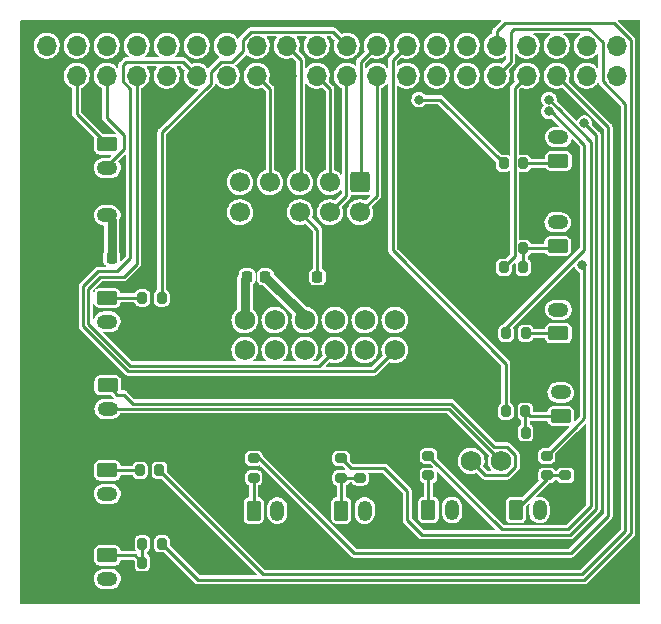
<source format=gbr>
%TF.GenerationSoftware,KiCad,Pcbnew,(5.99.0-12181-g5e8b23af64)*%
%TF.CreationDate,2021-11-12T15:18:20+01:00*%
%TF.ProjectId,phoniebox_shield,70686f6e-6965-4626-9f78-5f736869656c,rev?*%
%TF.SameCoordinates,Original*%
%TF.FileFunction,Copper,L1,Top*%
%TF.FilePolarity,Positive*%
%FSLAX46Y46*%
G04 Gerber Fmt 4.6, Leading zero omitted, Abs format (unit mm)*
G04 Created by KiCad (PCBNEW (5.99.0-12181-g5e8b23af64)) date 2021-11-12 15:18:20*
%MOMM*%
%LPD*%
G01*
G04 APERTURE LIST*
G04 Aperture macros list*
%AMRoundRect*
0 Rectangle with rounded corners*
0 $1 Rounding radius*
0 $2 $3 $4 $5 $6 $7 $8 $9 X,Y pos of 4 corners*
0 Add a 4 corners polygon primitive as box body*
4,1,4,$2,$3,$4,$5,$6,$7,$8,$9,$2,$3,0*
0 Add four circle primitives for the rounded corners*
1,1,$1+$1,$2,$3*
1,1,$1+$1,$4,$5*
1,1,$1+$1,$6,$7*
1,1,$1+$1,$8,$9*
0 Add four rect primitives between the rounded corners*
20,1,$1+$1,$2,$3,$4,$5,0*
20,1,$1+$1,$4,$5,$6,$7,0*
20,1,$1+$1,$6,$7,$8,$9,0*
20,1,$1+$1,$8,$9,$2,$3,0*%
G04 Aperture macros list end*
%TA.AperFunction,ComponentPad*%
%ADD10C,1.750000*%
%TD*%
%TA.AperFunction,ComponentPad*%
%ADD11RoundRect,0.250000X-0.625000X0.350000X-0.625000X-0.350000X0.625000X-0.350000X0.625000X0.350000X0*%
%TD*%
%TA.AperFunction,ComponentPad*%
%ADD12O,1.750000X1.200000*%
%TD*%
%TA.AperFunction,ComponentPad*%
%ADD13RoundRect,0.250000X-0.350000X-0.625000X0.350000X-0.625000X0.350000X0.625000X-0.350000X0.625000X0*%
%TD*%
%TA.AperFunction,ComponentPad*%
%ADD14O,1.200000X1.750000*%
%TD*%
%TA.AperFunction,ComponentPad*%
%ADD15RoundRect,0.250000X0.625000X-0.350000X0.625000X0.350000X-0.625000X0.350000X-0.625000X-0.350000X0*%
%TD*%
%TA.AperFunction,ComponentPad*%
%ADD16RoundRect,0.250000X-0.600000X0.600000X-0.600000X-0.600000X0.600000X-0.600000X0.600000X0.600000X0*%
%TD*%
%TA.AperFunction,ComponentPad*%
%ADD17C,1.700000*%
%TD*%
%TA.AperFunction,ComponentPad*%
%ADD18R,1.700000X1.700000*%
%TD*%
%TA.AperFunction,ComponentPad*%
%ADD19O,1.700000X1.700000*%
%TD*%
%TA.AperFunction,SMDPad,CuDef*%
%ADD20RoundRect,0.200000X-0.275000X0.200000X-0.275000X-0.200000X0.275000X-0.200000X0.275000X0.200000X0*%
%TD*%
%TA.AperFunction,SMDPad,CuDef*%
%ADD21RoundRect,0.200000X0.200000X0.275000X-0.200000X0.275000X-0.200000X-0.275000X0.200000X-0.275000X0*%
%TD*%
%TA.AperFunction,SMDPad,CuDef*%
%ADD22RoundRect,0.200000X-0.200000X-0.275000X0.200000X-0.275000X0.200000X0.275000X-0.200000X0.275000X0*%
%TD*%
%TA.AperFunction,SMDPad,CuDef*%
%ADD23RoundRect,0.225000X-0.225000X-0.250000X0.225000X-0.250000X0.225000X0.250000X-0.225000X0.250000X0*%
%TD*%
%TA.AperFunction,ViaPad*%
%ADD24C,0.800000*%
%TD*%
%TA.AperFunction,Conductor*%
%ADD25C,0.250000*%
%TD*%
%TA.AperFunction,Conductor*%
%ADD26C,0.800000*%
%TD*%
G04 APERTURE END LIST*
D10*
%TO.P,U101,1,+5V*%
%TO.N,+5V*%
X99250000Y-105660000D03*
%TO.P,U101,2,+5V*%
X101790000Y-105660000D03*
%TO.P,U101,3,GND*%
%TO.N,GND*%
X104330000Y-105660000D03*
%TO.P,U101,4,X*%
%TO.N,N/C*%
X106870000Y-105660000D03*
%TO.P,U101,5,X*%
X109410000Y-105660000D03*
%TO.P,U101,6,X*%
X111950000Y-105660000D03*
%TO.P,U101,7,X*%
X99250000Y-108200000D03*
%TO.P,U101,8,X*%
X101790000Y-108200000D03*
%TO.P,U101,9,X*%
X104330000Y-108200000D03*
%TO.P,U101,10,Cut_Power*%
%TO.N,Net-(J101-Pad7)*%
X106870000Y-108200000D03*
%TO.P,U101,11,GND*%
%TO.N,GND*%
X109410000Y-108200000D03*
%TO.P,U101,12,Trigger*%
%TO.N,Net-(J101-Pad11)*%
X111950000Y-108200000D03*
%TO.P,U101,13,BTN*%
%TO.N,Net-(J111-Pad2)*%
X120950000Y-117600000D03*
%TO.P,U101,14,BTN*%
%TO.N,Net-(J111-Pad1)*%
X118410000Y-117600000D03*
%TD*%
D11*
%TO.P,J103,1,Pin_1*%
%TO.N,/SDA*%
X87600000Y-90800000D03*
D12*
%TO.P,J103,2,Pin_2*%
%TO.N,/SCL*%
X87600000Y-92800000D03*
%TO.P,J103,3,Pin_3*%
%TO.N,+3V3*%
X87600000Y-94800000D03*
%TO.P,J103,4,Pin_4*%
%TO.N,GND*%
X87600000Y-96800000D03*
%TD*%
D13*
%TO.P,J115,1,Pin_1*%
%TO.N,Net-(J115-Pad1)*%
X122200000Y-121750000D03*
D14*
%TO.P,J115,2,Pin_2*%
%TO.N,GND*%
X124200000Y-121750000D03*
%TD*%
D13*
%TO.P,J114,1,Pin_1*%
%TO.N,Net-(J114-Pad1)*%
X114800000Y-121750000D03*
D14*
%TO.P,J114,2,Pin_2*%
%TO.N,GND*%
X116800000Y-121750000D03*
%TD*%
D13*
%TO.P,J113,1,Pin_1*%
%TO.N,Net-(J113-Pad1)*%
X107400000Y-121800000D03*
D14*
%TO.P,J113,2,Pin_2*%
%TO.N,GND*%
X109400000Y-121800000D03*
%TD*%
D13*
%TO.P,J112,1,Pin_1*%
%TO.N,Net-(J112-Pad1)*%
X100000000Y-121800000D03*
D14*
%TO.P,J112,2,Pin_2*%
%TO.N,GND*%
X102000000Y-121800000D03*
%TD*%
D11*
%TO.P,J111,1,Pin_1*%
%TO.N,Net-(J111-Pad1)*%
X87650000Y-111200000D03*
D12*
%TO.P,J111,2,Pin_2*%
%TO.N,Net-(J111-Pad2)*%
X87650000Y-113200000D03*
%TD*%
D11*
%TO.P,J110,1,Pin_1*%
%TO.N,Net-(J110-Pad1)*%
X87600000Y-103800000D03*
D12*
%TO.P,J110,2,Pin_2*%
%TO.N,GND*%
X87600000Y-105800000D03*
%TD*%
D15*
%TO.P,J109,1,Pin_1*%
%TO.N,Net-(J109-Pad1)*%
X125750000Y-99400000D03*
D12*
%TO.P,J109,2,Pin_2*%
%TO.N,GND*%
X125750000Y-97400000D03*
%TD*%
D15*
%TO.P,J108,1,Pin_1*%
%TO.N,Net-(J108-Pad1)*%
X125800000Y-92200000D03*
D12*
%TO.P,J108,2,Pin_2*%
%TO.N,GND*%
X125800000Y-90200000D03*
%TD*%
D15*
%TO.P,J107,1,Pin_1*%
%TO.N,Net-(J107-Pad1)*%
X126000000Y-113800000D03*
D12*
%TO.P,J107,2,Pin_2*%
%TO.N,GND*%
X126000000Y-111800000D03*
%TD*%
D15*
%TO.P,J106,1,Pin_1*%
%TO.N,Net-(J106-Pad1)*%
X125800000Y-106800000D03*
D12*
%TO.P,J106,2,Pin_2*%
%TO.N,GND*%
X125800000Y-104800000D03*
%TD*%
D11*
%TO.P,J105,1,Pin_1*%
%TO.N,Net-(J105-Pad1)*%
X87600000Y-125600000D03*
D12*
%TO.P,J105,2,Pin_2*%
%TO.N,GND*%
X87600000Y-127600000D03*
%TD*%
%TO.P,J104,2,Pin_2*%
%TO.N,GND*%
X87600000Y-120400000D03*
D11*
%TO.P,J104,1,Pin_1*%
%TO.N,Net-(J104-Pad1)*%
X87600000Y-118400000D03*
%TD*%
D16*
%TO.P,J102,1,Pin_1*%
%TO.N,/\u005CCE*%
X109000000Y-94000000D03*
D17*
%TO.P,J102,3,Pin_3*%
%TO.N,/MOSI*%
X106460000Y-94000000D03*
%TO.P,J102,5,Pin_5*%
%TO.N,/IRQ*%
X103920000Y-94000000D03*
%TO.P,J102,7,Pin_7*%
%TO.N,/RST*%
X101380000Y-94000000D03*
%TO.P,J102,9*%
%TO.N,N/C*%
X98840000Y-94000000D03*
%TO.P,J102,2,Pin_2*%
%TO.N,/SCLK*%
X109000000Y-96540000D03*
%TO.P,J102,4,Pin_4*%
%TO.N,/MISO*%
X106460000Y-96540000D03*
%TO.P,J102,6,Pin_6*%
%TO.N,GND*%
X103920000Y-96540000D03*
%TO.P,J102,8,Pin_8*%
%TO.N,+3V3*%
X101380000Y-96540000D03*
%TO.P,J102,10*%
%TO.N,N/C*%
X98840000Y-96540000D03*
%TD*%
D18*
%TO.P,J101,1,3V3*%
%TO.N,+3V3*%
X82470000Y-84980000D03*
D19*
%TO.P,J101,2,5V*%
%TO.N,+5V*%
X82470000Y-82440000D03*
%TO.P,J101,3,SDA/GPIO2*%
%TO.N,/SDA*%
X85010000Y-84980000D03*
%TO.P,J101,4,5V*%
%TO.N,+5V*%
X85010000Y-82440000D03*
%TO.P,J101,5,SCL/GPIO3*%
%TO.N,/SCL*%
X87550000Y-84980000D03*
%TO.P,J101,6,GND*%
%TO.N,GND*%
X87550000Y-82440000D03*
%TO.P,J101,7,GCLK0/GPIO4*%
%TO.N,Net-(J101-Pad7)*%
X90090000Y-84980000D03*
%TO.P,J101,8,GPIO14/TXD*%
%TO.N,N/C*%
X90090000Y-82440000D03*
%TO.P,J101,9,GND*%
%TO.N,GND*%
X92630000Y-84980000D03*
%TO.P,J101,10,GPIO15/RXD*%
%TO.N,N/C*%
X92630000Y-82440000D03*
%TO.P,J101,11,GPIO17*%
%TO.N,Net-(J101-Pad11)*%
X95170000Y-84980000D03*
%TO.P,J101,12,GPIO18/PWM0*%
%TO.N,N/C*%
X95170000Y-82440000D03*
%TO.P,J101,13,GPIO27*%
%TO.N,PREV_BTN*%
X97710000Y-84980000D03*
%TO.P,J101,14,GND*%
%TO.N,GND*%
X97710000Y-82440000D03*
%TO.P,J101,15,GPIO22*%
%TO.N,/RST*%
X100250000Y-84980000D03*
%TO.P,J101,16,GPIO23*%
%TO.N,VOL_DWN_LED*%
X100250000Y-82440000D03*
%TO.P,J101,17,3V3*%
%TO.N,+3V3*%
X102790000Y-84980000D03*
%TO.P,J101,18,GPIO24*%
%TO.N,/IRQ*%
X102790000Y-82440000D03*
%TO.P,J101,19,MOSI0/GPIO10*%
%TO.N,/MOSI*%
X105330000Y-84980000D03*
%TO.P,J101,20,GND*%
%TO.N,GND*%
X105330000Y-82440000D03*
%TO.P,J101,21,MISO0/GPIO9*%
%TO.N,/MISO*%
X107870000Y-84980000D03*
%TO.P,J101,22,GPIO25*%
%TO.N,PWR_LED*%
X107870000Y-82440000D03*
%TO.P,J101,23,SCLK0/GPIO11*%
%TO.N,/SCLK*%
X110410000Y-84980000D03*
%TO.P,J101,24,~{CE0}/GPIO8*%
%TO.N,/\u005CCE*%
X110410000Y-82440000D03*
%TO.P,J101,25,GND*%
%TO.N,GND*%
X112950000Y-84980000D03*
%TO.P,J101,26,~{CE1}/GPIO7*%
%TO.N,VOL_UP_BTN*%
X112950000Y-82440000D03*
%TO.P,J101,27,ID_SD/GPIO0*%
%TO.N,N/C*%
X115490000Y-84980000D03*
%TO.P,J101,28,ID_SC/GPIO1*%
X115490000Y-82440000D03*
%TO.P,J101,29,GCLK1/GPIO5*%
%TO.N,PREV_LED*%
X118030000Y-84980000D03*
%TO.P,J101,30,GND*%
%TO.N,GND*%
X118030000Y-82440000D03*
%TO.P,J101,31,GCLK2/GPIO6*%
%TO.N,PLAY_LED*%
X120570000Y-84980000D03*
%TO.P,J101,32,PWM0/GPIO12*%
%TO.N,PLAY_BTN*%
X120570000Y-82440000D03*
%TO.P,J101,33,PWM1/GPIO13*%
%TO.N,VOL_DWN_BTN*%
X123110000Y-84980000D03*
%TO.P,J101,34,GND*%
%TO.N,GND*%
X123110000Y-82440000D03*
%TO.P,J101,35,GPIO19/MISO1*%
%TO.N,NEXT_LED*%
X125650000Y-84980000D03*
%TO.P,J101,36,GPIO16*%
%TO.N,N/C*%
X125650000Y-82440000D03*
%TO.P,J101,37,GPIO26*%
%TO.N,VOL_UP_LED*%
X128190000Y-84980000D03*
%TO.P,J101,38,GPIO20/MOSI1*%
%TO.N,NEXT_BTN*%
X128190000Y-82440000D03*
%TO.P,J101,39,GND*%
%TO.N,GND*%
X130730000Y-84980000D03*
%TO.P,J101,40,GPIO21/SCLK1*%
%TO.N,N/C*%
X130730000Y-82440000D03*
%TD*%
D20*
%TO.P,R116,1*%
%TO.N,PREV_BTN*%
X124800000Y-117175000D03*
%TO.P,R116,2*%
%TO.N,Net-(J115-Pad1)*%
X124800000Y-118825000D03*
%TD*%
%TO.P,R115,1*%
%TO.N,+3V3*%
X126400000Y-117175000D03*
%TO.P,R115,2*%
%TO.N,Net-(J115-Pad1)*%
X126400000Y-118825000D03*
%TD*%
%TO.P,R114,1*%
%TO.N,PREV_LED*%
X114800000Y-117175000D03*
%TO.P,R114,2*%
%TO.N,Net-(J114-Pad1)*%
X114800000Y-118825000D03*
%TD*%
%TO.P,R113,1*%
%TO.N,NEXT_BTN*%
X107400000Y-117375000D03*
%TO.P,R113,2*%
%TO.N,Net-(J113-Pad1)*%
X107400000Y-119025000D03*
%TD*%
%TO.P,R112,1*%
%TO.N,+3V3*%
X109000000Y-117375000D03*
%TO.P,R112,2*%
%TO.N,Net-(J113-Pad1)*%
X109000000Y-119025000D03*
%TD*%
%TO.P,R111,1*%
%TO.N,NEXT_LED*%
X100000000Y-117375000D03*
%TO.P,R111,2*%
%TO.N,Net-(J112-Pad1)*%
X100000000Y-119025000D03*
%TD*%
D21*
%TO.P,R110,1*%
%TO.N,PWR_LED*%
X92225000Y-103800000D03*
%TO.P,R110,2*%
%TO.N,Net-(J110-Pad1)*%
X90575000Y-103800000D03*
%TD*%
D22*
%TO.P,R109,1*%
%TO.N,VOL_DWN_BTN*%
X121175000Y-101200000D03*
%TO.P,R109,2*%
%TO.N,Net-(J109-Pad1)*%
X122825000Y-101200000D03*
%TD*%
%TO.P,R108,1*%
%TO.N,+3V3*%
X121175000Y-99600000D03*
%TO.P,R108,2*%
%TO.N,Net-(J109-Pad1)*%
X122825000Y-99600000D03*
%TD*%
%TO.P,R107,2*%
%TO.N,Net-(J108-Pad1)*%
X122825000Y-92400000D03*
%TO.P,R107,1*%
%TO.N,VOL_DWN_LED*%
X121175000Y-92400000D03*
%TD*%
%TO.P,R106,1*%
%TO.N,VOL_UP_BTN*%
X121350000Y-113400000D03*
%TO.P,R106,2*%
%TO.N,Net-(J107-Pad1)*%
X123000000Y-113400000D03*
%TD*%
%TO.P,R105,1*%
%TO.N,+3V3*%
X121375000Y-115200000D03*
%TO.P,R105,2*%
%TO.N,Net-(J107-Pad1)*%
X123025000Y-115200000D03*
%TD*%
%TO.P,R104,1*%
%TO.N,VOL_UP_LED*%
X121375000Y-106800000D03*
%TO.P,R104,2*%
%TO.N,Net-(J106-Pad1)*%
X123025000Y-106800000D03*
%TD*%
D21*
%TO.P,R103,1*%
%TO.N,PLAY_BTN*%
X92225000Y-124600000D03*
%TO.P,R103,2*%
%TO.N,Net-(J105-Pad1)*%
X90575000Y-124600000D03*
%TD*%
%TO.P,R102,1*%
%TO.N,+3V3*%
X92225000Y-126200000D03*
%TO.P,R102,2*%
%TO.N,Net-(J105-Pad1)*%
X90575000Y-126200000D03*
%TD*%
%TO.P,R101,1*%
%TO.N,PLAY_LED*%
X92025000Y-118400000D03*
%TO.P,R101,2*%
%TO.N,Net-(J104-Pad1)*%
X90375000Y-118400000D03*
%TD*%
D23*
%TO.P,C103,1*%
%TO.N,+3V3*%
X103850000Y-102000000D03*
%TO.P,C103,2*%
%TO.N,GND*%
X105400000Y-102000000D03*
%TD*%
%TO.P,C102,1*%
%TO.N,+3V3*%
X86425000Y-100400000D03*
%TO.P,C102,2*%
%TO.N,GND*%
X87975000Y-100400000D03*
%TD*%
%TO.P,C101,1*%
%TO.N,+5V*%
X99450000Y-102000000D03*
%TO.P,C101,2*%
%TO.N,GND*%
X101000000Y-102000000D03*
%TD*%
D24*
%TO.N,+3V3*%
X104000000Y-100000000D03*
%TO.N,PREV_BTN*%
X127825980Y-101000000D03*
%TO.N,VOL_UP_LED*%
X125000000Y-88000000D03*
%TO.N,NEXT_BTN*%
X128000000Y-89000000D03*
%TO.N,PREV_LED*%
X125000000Y-87000000D03*
%TO.N,VOL_DWN_LED*%
X114000000Y-87000000D03*
%TD*%
D25*
%TO.N,NEXT_BTN*%
X129000000Y-90000000D02*
X128000000Y-89000000D01*
X126786194Y-123849510D02*
X129000000Y-121635704D01*
X113000000Y-120152676D02*
X113000000Y-122600000D01*
X129000000Y-121635704D02*
X129000000Y-90000000D01*
X111047324Y-118200000D02*
X113000000Y-120152676D01*
X108225000Y-118200000D02*
X111047324Y-118200000D01*
X113000000Y-122600000D02*
X114249510Y-123849510D01*
X114249510Y-123849510D02*
X126786194Y-123849510D01*
X107400000Y-117375000D02*
X108225000Y-118200000D01*
%TO.N,PREV_LED*%
X125024600Y-87000000D02*
X125000000Y-87000000D01*
X125724501Y-87699901D02*
X125024600Y-87000000D01*
X125724501Y-87749101D02*
X125724501Y-87699901D01*
X128550480Y-90575080D02*
X125724501Y-87749101D01*
X128550480Y-121449520D02*
X128550480Y-90575080D01*
X126600000Y-123400000D02*
X128550480Y-121449520D01*
X121025000Y-123400000D02*
X126600000Y-123400000D01*
X114800000Y-117175000D02*
X121025000Y-123400000D01*
%TO.N,NEXT_LED*%
X108500000Y-125400000D02*
X126871408Y-125400000D01*
X126871408Y-125400000D02*
X130000000Y-122271408D01*
X100475000Y-117375000D02*
X108500000Y-125400000D01*
X130000000Y-122271408D02*
X130000000Y-89330000D01*
X130000000Y-89330000D02*
X125650000Y-84980000D01*
X100000000Y-117375000D02*
X100475000Y-117375000D01*
%TO.N,PLAY_LED*%
X121744511Y-83805489D02*
X120570000Y-84980000D01*
X121744511Y-81255489D02*
X121744511Y-83805489D01*
X122000000Y-81000000D02*
X121744511Y-81255489D01*
X128411010Y-81000000D02*
X122000000Y-81000000D01*
X129555489Y-82144479D02*
X128411010Y-81000000D01*
X129555489Y-85466499D02*
X129555489Y-82144479D01*
X131454991Y-87366001D02*
X129555489Y-85466499D01*
X131454991Y-123545009D02*
X131454991Y-87366001D01*
X127800000Y-127200000D02*
X131454991Y-123545009D01*
X100825000Y-127200000D02*
X127800000Y-127200000D01*
X92025000Y-118400000D02*
X100825000Y-127200000D01*
%TO.N,PLAY_BTN*%
X121257430Y-80550489D02*
X120570000Y-81237919D01*
X131904511Y-81953501D02*
X130501499Y-80550489D01*
X131904511Y-123731193D02*
X131904511Y-81953501D01*
X127986194Y-127649510D02*
X131904511Y-123731193D01*
X130501499Y-80550489D02*
X121257430Y-80550489D01*
X95274510Y-127649510D02*
X127986194Y-127649510D01*
X120570000Y-81237919D02*
X120570000Y-82440000D01*
X92225000Y-124600000D02*
X95274510Y-127649510D01*
%TO.N,Net-(J111-Pad1)*%
X89000000Y-112000000D02*
X88450000Y-112000000D01*
X89750480Y-112750480D02*
X89000000Y-112000000D01*
X88450000Y-112000000D02*
X87650000Y-111200000D01*
X121446855Y-118799511D02*
X122149511Y-118096855D01*
X122149511Y-118096855D02*
X122149511Y-117103145D01*
X119609511Y-118799511D02*
X121446855Y-118799511D01*
X122149511Y-117103145D02*
X121446855Y-116400489D01*
X116736197Y-112750480D02*
X89750480Y-112750480D01*
X118410000Y-117600000D02*
X119609511Y-118799511D01*
X121446855Y-116400489D02*
X120386206Y-116400489D01*
X120386206Y-116400489D02*
X116736197Y-112750480D01*
D26*
%TO.N,+3V3*%
X104000000Y-101850000D02*
X103850000Y-102000000D01*
X104000000Y-100000000D02*
X104000000Y-101850000D01*
D25*
%TO.N,VOL_UP_BTN*%
X111775489Y-83614511D02*
X112950000Y-82440000D01*
X111775489Y-99775489D02*
X111775489Y-83614511D01*
X121350000Y-109350000D02*
X111775489Y-99775489D01*
X121350000Y-113400000D02*
X121350000Y-109350000D01*
%TO.N,PWR_LED*%
X99763501Y-81265489D02*
X106695489Y-81265489D01*
X97194511Y-83805489D02*
X98194511Y-83805489D01*
X96344511Y-85655489D02*
X96344511Y-84655489D01*
X96344511Y-84655489D02*
X97194511Y-83805489D01*
X99075489Y-81953501D02*
X99763501Y-81265489D01*
X92225000Y-89775000D02*
X96344511Y-85655489D01*
X92225000Y-103800000D02*
X92225000Y-89775000D01*
X106695489Y-81265489D02*
X107870000Y-82440000D01*
X98194511Y-83805489D02*
X99075489Y-82924511D01*
X99075489Y-82924511D02*
X99075489Y-81953501D01*
%TO.N,Net-(J101-Pad11)*%
X93995489Y-83805489D02*
X95170000Y-84980000D01*
X89194511Y-83805489D02*
X93995489Y-83805489D01*
X88915489Y-84084511D02*
X89194511Y-83805489D01*
X88915489Y-85466499D02*
X88915489Y-84084511D01*
X89550489Y-86101499D02*
X88915489Y-85466499D01*
X85550490Y-102813806D02*
X86813806Y-101550490D01*
X85550490Y-106186204D02*
X85550490Y-102813806D01*
X86813806Y-101550490D02*
X88449510Y-101550490D01*
X110150010Y-109999990D02*
X89364276Y-109999990D01*
X89364276Y-109999990D02*
X85550490Y-106186204D01*
X111950000Y-108200000D02*
X110150010Y-109999990D01*
X88449510Y-101550490D02*
X89550489Y-100449511D01*
X89550489Y-100449511D02*
X89550489Y-86101499D01*
%TO.N,Net-(J101-Pad7)*%
X87000000Y-102000000D02*
X89000000Y-102000000D01*
X86000000Y-103000000D02*
X87000000Y-102000000D01*
X105519520Y-109550480D02*
X89550470Y-109550480D01*
X89000000Y-102000000D02*
X90090000Y-100910000D01*
X106870000Y-108200000D02*
X105519520Y-109550480D01*
X86000000Y-106000010D02*
X86000000Y-103000000D01*
X90090000Y-100910000D02*
X90090000Y-84980000D01*
X89550470Y-109550480D02*
X86000000Y-106000010D01*
%TO.N,PREV_BTN*%
X128000000Y-101000000D02*
X127825980Y-101000000D01*
X128000000Y-114000000D02*
X128000000Y-101000000D01*
X127224520Y-114775480D02*
X128000000Y-114000000D01*
X127199520Y-114775480D02*
X127224520Y-114775480D01*
X124800000Y-117175000D02*
X127199520Y-114775480D01*
%TO.N,VOL_UP_LED*%
X125182468Y-88000000D02*
X125000000Y-88000000D01*
X128000000Y-99700000D02*
X128000000Y-90817532D01*
X128000000Y-90817532D02*
X125182468Y-88000000D01*
X121375000Y-106325000D02*
X128000000Y-99700000D01*
X121375000Y-106800000D02*
X121375000Y-106325000D01*
%TO.N,VOL_DWN_LED*%
X114000000Y-87000000D02*
X115775000Y-87000000D01*
X115775000Y-87000000D02*
X121175000Y-92400000D01*
%TO.N,VOL_DWN_BTN*%
X122100480Y-85989520D02*
X123110000Y-84980000D01*
X122100480Y-100274520D02*
X122100480Y-85989520D01*
X121175000Y-101200000D02*
X122100480Y-100274520D01*
%TO.N,Net-(J111-Pad2)*%
X116550000Y-113200000D02*
X120950000Y-117600000D01*
X87650000Y-113200000D02*
X116550000Y-113200000D01*
%TO.N,/SCLK*%
X110410000Y-95130000D02*
X110410000Y-84980000D01*
X109000000Y-96540000D02*
X110410000Y-95130000D01*
%TO.N,/\u005CCE*%
X109044511Y-83805489D02*
X110410000Y-82440000D01*
X109044511Y-93955489D02*
X109044511Y-83805489D01*
X109000000Y-94000000D02*
X109044511Y-93955489D01*
%TO.N,/MISO*%
X107825480Y-95174520D02*
X107825480Y-85024520D01*
X107825480Y-85024520D02*
X107870000Y-84980000D01*
X106460000Y-96540000D02*
X107825480Y-95174520D01*
%TO.N,/MOSI*%
X106460000Y-86110000D02*
X105330000Y-84980000D01*
X106460000Y-94000000D02*
X106460000Y-86110000D01*
%TO.N,/IRQ*%
X103964511Y-83614511D02*
X102790000Y-82440000D01*
X103964511Y-93955489D02*
X103964511Y-83614511D01*
X103920000Y-94000000D02*
X103964511Y-93955489D01*
%TO.N,GND*%
X105400000Y-98020000D02*
X103920000Y-96540000D01*
X105400000Y-102000000D02*
X105400000Y-98020000D01*
%TO.N,/RST*%
X101380000Y-86110000D02*
X101380000Y-94000000D01*
X100250000Y-84980000D02*
X101380000Y-86110000D01*
%TO.N,/SCL*%
X89000000Y-91194420D02*
X87600000Y-92594420D01*
X87550000Y-88550000D02*
X89000000Y-90000000D01*
X89000000Y-90000000D02*
X89000000Y-91194420D01*
X87600000Y-92594420D02*
X87600000Y-92800000D01*
X87550000Y-84980000D02*
X87550000Y-88550000D01*
%TO.N,/SDA*%
X85010000Y-88210000D02*
X87600000Y-90800000D01*
X85010000Y-84980000D02*
X85010000Y-88210000D01*
%TO.N,Net-(J110-Pad1)*%
X87600000Y-103800000D02*
X90575000Y-103800000D01*
%TO.N,Net-(J104-Pad1)*%
X87600000Y-118400000D02*
X90375000Y-118400000D01*
%TO.N,Net-(J105-Pad1)*%
X89975000Y-125600000D02*
X90575000Y-126200000D01*
X87600000Y-125600000D02*
X89975000Y-125600000D01*
X90575000Y-124600000D02*
X90575000Y-126200000D01*
%TO.N,Net-(J112-Pad1)*%
X100000000Y-119025000D02*
X100000000Y-121800000D01*
%TO.N,Net-(J114-Pad1)*%
X114800000Y-118825000D02*
X114800000Y-121750000D01*
%TO.N,Net-(J113-Pad1)*%
X107400000Y-121800000D02*
X107400000Y-119025000D01*
X107400000Y-119025000D02*
X109000000Y-119025000D01*
%TO.N,Net-(J115-Pad1)*%
X124800000Y-119150000D02*
X122200000Y-121750000D01*
X124800000Y-118825000D02*
X124800000Y-119150000D01*
X126400000Y-118825000D02*
X124800000Y-118825000D01*
%TO.N,Net-(J107-Pad1)*%
X123400000Y-113800000D02*
X123000000Y-113400000D01*
X126000000Y-113800000D02*
X123400000Y-113800000D01*
X123000000Y-113400000D02*
X123000000Y-115175000D01*
X123000000Y-115175000D02*
X123025000Y-115200000D01*
%TO.N,Net-(J106-Pad1)*%
X123025000Y-106800000D02*
X125800000Y-106800000D01*
%TO.N,Net-(J109-Pad1)*%
X125550000Y-99600000D02*
X125750000Y-99400000D01*
X122825000Y-99600000D02*
X125550000Y-99600000D01*
X122825000Y-99600000D02*
X122825000Y-101200000D01*
%TO.N,Net-(J108-Pad1)*%
X122825000Y-92400000D02*
X125600000Y-92400000D01*
X125600000Y-92400000D02*
X125800000Y-92200000D01*
D26*
%TO.N,GND*%
X87975000Y-97175000D02*
X87600000Y-96800000D01*
X87975000Y-100400000D02*
X87975000Y-97175000D01*
X104330000Y-105330000D02*
X101000000Y-102000000D01*
X104330000Y-105660000D02*
X104330000Y-105330000D01*
%TO.N,+5V*%
X99250000Y-102200000D02*
X99450000Y-102000000D01*
X99250000Y-105660000D02*
X99250000Y-102200000D01*
%TD*%
%TA.AperFunction,Conductor*%
%TO.N,+3V3*%
G36*
X120909676Y-80272452D02*
G01*
X120928128Y-80317000D01*
X120909676Y-80361548D01*
X120335041Y-80936184D01*
X120324667Y-80944562D01*
X120317806Y-80948992D01*
X120311060Y-80953348D01*
X120307834Y-80957440D01*
X120307833Y-80957441D01*
X120287974Y-80982632D01*
X120283047Y-80988178D01*
X120279362Y-80991863D01*
X120267265Y-81008792D01*
X120265506Y-81011134D01*
X120232844Y-81052566D01*
X120231119Y-81057479D01*
X120229224Y-81060926D01*
X120227515Y-81064415D01*
X120224486Y-81068653D01*
X120222994Y-81073642D01*
X120209366Y-81119210D01*
X120208448Y-81122033D01*
X120190982Y-81171770D01*
X120190500Y-81177335D01*
X120190500Y-81177653D01*
X120190155Y-81181731D01*
X120189779Y-81184707D01*
X120188287Y-81189697D01*
X120189182Y-81212473D01*
X120190451Y-81244776D01*
X120190500Y-81247249D01*
X120190500Y-81358747D01*
X120172048Y-81403295D01*
X120149306Y-81417853D01*
X120101226Y-81435591D01*
X120092463Y-81438824D01*
X120089981Y-81440300D01*
X120089978Y-81440302D01*
X120068287Y-81453207D01*
X119918010Y-81542612D01*
X119765392Y-81676455D01*
X119763604Y-81678723D01*
X119676051Y-81789784D01*
X119639720Y-81835869D01*
X119605201Y-81901479D01*
X119547953Y-82010289D01*
X119545203Y-82015515D01*
X119544347Y-82018273D01*
X119544345Y-82018277D01*
X119536828Y-82042487D01*
X119485007Y-82209378D01*
X119461148Y-82410964D01*
X119474424Y-82613522D01*
X119475133Y-82616315D01*
X119475134Y-82616319D01*
X119496813Y-82701676D01*
X119524392Y-82810269D01*
X119609377Y-82994616D01*
X119726533Y-83160389D01*
X119871938Y-83302035D01*
X119952042Y-83355559D01*
X120015546Y-83397991D01*
X120040720Y-83414812D01*
X120043371Y-83415951D01*
X120223716Y-83493433D01*
X120227228Y-83494942D01*
X120425216Y-83539742D01*
X120428104Y-83539855D01*
X120428108Y-83539856D01*
X120526634Y-83543727D01*
X120628053Y-83547712D01*
X120828945Y-83518584D01*
X120844388Y-83513342D01*
X120985911Y-83465301D01*
X121021165Y-83453334D01*
X121072154Y-83424779D01*
X121195755Y-83355559D01*
X121195756Y-83355558D01*
X121198276Y-83354147D01*
X121213738Y-83341288D01*
X121261726Y-83301376D01*
X121307775Y-83287077D01*
X121350448Y-83309528D01*
X121365011Y-83349813D01*
X121365011Y-83622199D01*
X121346559Y-83666747D01*
X121065798Y-83947508D01*
X121021250Y-83965960D01*
X120997905Y-83961475D01*
X120887721Y-83917516D01*
X120885039Y-83916446D01*
X120882208Y-83915883D01*
X120882205Y-83915882D01*
X120688777Y-83877407D01*
X120688776Y-83877407D01*
X120685946Y-83876844D01*
X120683067Y-83876806D01*
X120683064Y-83876806D01*
X120564647Y-83875256D01*
X120482971Y-83874187D01*
X120361446Y-83895069D01*
X120285755Y-83908075D01*
X120285754Y-83908075D01*
X120282910Y-83908564D01*
X120280205Y-83909562D01*
X120280201Y-83909563D01*
X120251277Y-83920234D01*
X120092463Y-83978824D01*
X119918010Y-84082612D01*
X119765392Y-84216455D01*
X119763604Y-84218723D01*
X119653417Y-84358495D01*
X119639720Y-84375869D01*
X119626799Y-84400428D01*
X119547953Y-84550289D01*
X119545203Y-84555515D01*
X119544347Y-84558273D01*
X119544345Y-84558277D01*
X119537631Y-84579901D01*
X119485007Y-84749378D01*
X119461148Y-84950964D01*
X119474424Y-85153522D01*
X119475133Y-85156315D01*
X119475134Y-85156319D01*
X119496813Y-85241676D01*
X119524392Y-85350269D01*
X119609377Y-85534616D01*
X119726533Y-85700389D01*
X119871938Y-85842035D01*
X119952042Y-85895559D01*
X120012517Y-85935967D01*
X120040720Y-85954812D01*
X120043371Y-85955951D01*
X120145980Y-86000035D01*
X120227228Y-86034942D01*
X120425216Y-86079742D01*
X120428104Y-86079855D01*
X120428108Y-86079856D01*
X120525693Y-86083690D01*
X120628053Y-86087712D01*
X120828945Y-86058584D01*
X121021165Y-85993334D01*
X121118282Y-85938946D01*
X121195755Y-85895559D01*
X121195756Y-85895558D01*
X121198276Y-85894147D01*
X121212586Y-85882246D01*
X121352123Y-85766193D01*
X121354345Y-85764345D01*
X121402996Y-85705849D01*
X121482301Y-85610496D01*
X121482303Y-85610493D01*
X121484147Y-85608276D01*
X121533589Y-85519992D01*
X121581921Y-85433688D01*
X121583334Y-85431165D01*
X121648584Y-85238945D01*
X121677712Y-85038053D01*
X121679232Y-84980000D01*
X121660658Y-84777859D01*
X121651848Y-84746621D01*
X121606341Y-84585265D01*
X121606339Y-84585260D01*
X121605557Y-84582487D01*
X121592051Y-84555099D01*
X121588897Y-84506986D01*
X121604006Y-84482688D01*
X121979470Y-84107224D01*
X121989844Y-84098846D01*
X121999076Y-84092885D01*
X122003451Y-84090060D01*
X122006678Y-84085967D01*
X122026537Y-84060776D01*
X122031464Y-84055230D01*
X122035149Y-84051545D01*
X122036657Y-84049435D01*
X122036662Y-84049429D01*
X122047247Y-84034617D01*
X122049027Y-84032246D01*
X122081667Y-83990842D01*
X122083393Y-83985927D01*
X122085283Y-83982489D01*
X122086996Y-83978992D01*
X122090024Y-83974755D01*
X122105149Y-83924183D01*
X122106054Y-83921399D01*
X122107794Y-83916446D01*
X122123529Y-83871638D01*
X122124011Y-83866073D01*
X122124011Y-83865755D01*
X122124356Y-83861677D01*
X122124732Y-83858701D01*
X122126224Y-83853711D01*
X122124060Y-83798632D01*
X122124011Y-83796159D01*
X122124011Y-83157026D01*
X122142463Y-83112478D01*
X122187011Y-83094026D01*
X122231559Y-83112478D01*
X122238458Y-83120664D01*
X122266533Y-83160389D01*
X122411938Y-83302035D01*
X122492042Y-83355559D01*
X122555546Y-83397991D01*
X122580720Y-83414812D01*
X122583371Y-83415951D01*
X122763716Y-83493433D01*
X122767228Y-83494942D01*
X122965216Y-83539742D01*
X122968104Y-83539855D01*
X122968108Y-83539856D01*
X123066634Y-83543727D01*
X123168053Y-83547712D01*
X123368945Y-83518584D01*
X123384388Y-83513342D01*
X123525911Y-83465301D01*
X123561165Y-83453334D01*
X123612154Y-83424779D01*
X123735755Y-83355559D01*
X123735756Y-83355558D01*
X123738276Y-83354147D01*
X123753738Y-83341288D01*
X123892123Y-83226193D01*
X123894345Y-83224345D01*
X123966294Y-83137836D01*
X124022301Y-83070496D01*
X124022303Y-83070493D01*
X124024147Y-83068276D01*
X124123334Y-82891165D01*
X124188584Y-82698945D01*
X124217712Y-82498053D01*
X124219232Y-82440000D01*
X124200658Y-82237859D01*
X124191848Y-82206621D01*
X124146341Y-82045265D01*
X124146339Y-82045260D01*
X124145557Y-82042487D01*
X124055776Y-81860428D01*
X123954542Y-81724859D01*
X123936049Y-81700094D01*
X123936047Y-81700092D01*
X123934320Y-81697779D01*
X123785258Y-81559987D01*
X123683498Y-81495781D01*
X123655669Y-81456404D01*
X123663835Y-81408882D01*
X123703212Y-81381053D01*
X123717116Y-81379500D01*
X125043066Y-81379500D01*
X125087614Y-81397952D01*
X125106066Y-81442500D01*
X125087614Y-81487048D01*
X125075277Y-81496643D01*
X124998010Y-81542612D01*
X124845392Y-81676455D01*
X124843604Y-81678723D01*
X124756051Y-81789784D01*
X124719720Y-81835869D01*
X124685201Y-81901479D01*
X124627953Y-82010289D01*
X124625203Y-82015515D01*
X124624347Y-82018273D01*
X124624345Y-82018277D01*
X124616828Y-82042487D01*
X124565007Y-82209378D01*
X124541148Y-82410964D01*
X124554424Y-82613522D01*
X124555133Y-82616315D01*
X124555134Y-82616319D01*
X124576813Y-82701676D01*
X124604392Y-82810269D01*
X124689377Y-82994616D01*
X124806533Y-83160389D01*
X124951938Y-83302035D01*
X125032042Y-83355559D01*
X125095546Y-83397991D01*
X125120720Y-83414812D01*
X125123371Y-83415951D01*
X125303716Y-83493433D01*
X125307228Y-83494942D01*
X125505216Y-83539742D01*
X125508104Y-83539855D01*
X125508108Y-83539856D01*
X125606634Y-83543727D01*
X125708053Y-83547712D01*
X125908945Y-83518584D01*
X125924388Y-83513342D01*
X126065911Y-83465301D01*
X126101165Y-83453334D01*
X126152154Y-83424779D01*
X126275755Y-83355559D01*
X126275756Y-83355558D01*
X126278276Y-83354147D01*
X126293738Y-83341288D01*
X126432123Y-83226193D01*
X126434345Y-83224345D01*
X126506294Y-83137836D01*
X126562301Y-83070496D01*
X126562303Y-83070493D01*
X126564147Y-83068276D01*
X126663334Y-82891165D01*
X126728584Y-82698945D01*
X126757712Y-82498053D01*
X126759232Y-82440000D01*
X126740658Y-82237859D01*
X126731848Y-82206621D01*
X126686341Y-82045265D01*
X126686339Y-82045260D01*
X126685557Y-82042487D01*
X126595776Y-81860428D01*
X126494542Y-81724859D01*
X126476049Y-81700094D01*
X126476047Y-81700092D01*
X126474320Y-81697779D01*
X126325258Y-81559987D01*
X126223498Y-81495781D01*
X126195669Y-81456404D01*
X126203835Y-81408882D01*
X126243212Y-81381053D01*
X126257116Y-81379500D01*
X127583066Y-81379500D01*
X127627614Y-81397952D01*
X127646066Y-81442500D01*
X127627614Y-81487048D01*
X127615277Y-81496643D01*
X127538010Y-81542612D01*
X127385392Y-81676455D01*
X127383604Y-81678723D01*
X127296051Y-81789784D01*
X127259720Y-81835869D01*
X127225201Y-81901479D01*
X127167953Y-82010289D01*
X127165203Y-82015515D01*
X127164347Y-82018273D01*
X127164345Y-82018277D01*
X127156828Y-82042487D01*
X127105007Y-82209378D01*
X127081148Y-82410964D01*
X127094424Y-82613522D01*
X127095133Y-82616315D01*
X127095134Y-82616319D01*
X127116813Y-82701676D01*
X127144392Y-82810269D01*
X127229377Y-82994616D01*
X127346533Y-83160389D01*
X127491938Y-83302035D01*
X127572042Y-83355559D01*
X127635546Y-83397991D01*
X127660720Y-83414812D01*
X127663371Y-83415951D01*
X127843716Y-83493433D01*
X127847228Y-83494942D01*
X128045216Y-83539742D01*
X128048104Y-83539855D01*
X128048108Y-83539856D01*
X128146634Y-83543727D01*
X128248053Y-83547712D01*
X128448945Y-83518584D01*
X128464388Y-83513342D01*
X128605911Y-83465301D01*
X128641165Y-83453334D01*
X128692154Y-83424779D01*
X128815755Y-83355559D01*
X128815756Y-83355558D01*
X128818276Y-83354147D01*
X128833738Y-83341288D01*
X128972123Y-83226193D01*
X128974345Y-83224345D01*
X129035841Y-83150405D01*
X129064552Y-83115884D01*
X129107225Y-83093433D01*
X129153274Y-83107732D01*
X129175725Y-83150405D01*
X129175989Y-83156169D01*
X129175989Y-84264619D01*
X129157537Y-84309167D01*
X129112989Y-84327619D01*
X129068441Y-84309167D01*
X129062515Y-84302320D01*
X129014320Y-84237779D01*
X128865258Y-84099987D01*
X128693581Y-83991667D01*
X128690903Y-83990599D01*
X128690900Y-83990597D01*
X128507721Y-83917516D01*
X128505039Y-83916446D01*
X128502208Y-83915883D01*
X128502205Y-83915882D01*
X128308777Y-83877407D01*
X128308776Y-83877407D01*
X128305946Y-83876844D01*
X128303067Y-83876806D01*
X128303064Y-83876806D01*
X128184647Y-83875256D01*
X128102971Y-83874187D01*
X127981446Y-83895069D01*
X127905755Y-83908075D01*
X127905754Y-83908075D01*
X127902910Y-83908564D01*
X127900205Y-83909562D01*
X127900201Y-83909563D01*
X127871277Y-83920234D01*
X127712463Y-83978824D01*
X127538010Y-84082612D01*
X127385392Y-84216455D01*
X127383604Y-84218723D01*
X127273417Y-84358495D01*
X127259720Y-84375869D01*
X127246799Y-84400428D01*
X127167953Y-84550289D01*
X127165203Y-84555515D01*
X127164347Y-84558273D01*
X127164345Y-84558277D01*
X127157631Y-84579901D01*
X127105007Y-84749378D01*
X127081148Y-84950964D01*
X127094424Y-85153522D01*
X127095133Y-85156315D01*
X127095134Y-85156319D01*
X127116813Y-85241676D01*
X127144392Y-85350269D01*
X127229377Y-85534616D01*
X127346533Y-85700389D01*
X127491938Y-85842035D01*
X127572042Y-85895559D01*
X127632517Y-85935967D01*
X127660720Y-85954812D01*
X127663371Y-85955951D01*
X127765980Y-86000035D01*
X127847228Y-86034942D01*
X128045216Y-86079742D01*
X128048104Y-86079855D01*
X128048108Y-86079856D01*
X128145693Y-86083690D01*
X128248053Y-86087712D01*
X128448945Y-86058584D01*
X128641165Y-85993334D01*
X128738282Y-85938946D01*
X128815755Y-85895559D01*
X128815756Y-85895558D01*
X128818276Y-85894147D01*
X128832586Y-85882246D01*
X128972123Y-85766193D01*
X128974345Y-85764345D01*
X129058084Y-85663661D01*
X129103120Y-85609511D01*
X129145793Y-85587060D01*
X129191842Y-85601359D01*
X129207000Y-85619880D01*
X129214296Y-85633402D01*
X129216528Y-85637538D01*
X129217875Y-85640181D01*
X129240708Y-85687731D01*
X129243257Y-85690763D01*
X129243259Y-85690766D01*
X129243427Y-85690966D01*
X129243436Y-85690976D01*
X129244303Y-85692007D01*
X129244524Y-85692228D01*
X129247172Y-85695365D01*
X129249005Y-85697728D01*
X129251479Y-85702313D01*
X129272385Y-85721638D01*
X129291948Y-85739722D01*
X129293732Y-85741436D01*
X131057039Y-87504744D01*
X131075491Y-87549292D01*
X131075491Y-123361719D01*
X131057039Y-123406267D01*
X127661258Y-126802048D01*
X127616710Y-126820500D01*
X101008290Y-126820500D01*
X100963742Y-126802048D01*
X95288938Y-121127244D01*
X99145500Y-121127244D01*
X99145500Y-122472756D01*
X99152202Y-122534448D01*
X99153589Y-122538148D01*
X99153590Y-122538152D01*
X99201353Y-122665561D01*
X99202929Y-122669764D01*
X99289596Y-122785404D01*
X99293192Y-122788099D01*
X99351779Y-122832007D01*
X99405236Y-122872071D01*
X99409437Y-122873646D01*
X99409439Y-122873647D01*
X99536848Y-122921410D01*
X99536852Y-122921411D01*
X99540552Y-122922798D01*
X99602244Y-122929500D01*
X100397756Y-122929500D01*
X100459448Y-122922798D01*
X100463148Y-122921411D01*
X100463152Y-122921410D01*
X100590561Y-122873647D01*
X100590563Y-122873646D01*
X100594764Y-122872071D01*
X100648222Y-122832007D01*
X100706808Y-122788099D01*
X100710404Y-122785404D01*
X100797071Y-122669764D01*
X100798647Y-122665561D01*
X100846410Y-122538152D01*
X100846411Y-122538148D01*
X100847798Y-122534448D01*
X100854500Y-122472756D01*
X100854500Y-121434876D01*
X101145500Y-121434876D01*
X101145500Y-122121385D01*
X101145683Y-122123067D01*
X101145683Y-122123072D01*
X101154712Y-122206180D01*
X101160512Y-122259573D01*
X101219730Y-122435535D01*
X101221488Y-122438460D01*
X101221488Y-122438461D01*
X101299564Y-122568402D01*
X101315351Y-122594677D01*
X101317691Y-122597152D01*
X101317693Y-122597154D01*
X101345267Y-122626312D01*
X101442916Y-122729572D01*
X101596471Y-122833928D01*
X101768853Y-122902876D01*
X101772220Y-122903433D01*
X101772222Y-122903434D01*
X101839408Y-122914556D01*
X101952019Y-122933199D01*
X102137424Y-122923482D01*
X102144947Y-122921410D01*
X102180360Y-122911655D01*
X102316417Y-122874179D01*
X102423617Y-122817659D01*
X102477629Y-122789182D01*
X102477631Y-122789181D01*
X102480648Y-122787590D01*
X102622454Y-122667755D01*
X102735219Y-122520264D01*
X102736662Y-122517170D01*
X102812240Y-122355093D01*
X102812241Y-122355091D01*
X102813682Y-122352000D01*
X102817852Y-122333347D01*
X102853619Y-122173331D01*
X102853619Y-122173330D01*
X102854182Y-122170812D01*
X102854500Y-122165124D01*
X102854500Y-121478615D01*
X102849846Y-121435770D01*
X102839857Y-121343820D01*
X102839856Y-121343816D01*
X102839488Y-121340427D01*
X102780270Y-121164465D01*
X102778512Y-121161539D01*
X102686405Y-121008245D01*
X102686404Y-121008243D01*
X102684649Y-121005323D01*
X102557084Y-120870428D01*
X102403529Y-120766072D01*
X102231147Y-120697124D01*
X102227780Y-120696567D01*
X102227778Y-120696566D01*
X102160592Y-120685444D01*
X102047981Y-120666801D01*
X101862576Y-120676518D01*
X101859291Y-120677423D01*
X101859290Y-120677423D01*
X101847680Y-120680621D01*
X101683583Y-120725821D01*
X101617205Y-120760818D01*
X101522371Y-120810818D01*
X101522369Y-120810819D01*
X101519352Y-120812410D01*
X101516745Y-120814613D01*
X101438603Y-120880648D01*
X101377546Y-120932245D01*
X101264781Y-121079736D01*
X101263339Y-121082828D01*
X101263338Y-121082830D01*
X101208082Y-121201328D01*
X101186318Y-121248000D01*
X101185574Y-121251327D01*
X101185574Y-121251328D01*
X101166382Y-121337189D01*
X101145818Y-121429188D01*
X101145500Y-121434876D01*
X100854500Y-121434876D01*
X100854500Y-121127244D01*
X100847798Y-121065552D01*
X100846411Y-121061852D01*
X100846410Y-121061848D01*
X100798647Y-120934439D01*
X100798646Y-120934437D01*
X100797071Y-120930236D01*
X100710404Y-120814596D01*
X100648487Y-120768192D01*
X100598356Y-120730621D01*
X100594764Y-120727929D01*
X100590563Y-120726354D01*
X100590561Y-120726353D01*
X100463152Y-120678590D01*
X100463148Y-120678589D01*
X100459448Y-120677202D01*
X100435694Y-120674621D01*
X100393402Y-120651468D01*
X100379500Y-120611991D01*
X100379500Y-119714689D01*
X100397952Y-119670141D01*
X100421625Y-119655248D01*
X100485634Y-119632769D01*
X100490076Y-119631209D01*
X100493860Y-119628414D01*
X100493862Y-119628413D01*
X100596222Y-119552808D01*
X100600010Y-119550010D01*
X100652091Y-119479499D01*
X100678411Y-119443865D01*
X100678413Y-119443862D01*
X100681209Y-119440076D01*
X100683775Y-119432771D01*
X100725221Y-119314749D01*
X100726493Y-119311127D01*
X100729500Y-119279315D01*
X100729499Y-118770686D01*
X100726493Y-118738873D01*
X100723137Y-118729315D01*
X100682771Y-118614371D01*
X100682770Y-118614369D01*
X100681209Y-118609924D01*
X100678413Y-118606138D01*
X100678411Y-118606135D01*
X100602808Y-118503778D01*
X100600010Y-118499990D01*
X100577207Y-118483147D01*
X100493865Y-118421589D01*
X100493862Y-118421587D01*
X100490076Y-118418791D01*
X100485631Y-118417230D01*
X100485629Y-118417229D01*
X100364749Y-118374779D01*
X100361127Y-118373507D01*
X100329315Y-118370500D01*
X100327825Y-118370500D01*
X99998446Y-118370501D01*
X99670686Y-118370501D01*
X99638873Y-118373507D01*
X99635248Y-118374780D01*
X99514371Y-118417229D01*
X99514369Y-118417230D01*
X99509924Y-118418791D01*
X99506138Y-118421587D01*
X99506135Y-118421589D01*
X99422793Y-118483147D01*
X99399990Y-118499990D01*
X99397192Y-118503778D01*
X99321589Y-118606135D01*
X99321587Y-118606138D01*
X99318791Y-118609924D01*
X99317230Y-118614369D01*
X99317229Y-118614371D01*
X99276864Y-118729315D01*
X99273507Y-118738873D01*
X99270500Y-118770685D01*
X99270501Y-119279314D01*
X99273507Y-119311127D01*
X99274779Y-119314749D01*
X99274780Y-119314752D01*
X99316226Y-119432771D01*
X99318791Y-119440076D01*
X99321587Y-119443862D01*
X99321589Y-119443865D01*
X99347909Y-119479499D01*
X99399990Y-119550010D01*
X99403778Y-119552808D01*
X99506138Y-119628413D01*
X99506140Y-119628414D01*
X99509924Y-119631209D01*
X99514366Y-119632769D01*
X99578375Y-119655248D01*
X99614292Y-119687419D01*
X99620500Y-119714689D01*
X99620500Y-120611991D01*
X99602048Y-120656539D01*
X99564306Y-120674621D01*
X99540552Y-120677202D01*
X99536852Y-120678589D01*
X99536848Y-120678590D01*
X99409439Y-120726353D01*
X99409437Y-120726354D01*
X99405236Y-120727929D01*
X99401644Y-120730621D01*
X99351513Y-120768192D01*
X99289596Y-120814596D01*
X99202929Y-120930236D01*
X99201354Y-120934437D01*
X99201353Y-120934439D01*
X99153590Y-121061848D01*
X99153589Y-121061852D01*
X99152202Y-121065552D01*
X99145500Y-121127244D01*
X95288938Y-121127244D01*
X92697952Y-118536258D01*
X92679500Y-118491710D01*
X92679499Y-118072162D01*
X92679499Y-118070686D01*
X92676493Y-118038873D01*
X92660997Y-117994748D01*
X92632771Y-117914371D01*
X92632770Y-117914369D01*
X92631209Y-117909924D01*
X92628413Y-117906138D01*
X92628411Y-117906135D01*
X92552808Y-117803778D01*
X92550010Y-117799990D01*
X92546222Y-117797192D01*
X92443865Y-117721589D01*
X92443862Y-117721587D01*
X92440076Y-117718791D01*
X92435631Y-117717230D01*
X92435629Y-117717229D01*
X92314749Y-117674779D01*
X92311127Y-117673507D01*
X92279315Y-117670500D01*
X92277825Y-117670500D01*
X92023800Y-117670501D01*
X91770686Y-117670501D01*
X91738873Y-117673507D01*
X91735248Y-117674780D01*
X91614371Y-117717229D01*
X91614369Y-117717230D01*
X91609924Y-117718791D01*
X91606138Y-117721587D01*
X91606135Y-117721589D01*
X91503778Y-117797192D01*
X91499990Y-117799990D01*
X91497192Y-117803778D01*
X91421589Y-117906135D01*
X91421587Y-117906138D01*
X91418791Y-117909924D01*
X91417230Y-117914369D01*
X91417229Y-117914371D01*
X91389003Y-117994748D01*
X91373507Y-118038873D01*
X91370500Y-118070685D01*
X91370501Y-118729314D01*
X91373507Y-118761127D01*
X91374779Y-118764749D01*
X91374780Y-118764752D01*
X91394753Y-118821625D01*
X91418791Y-118890076D01*
X91421587Y-118893862D01*
X91421589Y-118893865D01*
X91493011Y-118990561D01*
X91499990Y-119000010D01*
X91503778Y-119002808D01*
X91606135Y-119078411D01*
X91606138Y-119078413D01*
X91609924Y-119081209D01*
X91614369Y-119082770D01*
X91614371Y-119082771D01*
X91696387Y-119111573D01*
X91738873Y-119126493D01*
X91770685Y-119129500D01*
X91794835Y-119129500D01*
X92191709Y-119129499D01*
X92236257Y-119147951D01*
X100250768Y-127162462D01*
X100269220Y-127207010D01*
X100250768Y-127251558D01*
X100206220Y-127270010D01*
X95457800Y-127270010D01*
X95413252Y-127251558D01*
X92897952Y-124736258D01*
X92879500Y-124691710D01*
X92879499Y-124272162D01*
X92879499Y-124270686D01*
X92876493Y-124238873D01*
X92874337Y-124232734D01*
X92832771Y-124114371D01*
X92832770Y-124114369D01*
X92831209Y-124109924D01*
X92828413Y-124106138D01*
X92828411Y-124106135D01*
X92752808Y-124003778D01*
X92750010Y-123999990D01*
X92731719Y-123986480D01*
X92643865Y-123921589D01*
X92643862Y-123921587D01*
X92640076Y-123918791D01*
X92635631Y-123917230D01*
X92635629Y-123917229D01*
X92514749Y-123874779D01*
X92511127Y-123873507D01*
X92479315Y-123870500D01*
X92477825Y-123870500D01*
X92223800Y-123870501D01*
X91970686Y-123870501D01*
X91938873Y-123873507D01*
X91935248Y-123874780D01*
X91814371Y-123917229D01*
X91814369Y-123917230D01*
X91809924Y-123918791D01*
X91806138Y-123921587D01*
X91806135Y-123921589D01*
X91718281Y-123986480D01*
X91699990Y-123999990D01*
X91697192Y-124003778D01*
X91621589Y-124106135D01*
X91621587Y-124106138D01*
X91618791Y-124109924D01*
X91617230Y-124114369D01*
X91617229Y-124114371D01*
X91581885Y-124215017D01*
X91573507Y-124238873D01*
X91570500Y-124270685D01*
X91570501Y-124929314D01*
X91573507Y-124961127D01*
X91574779Y-124964749D01*
X91574780Y-124964752D01*
X91587878Y-125002048D01*
X91618791Y-125090076D01*
X91621587Y-125093862D01*
X91621589Y-125093865D01*
X91656073Y-125140552D01*
X91699990Y-125200010D01*
X91703778Y-125202808D01*
X91806135Y-125278411D01*
X91806137Y-125278412D01*
X91809924Y-125281209D01*
X91814369Y-125282770D01*
X91814371Y-125282771D01*
X91923182Y-125320983D01*
X91938873Y-125326493D01*
X91970685Y-125329500D01*
X91994835Y-125329500D01*
X92391709Y-125329499D01*
X92436257Y-125347951D01*
X94972775Y-127884469D01*
X94981153Y-127894843D01*
X94989939Y-127908450D01*
X94994031Y-127911676D01*
X94994032Y-127911677D01*
X95019223Y-127931536D01*
X95024769Y-127936463D01*
X95028454Y-127940148D01*
X95030564Y-127941656D01*
X95030570Y-127941661D01*
X95045382Y-127952246D01*
X95047742Y-127954017D01*
X95089157Y-127986666D01*
X95094072Y-127988392D01*
X95097510Y-127990282D01*
X95101007Y-127991995D01*
X95105244Y-127995023D01*
X95155816Y-128010148D01*
X95158587Y-128011049D01*
X95171630Y-128015629D01*
X95198819Y-128025177D01*
X95208361Y-128028528D01*
X95212459Y-128028883D01*
X95212571Y-128028893D01*
X95212579Y-128028893D01*
X95213926Y-128029010D01*
X95214244Y-128029010D01*
X95218322Y-128029355D01*
X95221298Y-128029731D01*
X95226288Y-128031223D01*
X95281367Y-128029059D01*
X95283840Y-128029010D01*
X127938977Y-128029010D01*
X127952235Y-128030421D01*
X127968070Y-128033830D01*
X127973241Y-128033218D01*
X128005101Y-128029447D01*
X128012506Y-128029010D01*
X128017718Y-128029010D01*
X128020282Y-128028583D01*
X128020284Y-128028583D01*
X128038235Y-128025595D01*
X128041174Y-128025177D01*
X128093535Y-128018980D01*
X128098233Y-128016724D01*
X128102001Y-128015629D01*
X128105681Y-128014369D01*
X128110820Y-128013514D01*
X128135202Y-128000358D01*
X128157231Y-127988472D01*
X128159876Y-127987124D01*
X128203853Y-127966007D01*
X128203855Y-127966006D01*
X128207426Y-127964291D01*
X128210458Y-127961742D01*
X128210461Y-127961740D01*
X128210661Y-127961572D01*
X128210671Y-127961563D01*
X128211702Y-127960696D01*
X128211923Y-127960475D01*
X128215060Y-127957827D01*
X128217423Y-127955994D01*
X128222008Y-127953520D01*
X128259417Y-127913051D01*
X128261131Y-127911267D01*
X132139470Y-124032928D01*
X132149844Y-124024550D01*
X132159076Y-124018589D01*
X132163451Y-124015764D01*
X132172900Y-124003778D01*
X132186537Y-123986480D01*
X132191464Y-123980934D01*
X132195149Y-123977249D01*
X132207246Y-123960320D01*
X132209014Y-123957966D01*
X132238444Y-123920635D01*
X132238445Y-123920633D01*
X132241667Y-123916546D01*
X132243392Y-123911633D01*
X132245287Y-123908186D01*
X132246996Y-123904697D01*
X132250025Y-123900459D01*
X132265145Y-123849902D01*
X132266063Y-123847079D01*
X132282214Y-123801087D01*
X132282214Y-123801086D01*
X132283529Y-123797342D01*
X132284011Y-123791777D01*
X132284011Y-123791459D01*
X132284356Y-123787381D01*
X132284732Y-123784405D01*
X132286224Y-123779415D01*
X132284060Y-123724336D01*
X132284011Y-123721863D01*
X132284011Y-82000724D01*
X132285422Y-81987464D01*
X132287736Y-81976715D01*
X132288832Y-81971625D01*
X132284448Y-81934588D01*
X132284011Y-81927183D01*
X132284011Y-81921977D01*
X132283585Y-81919416D01*
X132283584Y-81919407D01*
X132280600Y-81901479D01*
X132280182Y-81898543D01*
X132274594Y-81851336D01*
X132274593Y-81851334D01*
X132273981Y-81846160D01*
X132271725Y-81841462D01*
X132270627Y-81837684D01*
X132269370Y-81834012D01*
X132268515Y-81828875D01*
X132243473Y-81782464D01*
X132242125Y-81779819D01*
X132221009Y-81735844D01*
X132221008Y-81735842D01*
X132219292Y-81732269D01*
X132215698Y-81727994D01*
X132215476Y-81727772D01*
X132212829Y-81724635D01*
X132210993Y-81722268D01*
X132208521Y-81717687D01*
X132168052Y-81680278D01*
X132166268Y-81678564D01*
X130849252Y-80361548D01*
X130830800Y-80317000D01*
X130849252Y-80272452D01*
X130893800Y-80254000D01*
X132683000Y-80254000D01*
X132727548Y-80272452D01*
X132746000Y-80317000D01*
X132746000Y-129683000D01*
X132727548Y-129727548D01*
X132683000Y-129746000D01*
X80317000Y-129746000D01*
X80272452Y-129727548D01*
X80254000Y-129683000D01*
X80254000Y-127552019D01*
X86466801Y-127552019D01*
X86476518Y-127737424D01*
X86525821Y-127916417D01*
X86563438Y-127987764D01*
X86583164Y-128025177D01*
X86612410Y-128080648D01*
X86732245Y-128222454D01*
X86879736Y-128335219D01*
X86882828Y-128336661D01*
X86882830Y-128336662D01*
X87044907Y-128412240D01*
X87044909Y-128412241D01*
X87048000Y-128413682D01*
X87229188Y-128454182D01*
X87234876Y-128454500D01*
X87921385Y-128454500D01*
X87923067Y-128454317D01*
X87923072Y-128454317D01*
X88056180Y-128439857D01*
X88056184Y-128439856D01*
X88059573Y-128439488D01*
X88235535Y-128380270D01*
X88308112Y-128336662D01*
X88391755Y-128286405D01*
X88391757Y-128286404D01*
X88394677Y-128284649D01*
X88529572Y-128157084D01*
X88633928Y-128003529D01*
X88702876Y-127831147D01*
X88733199Y-127647981D01*
X88723482Y-127462576D01*
X88674179Y-127283583D01*
X88587590Y-127119352D01*
X88467755Y-126977546D01*
X88320264Y-126864781D01*
X88317172Y-126863339D01*
X88317170Y-126863338D01*
X88155093Y-126787760D01*
X88155091Y-126787759D01*
X88152000Y-126786318D01*
X87970812Y-126745818D01*
X87965124Y-126745500D01*
X87278615Y-126745500D01*
X87276933Y-126745683D01*
X87276928Y-126745683D01*
X87143820Y-126760143D01*
X87143816Y-126760144D01*
X87140427Y-126760512D01*
X86964465Y-126819730D01*
X86961540Y-126821488D01*
X86961539Y-126821488D01*
X86808245Y-126913595D01*
X86808243Y-126913596D01*
X86805323Y-126915351D01*
X86802848Y-126917691D01*
X86802846Y-126917693D01*
X86793159Y-126926854D01*
X86670428Y-127042916D01*
X86566072Y-127196471D01*
X86497124Y-127368853D01*
X86466801Y-127552019D01*
X80254000Y-127552019D01*
X80254000Y-125202244D01*
X86470500Y-125202244D01*
X86470500Y-125997756D01*
X86477202Y-126059448D01*
X86478589Y-126063148D01*
X86478590Y-126063152D01*
X86526353Y-126190561D01*
X86527929Y-126194764D01*
X86614596Y-126310404D01*
X86730236Y-126397071D01*
X86734437Y-126398646D01*
X86734439Y-126398647D01*
X86861848Y-126446410D01*
X86861852Y-126446411D01*
X86865552Y-126447798D01*
X86927244Y-126454500D01*
X88272756Y-126454500D01*
X88334448Y-126447798D01*
X88338148Y-126446411D01*
X88338152Y-126446410D01*
X88465561Y-126398647D01*
X88465563Y-126398646D01*
X88469764Y-126397071D01*
X88585404Y-126310404D01*
X88672071Y-126194764D01*
X88673647Y-126190561D01*
X88721410Y-126063152D01*
X88721411Y-126063148D01*
X88722798Y-126059448D01*
X88725379Y-126035694D01*
X88748532Y-125993402D01*
X88788009Y-125979500D01*
X89791710Y-125979500D01*
X89836258Y-125997952D01*
X89902048Y-126063742D01*
X89920500Y-126108290D01*
X89920501Y-126394379D01*
X89920501Y-126529314D01*
X89923507Y-126561127D01*
X89968791Y-126690076D01*
X89971587Y-126693862D01*
X89971589Y-126693865D01*
X90020816Y-126760512D01*
X90049990Y-126800010D01*
X90053778Y-126802808D01*
X90156135Y-126878411D01*
X90156138Y-126878413D01*
X90159924Y-126881209D01*
X90164369Y-126882770D01*
X90164371Y-126882771D01*
X90252145Y-126913595D01*
X90288873Y-126926493D01*
X90320685Y-126929500D01*
X90322175Y-126929500D01*
X90576200Y-126929499D01*
X90829314Y-126929499D01*
X90861127Y-126926493D01*
X90897855Y-126913595D01*
X90985629Y-126882771D01*
X90985631Y-126882770D01*
X90990076Y-126881209D01*
X90993862Y-126878413D01*
X90993865Y-126878411D01*
X91096222Y-126802808D01*
X91100010Y-126800010D01*
X91129184Y-126760512D01*
X91178411Y-126693865D01*
X91178413Y-126693862D01*
X91181209Y-126690076D01*
X91226493Y-126561127D01*
X91229500Y-126529315D01*
X91229499Y-125870686D01*
X91226493Y-125838873D01*
X91205610Y-125779408D01*
X91182771Y-125714371D01*
X91182770Y-125714369D01*
X91181209Y-125709924D01*
X91178413Y-125706138D01*
X91178411Y-125706135D01*
X91102808Y-125603778D01*
X91100010Y-125599990D01*
X90990076Y-125518791D01*
X90987526Y-125517896D01*
X90957286Y-125481347D01*
X90954500Y-125462818D01*
X90954500Y-125337182D01*
X90972952Y-125292634D01*
X90986923Y-125282316D01*
X90990076Y-125281209D01*
X91040219Y-125244173D01*
X91096222Y-125202808D01*
X91100010Y-125200010D01*
X91143927Y-125140552D01*
X91178411Y-125093865D01*
X91178413Y-125093862D01*
X91181209Y-125090076D01*
X91212123Y-125002048D01*
X91225221Y-124964749D01*
X91226493Y-124961127D01*
X91229500Y-124929315D01*
X91229499Y-124270686D01*
X91226493Y-124238873D01*
X91224337Y-124232734D01*
X91182771Y-124114371D01*
X91182770Y-124114369D01*
X91181209Y-124109924D01*
X91178413Y-124106138D01*
X91178411Y-124106135D01*
X91102808Y-124003778D01*
X91100010Y-123999990D01*
X91081719Y-123986480D01*
X90993865Y-123921589D01*
X90993862Y-123921587D01*
X90990076Y-123918791D01*
X90985631Y-123917230D01*
X90985629Y-123917229D01*
X90864749Y-123874779D01*
X90861127Y-123873507D01*
X90829315Y-123870500D01*
X90827825Y-123870500D01*
X90573800Y-123870501D01*
X90320686Y-123870501D01*
X90288873Y-123873507D01*
X90285248Y-123874780D01*
X90164371Y-123917229D01*
X90164369Y-123917230D01*
X90159924Y-123918791D01*
X90156138Y-123921587D01*
X90156135Y-123921589D01*
X90068281Y-123986480D01*
X90049990Y-123999990D01*
X90047192Y-124003778D01*
X89971589Y-124106135D01*
X89971587Y-124106138D01*
X89968791Y-124109924D01*
X89967230Y-124114369D01*
X89967229Y-124114371D01*
X89931885Y-124215017D01*
X89923507Y-124238873D01*
X89920500Y-124270685D01*
X89920501Y-124929314D01*
X89923507Y-124961127D01*
X89924779Y-124964749D01*
X89924780Y-124964752D01*
X89937878Y-125002048D01*
X89968791Y-125090076D01*
X89971587Y-125093862D01*
X89971589Y-125093865D01*
X89990945Y-125120070D01*
X90002569Y-125166866D01*
X89977699Y-125208176D01*
X89940269Y-125220500D01*
X88788009Y-125220500D01*
X88743461Y-125202048D01*
X88725379Y-125164306D01*
X88722798Y-125140552D01*
X88721411Y-125136852D01*
X88721410Y-125136848D01*
X88673647Y-125009439D01*
X88673646Y-125009437D01*
X88672071Y-125005236D01*
X88585404Y-124889596D01*
X88469764Y-124802929D01*
X88465563Y-124801354D01*
X88465561Y-124801353D01*
X88338152Y-124753590D01*
X88338148Y-124753589D01*
X88334448Y-124752202D01*
X88272756Y-124745500D01*
X86927244Y-124745500D01*
X86865552Y-124752202D01*
X86861852Y-124753589D01*
X86861848Y-124753590D01*
X86734439Y-124801353D01*
X86734437Y-124801354D01*
X86730236Y-124802929D01*
X86614596Y-124889596D01*
X86527929Y-125005236D01*
X86526354Y-125009437D01*
X86526353Y-125009439D01*
X86478590Y-125136848D01*
X86478589Y-125136852D01*
X86477202Y-125140552D01*
X86470500Y-125202244D01*
X80254000Y-125202244D01*
X80254000Y-120352019D01*
X86466801Y-120352019D01*
X86476518Y-120537424D01*
X86525821Y-120716417D01*
X86551223Y-120764596D01*
X86608328Y-120872905D01*
X86612410Y-120880648D01*
X86614613Y-120883255D01*
X86654155Y-120930047D01*
X86732245Y-121022454D01*
X86879736Y-121135219D01*
X86882828Y-121136661D01*
X86882830Y-121136662D01*
X87044907Y-121212240D01*
X87044909Y-121212241D01*
X87048000Y-121213682D01*
X87051327Y-121214426D01*
X87051328Y-121214426D01*
X87201531Y-121248000D01*
X87229188Y-121254182D01*
X87234876Y-121254500D01*
X87921385Y-121254500D01*
X87923067Y-121254317D01*
X87923072Y-121254317D01*
X88056180Y-121239857D01*
X88056184Y-121239856D01*
X88059573Y-121239488D01*
X88235535Y-121180270D01*
X88308112Y-121136662D01*
X88391755Y-121086405D01*
X88391757Y-121086404D01*
X88394677Y-121084649D01*
X88399873Y-121079736D01*
X88481180Y-121002846D01*
X88529572Y-120957084D01*
X88633928Y-120803529D01*
X88702876Y-120631147D01*
X88703643Y-120626518D01*
X88732641Y-120451349D01*
X88733199Y-120447981D01*
X88723482Y-120262576D01*
X88674179Y-120083583D01*
X88595849Y-119935017D01*
X88589182Y-119922371D01*
X88589181Y-119922369D01*
X88587590Y-119919352D01*
X88553150Y-119878597D01*
X88469953Y-119780147D01*
X88467755Y-119777546D01*
X88320264Y-119664781D01*
X88317172Y-119663339D01*
X88317170Y-119663338D01*
X88155093Y-119587760D01*
X88155091Y-119587759D01*
X88152000Y-119586318D01*
X87970812Y-119545818D01*
X87965124Y-119545500D01*
X87278615Y-119545500D01*
X87276933Y-119545683D01*
X87276928Y-119545683D01*
X87143820Y-119560143D01*
X87143816Y-119560144D01*
X87140427Y-119560512D01*
X86964465Y-119619730D01*
X86961540Y-119621488D01*
X86961539Y-119621488D01*
X86808245Y-119713595D01*
X86808243Y-119713596D01*
X86805323Y-119715351D01*
X86670428Y-119842916D01*
X86566072Y-119996471D01*
X86497124Y-120168853D01*
X86496567Y-120172220D01*
X86496566Y-120172222D01*
X86491985Y-120199893D01*
X86466801Y-120352019D01*
X80254000Y-120352019D01*
X80254000Y-118002244D01*
X86470500Y-118002244D01*
X86470500Y-118797756D01*
X86477202Y-118859448D01*
X86478589Y-118863148D01*
X86478590Y-118863152D01*
X86490103Y-118893862D01*
X86527929Y-118994764D01*
X86614596Y-119110404D01*
X86730236Y-119197071D01*
X86734437Y-119198646D01*
X86734439Y-119198647D01*
X86861848Y-119246410D01*
X86861852Y-119246411D01*
X86865552Y-119247798D01*
X86927244Y-119254500D01*
X88272756Y-119254500D01*
X88334448Y-119247798D01*
X88338148Y-119246411D01*
X88338152Y-119246410D01*
X88465561Y-119198647D01*
X88465563Y-119198646D01*
X88469764Y-119197071D01*
X88585404Y-119110404D01*
X88672071Y-118994764D01*
X88709897Y-118893862D01*
X88721410Y-118863152D01*
X88721411Y-118863148D01*
X88722798Y-118859448D01*
X88725379Y-118835694D01*
X88748532Y-118793402D01*
X88788009Y-118779500D01*
X89685311Y-118779500D01*
X89729859Y-118797952D01*
X89744752Y-118821625D01*
X89768791Y-118890076D01*
X89771586Y-118893860D01*
X89771587Y-118893862D01*
X89843011Y-118990561D01*
X89849990Y-119000010D01*
X89853778Y-119002808D01*
X89956135Y-119078411D01*
X89956138Y-119078413D01*
X89959924Y-119081209D01*
X89964369Y-119082770D01*
X89964371Y-119082771D01*
X90046387Y-119111573D01*
X90088873Y-119126493D01*
X90120685Y-119129500D01*
X90122175Y-119129500D01*
X90376200Y-119129499D01*
X90629314Y-119129499D01*
X90661127Y-119126493D01*
X90695870Y-119114292D01*
X90785629Y-119082771D01*
X90785631Y-119082770D01*
X90790076Y-119081209D01*
X90793862Y-119078413D01*
X90793865Y-119078411D01*
X90896222Y-119002808D01*
X90900010Y-119000010D01*
X90906989Y-118990561D01*
X90978411Y-118893865D01*
X90978413Y-118893862D01*
X90981209Y-118890076D01*
X91005248Y-118821625D01*
X91025221Y-118764749D01*
X91026493Y-118761127D01*
X91029500Y-118729315D01*
X91029499Y-118070686D01*
X91026493Y-118038873D01*
X91010997Y-117994748D01*
X90982771Y-117914371D01*
X90982770Y-117914369D01*
X90981209Y-117909924D01*
X90978413Y-117906138D01*
X90978411Y-117906135D01*
X90902808Y-117803778D01*
X90900010Y-117799990D01*
X90896222Y-117797192D01*
X90793865Y-117721589D01*
X90793862Y-117721587D01*
X90790076Y-117718791D01*
X90785631Y-117717230D01*
X90785629Y-117717229D01*
X90664749Y-117674779D01*
X90661127Y-117673507D01*
X90629315Y-117670500D01*
X90627825Y-117670500D01*
X90373800Y-117670501D01*
X90120686Y-117670501D01*
X90088873Y-117673507D01*
X90085248Y-117674780D01*
X89964371Y-117717229D01*
X89964369Y-117717230D01*
X89959924Y-117718791D01*
X89956138Y-117721587D01*
X89956135Y-117721589D01*
X89853778Y-117797192D01*
X89849990Y-117799990D01*
X89847192Y-117803778D01*
X89771590Y-117906135D01*
X89768791Y-117909924D01*
X89767231Y-117914366D01*
X89744752Y-117978375D01*
X89712581Y-118014292D01*
X89685311Y-118020500D01*
X88788009Y-118020500D01*
X88743461Y-118002048D01*
X88725379Y-117964306D01*
X88722798Y-117940552D01*
X88721411Y-117936852D01*
X88721410Y-117936848D01*
X88673647Y-117809439D01*
X88673646Y-117809437D01*
X88672071Y-117805236D01*
X88655235Y-117782771D01*
X88588099Y-117693192D01*
X88585404Y-117689596D01*
X88469764Y-117602929D01*
X88465563Y-117601354D01*
X88465561Y-117601353D01*
X88338152Y-117553590D01*
X88338148Y-117553589D01*
X88334448Y-117552202D01*
X88272756Y-117545500D01*
X86927244Y-117545500D01*
X86865552Y-117552202D01*
X86861852Y-117553589D01*
X86861848Y-117553590D01*
X86734439Y-117601353D01*
X86734437Y-117601354D01*
X86730236Y-117602929D01*
X86614596Y-117689596D01*
X86611901Y-117693192D01*
X86544766Y-117782771D01*
X86527929Y-117805236D01*
X86526354Y-117809437D01*
X86526353Y-117809439D01*
X86478590Y-117936848D01*
X86478589Y-117936852D01*
X86477202Y-117940552D01*
X86470500Y-118002244D01*
X80254000Y-118002244D01*
X80254000Y-117120685D01*
X99270500Y-117120685D01*
X99270501Y-117629314D01*
X99273507Y-117661127D01*
X99274780Y-117664752D01*
X99316226Y-117782771D01*
X99318791Y-117790076D01*
X99321587Y-117793862D01*
X99321589Y-117793865D01*
X99397192Y-117896222D01*
X99399990Y-117900010D01*
X99403778Y-117902808D01*
X99506135Y-117978411D01*
X99506138Y-117978413D01*
X99509924Y-117981209D01*
X99514369Y-117982770D01*
X99514371Y-117982771D01*
X99604130Y-118014292D01*
X99638873Y-118026493D01*
X99670685Y-118029500D01*
X99672175Y-118029500D01*
X100001554Y-118029499D01*
X100329314Y-118029499D01*
X100361127Y-118026493D01*
X100490076Y-117981209D01*
X100490702Y-117982991D01*
X100532018Y-117979077D01*
X100558054Y-117994748D01*
X108198265Y-125634959D01*
X108206643Y-125645333D01*
X108215429Y-125658940D01*
X108219521Y-125662166D01*
X108219522Y-125662167D01*
X108244713Y-125682026D01*
X108250259Y-125686953D01*
X108253944Y-125690638D01*
X108256052Y-125692144D01*
X108256055Y-125692147D01*
X108261601Y-125696110D01*
X108270873Y-125702735D01*
X108273215Y-125704494D01*
X108275297Y-125706135D01*
X108310558Y-125733933D01*
X108310560Y-125733934D01*
X108314647Y-125737156D01*
X108319560Y-125738881D01*
X108323007Y-125740776D01*
X108326496Y-125742485D01*
X108330734Y-125745514D01*
X108335723Y-125747006D01*
X108381291Y-125760634D01*
X108384114Y-125761552D01*
X108424810Y-125775843D01*
X108433851Y-125779018D01*
X108437949Y-125779373D01*
X108438061Y-125779383D01*
X108438069Y-125779383D01*
X108439416Y-125779500D01*
X108439734Y-125779500D01*
X108443812Y-125779845D01*
X108446788Y-125780221D01*
X108451778Y-125781713D01*
X108506857Y-125779549D01*
X108509330Y-125779500D01*
X126824191Y-125779500D01*
X126837449Y-125780911D01*
X126853284Y-125784320D01*
X126858455Y-125783708D01*
X126890315Y-125779937D01*
X126897720Y-125779500D01*
X126902932Y-125779500D01*
X126905496Y-125779073D01*
X126905498Y-125779073D01*
X126923449Y-125776085D01*
X126926388Y-125775667D01*
X126978749Y-125769470D01*
X126983447Y-125767214D01*
X126987215Y-125766119D01*
X126990895Y-125764859D01*
X126996034Y-125764004D01*
X127042445Y-125738962D01*
X127045090Y-125737614D01*
X127089067Y-125716497D01*
X127089069Y-125716496D01*
X127092640Y-125714781D01*
X127095672Y-125712232D01*
X127095675Y-125712230D01*
X127095875Y-125712062D01*
X127095885Y-125712053D01*
X127096916Y-125711186D01*
X127097137Y-125710965D01*
X127100274Y-125708317D01*
X127102637Y-125706484D01*
X127107222Y-125704010D01*
X127144631Y-125663541D01*
X127146345Y-125661757D01*
X130234959Y-122573143D01*
X130245333Y-122564765D01*
X130254565Y-122558804D01*
X130258940Y-122555979D01*
X130267850Y-122544677D01*
X130282026Y-122526695D01*
X130286953Y-122521149D01*
X130290638Y-122517464D01*
X130292146Y-122515354D01*
X130292151Y-122515348D01*
X130302736Y-122500536D01*
X130304516Y-122498165D01*
X130337156Y-122456761D01*
X130338882Y-122451846D01*
X130340772Y-122448408D01*
X130342485Y-122444911D01*
X130345513Y-122440674D01*
X130360638Y-122390102D01*
X130361543Y-122387318D01*
X130377703Y-122341302D01*
X130377703Y-122341301D01*
X130379018Y-122337557D01*
X130379500Y-122331992D01*
X130379500Y-122331674D01*
X130379845Y-122327596D01*
X130380221Y-122324620D01*
X130381713Y-122319630D01*
X130379549Y-122264551D01*
X130379500Y-122262078D01*
X130379500Y-89377217D01*
X130380911Y-89363956D01*
X130381418Y-89361602D01*
X130384320Y-89348124D01*
X130379937Y-89311093D01*
X130379500Y-89303688D01*
X130379500Y-89298476D01*
X130376085Y-89277959D01*
X130375667Y-89275020D01*
X130370082Y-89227833D01*
X130369470Y-89222659D01*
X130367214Y-89217961D01*
X130366119Y-89214193D01*
X130364859Y-89210513D01*
X130364004Y-89205374D01*
X130338962Y-89158963D01*
X130337614Y-89156318D01*
X130316497Y-89112341D01*
X130316496Y-89112339D01*
X130314781Y-89108768D01*
X130312232Y-89105736D01*
X130312230Y-89105733D01*
X130312062Y-89105533D01*
X130312053Y-89105523D01*
X130311186Y-89104492D01*
X130310965Y-89104271D01*
X130308317Y-89101134D01*
X130306484Y-89098771D01*
X130304010Y-89094186D01*
X130263541Y-89056777D01*
X130261757Y-89055063D01*
X126684580Y-85477886D01*
X126666128Y-85433338D01*
X126669471Y-85413087D01*
X126727657Y-85241676D01*
X126727657Y-85241675D01*
X126728584Y-85238945D01*
X126757712Y-85038053D01*
X126759232Y-84980000D01*
X126740658Y-84777859D01*
X126731848Y-84746621D01*
X126686341Y-84585265D01*
X126686339Y-84585260D01*
X126685557Y-84582487D01*
X126595776Y-84400428D01*
X126494542Y-84264859D01*
X126476049Y-84240094D01*
X126476047Y-84240092D01*
X126474320Y-84237779D01*
X126325258Y-84099987D01*
X126153581Y-83991667D01*
X126150903Y-83990599D01*
X126150900Y-83990597D01*
X125967721Y-83917516D01*
X125965039Y-83916446D01*
X125962208Y-83915883D01*
X125962205Y-83915882D01*
X125768777Y-83877407D01*
X125768776Y-83877407D01*
X125765946Y-83876844D01*
X125763067Y-83876806D01*
X125763064Y-83876806D01*
X125644647Y-83875256D01*
X125562971Y-83874187D01*
X125441446Y-83895069D01*
X125365755Y-83908075D01*
X125365754Y-83908075D01*
X125362910Y-83908564D01*
X125360205Y-83909562D01*
X125360201Y-83909563D01*
X125331277Y-83920234D01*
X125172463Y-83978824D01*
X124998010Y-84082612D01*
X124845392Y-84216455D01*
X124843604Y-84218723D01*
X124733417Y-84358495D01*
X124719720Y-84375869D01*
X124706799Y-84400428D01*
X124627953Y-84550289D01*
X124625203Y-84555515D01*
X124624347Y-84558273D01*
X124624345Y-84558277D01*
X124617631Y-84579901D01*
X124565007Y-84749378D01*
X124541148Y-84950964D01*
X124554424Y-85153522D01*
X124555133Y-85156315D01*
X124555134Y-85156319D01*
X124576813Y-85241676D01*
X124604392Y-85350269D01*
X124689377Y-85534616D01*
X124806533Y-85700389D01*
X124951938Y-85842035D01*
X125032042Y-85895559D01*
X125092517Y-85935967D01*
X125120720Y-85954812D01*
X125123371Y-85955951D01*
X125225980Y-86000035D01*
X125307228Y-86034942D01*
X125505216Y-86079742D01*
X125508104Y-86079855D01*
X125508108Y-86079856D01*
X125605693Y-86083690D01*
X125708053Y-86087712D01*
X125908945Y-86058584D01*
X125971590Y-86037319D01*
X126083087Y-85999471D01*
X126131202Y-86002625D01*
X126147886Y-86014580D01*
X129602048Y-89468742D01*
X129620500Y-89513290D01*
X129620500Y-122088118D01*
X129602048Y-122132666D01*
X126732666Y-125002048D01*
X126688118Y-125020500D01*
X108683290Y-125020500D01*
X108638742Y-125002048D01*
X104763938Y-121127244D01*
X106545500Y-121127244D01*
X106545500Y-122472756D01*
X106552202Y-122534448D01*
X106553589Y-122538148D01*
X106553590Y-122538152D01*
X106601353Y-122665561D01*
X106602929Y-122669764D01*
X106689596Y-122785404D01*
X106693192Y-122788099D01*
X106751779Y-122832007D01*
X106805236Y-122872071D01*
X106809437Y-122873646D01*
X106809439Y-122873647D01*
X106936848Y-122921410D01*
X106936852Y-122921411D01*
X106940552Y-122922798D01*
X107002244Y-122929500D01*
X107797756Y-122929500D01*
X107859448Y-122922798D01*
X107863148Y-122921411D01*
X107863152Y-122921410D01*
X107990561Y-122873647D01*
X107990563Y-122873646D01*
X107994764Y-122872071D01*
X108048222Y-122832007D01*
X108106808Y-122788099D01*
X108110404Y-122785404D01*
X108197071Y-122669764D01*
X108198647Y-122665561D01*
X108246410Y-122538152D01*
X108246411Y-122538148D01*
X108247798Y-122534448D01*
X108254500Y-122472756D01*
X108254500Y-121434876D01*
X108545500Y-121434876D01*
X108545500Y-122121385D01*
X108545683Y-122123067D01*
X108545683Y-122123072D01*
X108554712Y-122206180D01*
X108560512Y-122259573D01*
X108619730Y-122435535D01*
X108621488Y-122438460D01*
X108621488Y-122438461D01*
X108699564Y-122568402D01*
X108715351Y-122594677D01*
X108717691Y-122597152D01*
X108717693Y-122597154D01*
X108745267Y-122626312D01*
X108842916Y-122729572D01*
X108996471Y-122833928D01*
X109168853Y-122902876D01*
X109172220Y-122903433D01*
X109172222Y-122903434D01*
X109239408Y-122914556D01*
X109352019Y-122933199D01*
X109537424Y-122923482D01*
X109544947Y-122921410D01*
X109580360Y-122911655D01*
X109716417Y-122874179D01*
X109823617Y-122817659D01*
X109877629Y-122789182D01*
X109877631Y-122789181D01*
X109880648Y-122787590D01*
X110022454Y-122667755D01*
X110135219Y-122520264D01*
X110136662Y-122517170D01*
X110212240Y-122355093D01*
X110212241Y-122355091D01*
X110213682Y-122352000D01*
X110217852Y-122333347D01*
X110253619Y-122173331D01*
X110253619Y-122173330D01*
X110254182Y-122170812D01*
X110254500Y-122165124D01*
X110254500Y-121478615D01*
X110249846Y-121435770D01*
X110239857Y-121343820D01*
X110239856Y-121343816D01*
X110239488Y-121340427D01*
X110180270Y-121164465D01*
X110178512Y-121161539D01*
X110086405Y-121008245D01*
X110086404Y-121008243D01*
X110084649Y-121005323D01*
X109957084Y-120870428D01*
X109803529Y-120766072D01*
X109631147Y-120697124D01*
X109627780Y-120696567D01*
X109627778Y-120696566D01*
X109560592Y-120685444D01*
X109447981Y-120666801D01*
X109262576Y-120676518D01*
X109259291Y-120677423D01*
X109259290Y-120677423D01*
X109247680Y-120680621D01*
X109083583Y-120725821D01*
X109017205Y-120760818D01*
X108922371Y-120810818D01*
X108922369Y-120810819D01*
X108919352Y-120812410D01*
X108916745Y-120814613D01*
X108838603Y-120880648D01*
X108777546Y-120932245D01*
X108664781Y-121079736D01*
X108663339Y-121082828D01*
X108663338Y-121082830D01*
X108608082Y-121201328D01*
X108586318Y-121248000D01*
X108585574Y-121251327D01*
X108585574Y-121251328D01*
X108566382Y-121337189D01*
X108545818Y-121429188D01*
X108545500Y-121434876D01*
X108254500Y-121434876D01*
X108254500Y-121127244D01*
X108247798Y-121065552D01*
X108246411Y-121061852D01*
X108246410Y-121061848D01*
X108198647Y-120934439D01*
X108198646Y-120934437D01*
X108197071Y-120930236D01*
X108110404Y-120814596D01*
X108048487Y-120768192D01*
X107998356Y-120730621D01*
X107994764Y-120727929D01*
X107990563Y-120726354D01*
X107990561Y-120726353D01*
X107863152Y-120678590D01*
X107863148Y-120678589D01*
X107859448Y-120677202D01*
X107835694Y-120674621D01*
X107793402Y-120651468D01*
X107779500Y-120611991D01*
X107779500Y-119714689D01*
X107797952Y-119670141D01*
X107821625Y-119655248D01*
X107885634Y-119632769D01*
X107890076Y-119631209D01*
X107893860Y-119628414D01*
X107893862Y-119628413D01*
X107996222Y-119552808D01*
X108000010Y-119550010D01*
X108059003Y-119470141D01*
X108078412Y-119443863D01*
X108078412Y-119443862D01*
X108081209Y-119440076D01*
X108082104Y-119437526D01*
X108118653Y-119407286D01*
X108137182Y-119404500D01*
X108262818Y-119404500D01*
X108307366Y-119422952D01*
X108317684Y-119436923D01*
X108318791Y-119440076D01*
X108321588Y-119443862D01*
X108321588Y-119443863D01*
X108340997Y-119470141D01*
X108399990Y-119550010D01*
X108403778Y-119552808D01*
X108506135Y-119628411D01*
X108506138Y-119628413D01*
X108509924Y-119631209D01*
X108514369Y-119632770D01*
X108514371Y-119632771D01*
X108601413Y-119663338D01*
X108638873Y-119676493D01*
X108670685Y-119679500D01*
X108672175Y-119679500D01*
X109001554Y-119679499D01*
X109329314Y-119679499D01*
X109361127Y-119676493D01*
X109379215Y-119670141D01*
X109485629Y-119632771D01*
X109485631Y-119632770D01*
X109490076Y-119631209D01*
X109493862Y-119628413D01*
X109493865Y-119628411D01*
X109596222Y-119552808D01*
X109600010Y-119550010D01*
X109652091Y-119479499D01*
X109678411Y-119443865D01*
X109678413Y-119443862D01*
X109681209Y-119440076D01*
X109683775Y-119432771D01*
X109725221Y-119314749D01*
X109726493Y-119311127D01*
X109729500Y-119279315D01*
X109729499Y-118770686D01*
X109726493Y-118738873D01*
X109699979Y-118663373D01*
X109702628Y-118615229D01*
X109738545Y-118583059D01*
X109759420Y-118579500D01*
X110864034Y-118579500D01*
X110908582Y-118597952D01*
X112602048Y-120291418D01*
X112620500Y-120335966D01*
X112620500Y-122552783D01*
X112619089Y-122566041D01*
X112615680Y-122581876D01*
X112616292Y-122587047D01*
X112620063Y-122618907D01*
X112620500Y-122626312D01*
X112620500Y-122631524D01*
X112620927Y-122634088D01*
X112620927Y-122634090D01*
X112623915Y-122652041D01*
X112624333Y-122654980D01*
X112630530Y-122707341D01*
X112632786Y-122712039D01*
X112633881Y-122715807D01*
X112635141Y-122719487D01*
X112635996Y-122724626D01*
X112638470Y-122729211D01*
X112661038Y-122771037D01*
X112662386Y-122773682D01*
X112669065Y-122787590D01*
X112685219Y-122821232D01*
X112687768Y-122824264D01*
X112687770Y-122824267D01*
X112687938Y-122824467D01*
X112687947Y-122824477D01*
X112688814Y-122825508D01*
X112689035Y-122825729D01*
X112691683Y-122828866D01*
X112693516Y-122831229D01*
X112695990Y-122835814D01*
X112732301Y-122869379D01*
X112736459Y-122873223D01*
X112738243Y-122874937D01*
X113947775Y-124084469D01*
X113956153Y-124094843D01*
X113964939Y-124108450D01*
X113969031Y-124111676D01*
X113969032Y-124111677D01*
X113994223Y-124131536D01*
X113999769Y-124136463D01*
X114003454Y-124140148D01*
X114005562Y-124141654D01*
X114005565Y-124141657D01*
X114011111Y-124145620D01*
X114020383Y-124152245D01*
X114022725Y-124154004D01*
X114026764Y-124157188D01*
X114060068Y-124183443D01*
X114060070Y-124183444D01*
X114064157Y-124186666D01*
X114069070Y-124188391D01*
X114072517Y-124190286D01*
X114076006Y-124191995D01*
X114080244Y-124195024D01*
X114085233Y-124196516D01*
X114130801Y-124210144D01*
X114133624Y-124211062D01*
X114174320Y-124225353D01*
X114183361Y-124228528D01*
X114187459Y-124228883D01*
X114187571Y-124228893D01*
X114187579Y-124228893D01*
X114188926Y-124229010D01*
X114189244Y-124229010D01*
X114193322Y-124229355D01*
X114196298Y-124229731D01*
X114201288Y-124231223D01*
X114256367Y-124229059D01*
X114258840Y-124229010D01*
X126738977Y-124229010D01*
X126752235Y-124230421D01*
X126768070Y-124233830D01*
X126773241Y-124233218D01*
X126805101Y-124229447D01*
X126812506Y-124229010D01*
X126817718Y-124229010D01*
X126820282Y-124228583D01*
X126820284Y-124228583D01*
X126838235Y-124225595D01*
X126841174Y-124225177D01*
X126893535Y-124218980D01*
X126898233Y-124216724D01*
X126902001Y-124215629D01*
X126905681Y-124214369D01*
X126910820Y-124213514D01*
X126957231Y-124188472D01*
X126959876Y-124187124D01*
X127003853Y-124166007D01*
X127003855Y-124166006D01*
X127007426Y-124164291D01*
X127010458Y-124161742D01*
X127010461Y-124161740D01*
X127010661Y-124161572D01*
X127010671Y-124161563D01*
X127011702Y-124160696D01*
X127011923Y-124160475D01*
X127015060Y-124157827D01*
X127017423Y-124155994D01*
X127022008Y-124153520D01*
X127059417Y-124113051D01*
X127061131Y-124111267D01*
X129234964Y-121937435D01*
X129245334Y-121929060D01*
X129258940Y-121920275D01*
X129262166Y-121916183D01*
X129262168Y-121916181D01*
X129282022Y-121890996D01*
X129286949Y-121885450D01*
X129290638Y-121881761D01*
X129292146Y-121879651D01*
X129292150Y-121879646D01*
X129302728Y-121864843D01*
X129304510Y-121862470D01*
X129333931Y-121825150D01*
X129333935Y-121825143D01*
X129337156Y-121821057D01*
X129338881Y-121816144D01*
X129340771Y-121812706D01*
X129342485Y-121809207D01*
X129345513Y-121804970D01*
X129360638Y-121754398D01*
X129361543Y-121751614D01*
X129377703Y-121705598D01*
X129377703Y-121705597D01*
X129379018Y-121701853D01*
X129379500Y-121696288D01*
X129379500Y-121695970D01*
X129379845Y-121691892D01*
X129380221Y-121688916D01*
X129381713Y-121683926D01*
X129379549Y-121628847D01*
X129379500Y-121626374D01*
X129379500Y-90047223D01*
X129380911Y-90033963D01*
X129383225Y-90023214D01*
X129384321Y-90018124D01*
X129379937Y-89981087D01*
X129379500Y-89973682D01*
X129379500Y-89968476D01*
X129379074Y-89965915D01*
X129379073Y-89965906D01*
X129376089Y-89947978D01*
X129375671Y-89945042D01*
X129370083Y-89897835D01*
X129370082Y-89897833D01*
X129369470Y-89892659D01*
X129367214Y-89887961D01*
X129366116Y-89884183D01*
X129364859Y-89880511D01*
X129364004Y-89875374D01*
X129338960Y-89828959D01*
X129337612Y-89826314D01*
X129316496Y-89782340D01*
X129316495Y-89782339D01*
X129314781Y-89778769D01*
X129312215Y-89775716D01*
X129312071Y-89775544D01*
X129312064Y-89775536D01*
X129311187Y-89774493D01*
X129310958Y-89774264D01*
X129308322Y-89771140D01*
X129306483Y-89768769D01*
X129304010Y-89764186D01*
X129263541Y-89726777D01*
X129261757Y-89725063D01*
X128667883Y-89131189D01*
X128649431Y-89086641D01*
X128650059Y-89077765D01*
X128653290Y-89055063D01*
X128659162Y-89013807D01*
X128659307Y-89000000D01*
X128640276Y-88842733D01*
X128615581Y-88777381D01*
X128585622Y-88698097D01*
X128585621Y-88698096D01*
X128584280Y-88694546D01*
X128494553Y-88563992D01*
X128491717Y-88561465D01*
X128491715Y-88561463D01*
X128403899Y-88483223D01*
X128376275Y-88458611D01*
X128372921Y-88456835D01*
X128372918Y-88456833D01*
X128239629Y-88386260D01*
X128239626Y-88386259D01*
X128236274Y-88384484D01*
X128232596Y-88383560D01*
X128232593Y-88383559D01*
X128086313Y-88346816D01*
X128086310Y-88346816D01*
X128082633Y-88345892D01*
X128078838Y-88345872D01*
X128078837Y-88345872D01*
X128003427Y-88345477D01*
X127924221Y-88345062D01*
X127920532Y-88345948D01*
X127920529Y-88345948D01*
X127812058Y-88371990D01*
X127770184Y-88382043D01*
X127629414Y-88454700D01*
X127626554Y-88457195D01*
X127532514Y-88539232D01*
X127510039Y-88558838D01*
X127418950Y-88688444D01*
X127417573Y-88691977D01*
X127417572Y-88691978D01*
X127392721Y-88755718D01*
X127359347Y-88790520D01*
X127311139Y-88791530D01*
X127289476Y-88777381D01*
X126096354Y-87584260D01*
X126085458Y-87569628D01*
X126063454Y-87528847D01*
X126062106Y-87526202D01*
X126040996Y-87482240D01*
X126040995Y-87482239D01*
X126039281Y-87478669D01*
X126035687Y-87474393D01*
X126035458Y-87474164D01*
X126032823Y-87471041D01*
X126030984Y-87468670D01*
X126028511Y-87464087D01*
X126016138Y-87452649D01*
X125988042Y-87426678D01*
X125986258Y-87424964D01*
X125670948Y-87109654D01*
X125652496Y-87065106D01*
X125653125Y-87056229D01*
X125658872Y-87015848D01*
X125658873Y-87015841D01*
X125659162Y-87013807D01*
X125659307Y-87000000D01*
X125640276Y-86842733D01*
X125603510Y-86745435D01*
X125585622Y-86698097D01*
X125585621Y-86698096D01*
X125584280Y-86694546D01*
X125494553Y-86563992D01*
X125491717Y-86561465D01*
X125491715Y-86561463D01*
X125435414Y-86511301D01*
X125376275Y-86458611D01*
X125372921Y-86456835D01*
X125372918Y-86456833D01*
X125239629Y-86386260D01*
X125239626Y-86386259D01*
X125236274Y-86384484D01*
X125232596Y-86383560D01*
X125232593Y-86383559D01*
X125086313Y-86346816D01*
X125086310Y-86346816D01*
X125082633Y-86345892D01*
X125078838Y-86345872D01*
X125078837Y-86345872D01*
X125003427Y-86345477D01*
X124924221Y-86345062D01*
X124920532Y-86345948D01*
X124920529Y-86345948D01*
X124812058Y-86371990D01*
X124770184Y-86382043D01*
X124629414Y-86454700D01*
X124510039Y-86558838D01*
X124418950Y-86688444D01*
X124361406Y-86836037D01*
X124340729Y-86993096D01*
X124341146Y-86996872D01*
X124353598Y-87109654D01*
X124358113Y-87150553D01*
X124412553Y-87299319D01*
X124500908Y-87430805D01*
X124524915Y-87452649D01*
X124545445Y-87496279D01*
X124529112Y-87541646D01*
X124523930Y-87546720D01*
X124510039Y-87558838D01*
X124418950Y-87688444D01*
X124361406Y-87836037D01*
X124340729Y-87993096D01*
X124358113Y-88150553D01*
X124412553Y-88299319D01*
X124414669Y-88302468D01*
X124414670Y-88302470D01*
X124487773Y-88411258D01*
X124500908Y-88430805D01*
X124618076Y-88537419D01*
X124757293Y-88613008D01*
X124760963Y-88613971D01*
X124760966Y-88613972D01*
X124860058Y-88639968D01*
X124910522Y-88653207D01*
X124914315Y-88653267D01*
X124914318Y-88653267D01*
X124993026Y-88654503D01*
X125068916Y-88655695D01*
X125223332Y-88620329D01*
X125223835Y-88622524D01*
X125264972Y-88624465D01*
X125282695Y-88636921D01*
X125883726Y-89237952D01*
X125902178Y-89282500D01*
X125883726Y-89327048D01*
X125839178Y-89345500D01*
X125478615Y-89345500D01*
X125476933Y-89345683D01*
X125476928Y-89345683D01*
X125343820Y-89360143D01*
X125343816Y-89360144D01*
X125340427Y-89360512D01*
X125164465Y-89419730D01*
X125161540Y-89421488D01*
X125161539Y-89421488D01*
X125008245Y-89513595D01*
X125008243Y-89513596D01*
X125005323Y-89515351D01*
X125002848Y-89517691D01*
X125002846Y-89517693D01*
X124970558Y-89548227D01*
X124870428Y-89642916D01*
X124766072Y-89796471D01*
X124697124Y-89968853D01*
X124696567Y-89972220D01*
X124696566Y-89972222D01*
X124691833Y-90000813D01*
X124666801Y-90152019D01*
X124676518Y-90337424D01*
X124725821Y-90516417D01*
X124812410Y-90680648D01*
X124932245Y-90822454D01*
X125079736Y-90935219D01*
X125082828Y-90936661D01*
X125082830Y-90936662D01*
X125244907Y-91012240D01*
X125244909Y-91012241D01*
X125248000Y-91013682D01*
X125429188Y-91054182D01*
X125434876Y-91054500D01*
X126121385Y-91054500D01*
X126123067Y-91054317D01*
X126123072Y-91054317D01*
X126256180Y-91039857D01*
X126256184Y-91039856D01*
X126259573Y-91039488D01*
X126435535Y-90980270D01*
X126508112Y-90936662D01*
X126591755Y-90886405D01*
X126591757Y-90886404D01*
X126594677Y-90884649D01*
X126729572Y-90757084D01*
X126833928Y-90603529D01*
X126902876Y-90431147D01*
X126907575Y-90402762D01*
X126933055Y-90361826D01*
X126980018Y-90350897D01*
X127014277Y-90368503D01*
X127602048Y-90956274D01*
X127620500Y-91000822D01*
X127620500Y-99516710D01*
X127602048Y-99561258D01*
X121140041Y-106023265D01*
X121129667Y-106031643D01*
X121120435Y-106037604D01*
X121116060Y-106040429D01*
X121112835Y-106044520D01*
X121112834Y-106044521D01*
X121101741Y-106058593D01*
X121073141Y-106079032D01*
X120959924Y-106118791D01*
X120956138Y-106121587D01*
X120956135Y-106121589D01*
X120893192Y-106168080D01*
X120849990Y-106199990D01*
X120847192Y-106203778D01*
X120771589Y-106306135D01*
X120771587Y-106306138D01*
X120768791Y-106309924D01*
X120767230Y-106314369D01*
X120767229Y-106314371D01*
X120739150Y-106394329D01*
X120723507Y-106438873D01*
X120720500Y-106470685D01*
X120720501Y-107129314D01*
X120723507Y-107161127D01*
X120724779Y-107164749D01*
X120724780Y-107164752D01*
X120744753Y-107221625D01*
X120768791Y-107290076D01*
X120771587Y-107293862D01*
X120771589Y-107293865D01*
X120776171Y-107300068D01*
X120849990Y-107400010D01*
X120853778Y-107402808D01*
X120956135Y-107478411D01*
X120956138Y-107478413D01*
X120959924Y-107481209D01*
X120964369Y-107482770D01*
X120964371Y-107482771D01*
X121050733Y-107513099D01*
X121088873Y-107526493D01*
X121120685Y-107529500D01*
X121122175Y-107529500D01*
X121376200Y-107529499D01*
X121629314Y-107529499D01*
X121661127Y-107526493D01*
X121664752Y-107525220D01*
X121785629Y-107482771D01*
X121785631Y-107482770D01*
X121790076Y-107481209D01*
X121793862Y-107478413D01*
X121793865Y-107478411D01*
X121896222Y-107402808D01*
X121900010Y-107400010D01*
X121973829Y-107300068D01*
X121978411Y-107293865D01*
X121978413Y-107293862D01*
X121981209Y-107290076D01*
X122005248Y-107221625D01*
X122025221Y-107164749D01*
X122026493Y-107161127D01*
X122029500Y-107129315D01*
X122029499Y-106470686D01*
X122029499Y-106470685D01*
X122370500Y-106470685D01*
X122370501Y-107129314D01*
X122373507Y-107161127D01*
X122374779Y-107164749D01*
X122374780Y-107164752D01*
X122394753Y-107221625D01*
X122418791Y-107290076D01*
X122421587Y-107293862D01*
X122421589Y-107293865D01*
X122426171Y-107300068D01*
X122499990Y-107400010D01*
X122503778Y-107402808D01*
X122606135Y-107478411D01*
X122606138Y-107478413D01*
X122609924Y-107481209D01*
X122614369Y-107482770D01*
X122614371Y-107482771D01*
X122700733Y-107513099D01*
X122738873Y-107526493D01*
X122770685Y-107529500D01*
X122772175Y-107529500D01*
X123026200Y-107529499D01*
X123279314Y-107529499D01*
X123311127Y-107526493D01*
X123314752Y-107525220D01*
X123435629Y-107482771D01*
X123435631Y-107482770D01*
X123440076Y-107481209D01*
X123443862Y-107478413D01*
X123443865Y-107478411D01*
X123546222Y-107402808D01*
X123550010Y-107400010D01*
X123623829Y-107300068D01*
X123628413Y-107293862D01*
X123628414Y-107293860D01*
X123631209Y-107290076D01*
X123655248Y-107221625D01*
X123687419Y-107185708D01*
X123714689Y-107179500D01*
X124611991Y-107179500D01*
X124656539Y-107197952D01*
X124674621Y-107235694D01*
X124677202Y-107259448D01*
X124678589Y-107263148D01*
X124678590Y-107263152D01*
X124693165Y-107302030D01*
X124727929Y-107394764D01*
X124814596Y-107510404D01*
X124930236Y-107597071D01*
X124934437Y-107598646D01*
X124934439Y-107598647D01*
X125061848Y-107646410D01*
X125061852Y-107646411D01*
X125065552Y-107647798D01*
X125127244Y-107654500D01*
X126472756Y-107654500D01*
X126534448Y-107647798D01*
X126538148Y-107646411D01*
X126538152Y-107646410D01*
X126665561Y-107598647D01*
X126665563Y-107598646D01*
X126669764Y-107597071D01*
X126785404Y-107510404D01*
X126872071Y-107394764D01*
X126906835Y-107302030D01*
X126921410Y-107263152D01*
X126921411Y-107263148D01*
X126922798Y-107259448D01*
X126929500Y-107197756D01*
X126929500Y-106402244D01*
X126929117Y-106398713D01*
X126924848Y-106359426D01*
X126922798Y-106340552D01*
X126921411Y-106336852D01*
X126921410Y-106336848D01*
X126873647Y-106209439D01*
X126873646Y-106209437D01*
X126872071Y-106205236D01*
X126785404Y-106089596D01*
X126669764Y-106002929D01*
X126665563Y-106001354D01*
X126665561Y-106001353D01*
X126538152Y-105953590D01*
X126538148Y-105953589D01*
X126534448Y-105952202D01*
X126472756Y-105945500D01*
X125127244Y-105945500D01*
X125065552Y-105952202D01*
X125061852Y-105953589D01*
X125061848Y-105953590D01*
X124934439Y-106001353D01*
X124934437Y-106001354D01*
X124930236Y-106002929D01*
X124814596Y-106089596D01*
X124727929Y-106205236D01*
X124726354Y-106209437D01*
X124726353Y-106209439D01*
X124678590Y-106336848D01*
X124678589Y-106336852D01*
X124677202Y-106340552D01*
X124674621Y-106364306D01*
X124651468Y-106406598D01*
X124611991Y-106420500D01*
X123714689Y-106420500D01*
X123670141Y-106402048D01*
X123655248Y-106378375D01*
X123632769Y-106314366D01*
X123631209Y-106309924D01*
X123628411Y-106306135D01*
X123552808Y-106203778D01*
X123550010Y-106199990D01*
X123506808Y-106168080D01*
X123443865Y-106121589D01*
X123443862Y-106121587D01*
X123440076Y-106118791D01*
X123435631Y-106117230D01*
X123435629Y-106117229D01*
X123314749Y-106074779D01*
X123311127Y-106073507D01*
X123279315Y-106070500D01*
X123277825Y-106070500D01*
X123023800Y-106070501D01*
X122770686Y-106070501D01*
X122738873Y-106073507D01*
X122735248Y-106074780D01*
X122614371Y-106117229D01*
X122614369Y-106117230D01*
X122609924Y-106118791D01*
X122606138Y-106121587D01*
X122606135Y-106121589D01*
X122543192Y-106168080D01*
X122499990Y-106199990D01*
X122497192Y-106203778D01*
X122421589Y-106306135D01*
X122421587Y-106306138D01*
X122418791Y-106309924D01*
X122417230Y-106314369D01*
X122417229Y-106314371D01*
X122389150Y-106394329D01*
X122373507Y-106438873D01*
X122370500Y-106470685D01*
X122029499Y-106470685D01*
X122026493Y-106438873D01*
X121981209Y-106309924D01*
X121982991Y-106309298D01*
X121979077Y-106267982D01*
X121994748Y-106241946D01*
X123484675Y-104752019D01*
X124666801Y-104752019D01*
X124676518Y-104937424D01*
X124677423Y-104940709D01*
X124677423Y-104940710D01*
X124683178Y-104961602D01*
X124725821Y-105116417D01*
X124727411Y-105119432D01*
X124796725Y-105250898D01*
X124812410Y-105280648D01*
X124932245Y-105422454D01*
X125079736Y-105535219D01*
X125082828Y-105536661D01*
X125082830Y-105536662D01*
X125244907Y-105612240D01*
X125244909Y-105612241D01*
X125248000Y-105613682D01*
X125251327Y-105614426D01*
X125251328Y-105614426D01*
X125358574Y-105638398D01*
X125429188Y-105654182D01*
X125434876Y-105654500D01*
X126121385Y-105654500D01*
X126123067Y-105654317D01*
X126123072Y-105654317D01*
X126256180Y-105639857D01*
X126256184Y-105639856D01*
X126259573Y-105639488D01*
X126435535Y-105580270D01*
X126438461Y-105578512D01*
X126591755Y-105486405D01*
X126591757Y-105486404D01*
X126594677Y-105484649D01*
X126598993Y-105480568D01*
X126663196Y-105419853D01*
X126729572Y-105357084D01*
X126833928Y-105203529D01*
X126902876Y-105031147D01*
X126904947Y-105018641D01*
X126917002Y-104945818D01*
X126933199Y-104847981D01*
X126923482Y-104662576D01*
X126921258Y-104654500D01*
X126904697Y-104594379D01*
X126874179Y-104483583D01*
X126787590Y-104319352D01*
X126740098Y-104263152D01*
X126669953Y-104180147D01*
X126667755Y-104177546D01*
X126520264Y-104064781D01*
X126517172Y-104063339D01*
X126517170Y-104063338D01*
X126355093Y-103987760D01*
X126355091Y-103987759D01*
X126352000Y-103986318D01*
X126170812Y-103945818D01*
X126165124Y-103945500D01*
X125478615Y-103945500D01*
X125476933Y-103945683D01*
X125476928Y-103945683D01*
X125343820Y-103960143D01*
X125343816Y-103960144D01*
X125340427Y-103960512D01*
X125164465Y-104019730D01*
X125161540Y-104021488D01*
X125161539Y-104021488D01*
X125008245Y-104113595D01*
X125008243Y-104113596D01*
X125005323Y-104115351D01*
X125002848Y-104117691D01*
X125002846Y-104117693D01*
X124953083Y-104164752D01*
X124870428Y-104242916D01*
X124766072Y-104396471D01*
X124697124Y-104568853D01*
X124696567Y-104572220D01*
X124696566Y-104572222D01*
X124686147Y-104635162D01*
X124666801Y-104752019D01*
X123484675Y-104752019D01*
X127088059Y-101148635D01*
X127132607Y-101130183D01*
X127177155Y-101148635D01*
X127191770Y-101171532D01*
X127206900Y-101212876D01*
X127238533Y-101299319D01*
X127240649Y-101302468D01*
X127240650Y-101302470D01*
X127309389Y-101404764D01*
X127326888Y-101430805D01*
X127444056Y-101537419D01*
X127494397Y-101564752D01*
X127579931Y-101611194D01*
X127579935Y-101611196D01*
X127580958Y-101611751D01*
X127583273Y-101613008D01*
X127582922Y-101613654D01*
X127615320Y-101645054D01*
X127620500Y-101670071D01*
X127620500Y-113816710D01*
X127602048Y-113861258D01*
X127237048Y-114226258D01*
X127192500Y-114244710D01*
X127147952Y-114226258D01*
X127129500Y-114181710D01*
X127129500Y-113402244D01*
X127122798Y-113340552D01*
X127121411Y-113336852D01*
X127121410Y-113336848D01*
X127073647Y-113209439D01*
X127073646Y-113209437D01*
X127072071Y-113205236D01*
X126985404Y-113089596D01*
X126869764Y-113002929D01*
X126865563Y-113001354D01*
X126865561Y-113001353D01*
X126738152Y-112953590D01*
X126738148Y-112953589D01*
X126734448Y-112952202D01*
X126672756Y-112945500D01*
X125327244Y-112945500D01*
X125265552Y-112952202D01*
X125261852Y-112953589D01*
X125261848Y-112953590D01*
X125134439Y-113001353D01*
X125134437Y-113001354D01*
X125130236Y-113002929D01*
X125014596Y-113089596D01*
X124927929Y-113205236D01*
X124926354Y-113209437D01*
X124926353Y-113209439D01*
X124878590Y-113336848D01*
X124878589Y-113336852D01*
X124877202Y-113340552D01*
X124874621Y-113364306D01*
X124851468Y-113406598D01*
X124811991Y-113420500D01*
X123717500Y-113420500D01*
X123672952Y-113402048D01*
X123654500Y-113357500D01*
X123654499Y-113072162D01*
X123654499Y-113070686D01*
X123651493Y-113038873D01*
X123618768Y-112945686D01*
X123607771Y-112914371D01*
X123607770Y-112914369D01*
X123606209Y-112909924D01*
X123603413Y-112906138D01*
X123603411Y-112906135D01*
X123527808Y-112803778D01*
X123525010Y-112799990D01*
X123516420Y-112793645D01*
X123418865Y-112721589D01*
X123418862Y-112721587D01*
X123415076Y-112718791D01*
X123410631Y-112717230D01*
X123410629Y-112717229D01*
X123289749Y-112674779D01*
X123286127Y-112673507D01*
X123254315Y-112670500D01*
X123252825Y-112670500D01*
X122998800Y-112670501D01*
X122745686Y-112670501D01*
X122713873Y-112673507D01*
X122710248Y-112674780D01*
X122589371Y-112717229D01*
X122589369Y-112717230D01*
X122584924Y-112718791D01*
X122581138Y-112721587D01*
X122581135Y-112721589D01*
X122483580Y-112793645D01*
X122474990Y-112799990D01*
X122472192Y-112803778D01*
X122396589Y-112906135D01*
X122396587Y-112906138D01*
X122393791Y-112909924D01*
X122392230Y-112914369D01*
X122392229Y-112914371D01*
X122381232Y-112945686D01*
X122348507Y-113038873D01*
X122345500Y-113070685D01*
X122345501Y-113729314D01*
X122348507Y-113761127D01*
X122349779Y-113764749D01*
X122349780Y-113764752D01*
X122391063Y-113882307D01*
X122393791Y-113890076D01*
X122396587Y-113893862D01*
X122396589Y-113893865D01*
X122425603Y-113933146D01*
X122474990Y-114000010D01*
X122478778Y-114002808D01*
X122548528Y-114054326D01*
X122584924Y-114081209D01*
X122587474Y-114082104D01*
X122617714Y-114118653D01*
X122620500Y-114137182D01*
X122620500Y-114479190D01*
X122602048Y-114523738D01*
X122594932Y-114529865D01*
X122499990Y-114599990D01*
X122497192Y-114603778D01*
X122421589Y-114706135D01*
X122421587Y-114706138D01*
X122418791Y-114709924D01*
X122373507Y-114838873D01*
X122370500Y-114870685D01*
X122370501Y-115529314D01*
X122373507Y-115561127D01*
X122418791Y-115690076D01*
X122421587Y-115693862D01*
X122421589Y-115693865D01*
X122497192Y-115796222D01*
X122499990Y-115800010D01*
X122503778Y-115802808D01*
X122606135Y-115878411D01*
X122606138Y-115878413D01*
X122609924Y-115881209D01*
X122614369Y-115882770D01*
X122614371Y-115882771D01*
X122723182Y-115920983D01*
X122738873Y-115926493D01*
X122770685Y-115929500D01*
X122772175Y-115929500D01*
X123026200Y-115929499D01*
X123279314Y-115929499D01*
X123311127Y-115926493D01*
X123314752Y-115925220D01*
X123435629Y-115882771D01*
X123435631Y-115882770D01*
X123440076Y-115881209D01*
X123443862Y-115878413D01*
X123443865Y-115878411D01*
X123546222Y-115802808D01*
X123550010Y-115800010D01*
X123552808Y-115796222D01*
X123628411Y-115693865D01*
X123628413Y-115693862D01*
X123631209Y-115690076D01*
X123676493Y-115561127D01*
X123679500Y-115529315D01*
X123679499Y-114870686D01*
X123676493Y-114838873D01*
X123631209Y-114709924D01*
X123628413Y-114706138D01*
X123628411Y-114706135D01*
X123552808Y-114603778D01*
X123550010Y-114599990D01*
X123546058Y-114597071D01*
X123443865Y-114521589D01*
X123443862Y-114521587D01*
X123440076Y-114518791D01*
X123421626Y-114512312D01*
X123385709Y-114480142D01*
X123379500Y-114452871D01*
X123379500Y-114242500D01*
X123397952Y-114197952D01*
X123442500Y-114179500D01*
X124811991Y-114179500D01*
X124856539Y-114197952D01*
X124874621Y-114235694D01*
X124877202Y-114259448D01*
X124878589Y-114263148D01*
X124878590Y-114263152D01*
X124926353Y-114390561D01*
X124927929Y-114394764D01*
X125014596Y-114510404D01*
X125130236Y-114597071D01*
X125134437Y-114598646D01*
X125134439Y-114598647D01*
X125261848Y-114646410D01*
X125261852Y-114646411D01*
X125265552Y-114647798D01*
X125327244Y-114654500D01*
X126631710Y-114654500D01*
X126676258Y-114672952D01*
X126694710Y-114717500D01*
X126676258Y-114762048D01*
X124936258Y-116502048D01*
X124891710Y-116520500D01*
X124494621Y-116520501D01*
X124470686Y-116520501D01*
X124438873Y-116523507D01*
X124435248Y-116524780D01*
X124314371Y-116567229D01*
X124314369Y-116567230D01*
X124309924Y-116568791D01*
X124306138Y-116571587D01*
X124306135Y-116571589D01*
X124203778Y-116647192D01*
X124199990Y-116649990D01*
X124197192Y-116653778D01*
X124121589Y-116756135D01*
X124121587Y-116756138D01*
X124118791Y-116759924D01*
X124117230Y-116764369D01*
X124117229Y-116764371D01*
X124094811Y-116828208D01*
X124073507Y-116888873D01*
X124070500Y-116920685D01*
X124070501Y-117429314D01*
X124073507Y-117461127D01*
X124074779Y-117464749D01*
X124074780Y-117464752D01*
X124112860Y-117573186D01*
X124118791Y-117590076D01*
X124121587Y-117593862D01*
X124121589Y-117593865D01*
X124190307Y-117686901D01*
X124199990Y-117700010D01*
X124203778Y-117702808D01*
X124306135Y-117778411D01*
X124306138Y-117778413D01*
X124309924Y-117781209D01*
X124314369Y-117782770D01*
X124314371Y-117782771D01*
X124415506Y-117818287D01*
X124438873Y-117826493D01*
X124470685Y-117829500D01*
X124472175Y-117829500D01*
X124801554Y-117829499D01*
X125129314Y-117829499D01*
X125161127Y-117826493D01*
X125177859Y-117820617D01*
X125285629Y-117782771D01*
X125285631Y-117782770D01*
X125290076Y-117781209D01*
X125293862Y-117778413D01*
X125293865Y-117778411D01*
X125396222Y-117702808D01*
X125400010Y-117700010D01*
X125409693Y-117686901D01*
X125478411Y-117593865D01*
X125478413Y-117593862D01*
X125481209Y-117590076D01*
X125487141Y-117573186D01*
X125525221Y-117464749D01*
X125526493Y-117461127D01*
X125529500Y-117429315D01*
X125529499Y-117008291D01*
X125547951Y-116963743D01*
X127391373Y-115120321D01*
X127408650Y-115108077D01*
X127442179Y-115091977D01*
X127442181Y-115091976D01*
X127445752Y-115090261D01*
X127448784Y-115087712D01*
X127448787Y-115087710D01*
X127448987Y-115087542D01*
X127448997Y-115087533D01*
X127450028Y-115086666D01*
X127450249Y-115086445D01*
X127453386Y-115083797D01*
X127455749Y-115081964D01*
X127460334Y-115079490D01*
X127497743Y-115039021D01*
X127499457Y-115037237D01*
X128063432Y-114473262D01*
X128107980Y-114454810D01*
X128152528Y-114473262D01*
X128170980Y-114517810D01*
X128170980Y-121266230D01*
X128152528Y-121310778D01*
X126461258Y-123002048D01*
X126416710Y-123020500D01*
X121208290Y-123020500D01*
X121163742Y-123002048D01*
X119238938Y-121077244D01*
X121345500Y-121077244D01*
X121345500Y-122422756D01*
X121352202Y-122484448D01*
X121353589Y-122488148D01*
X121353590Y-122488152D01*
X121401353Y-122615561D01*
X121402929Y-122619764D01*
X121489596Y-122735404D01*
X121493192Y-122738099D01*
X121551779Y-122782007D01*
X121605236Y-122822071D01*
X121609437Y-122823646D01*
X121609439Y-122823647D01*
X121736848Y-122871410D01*
X121736852Y-122871411D01*
X121740552Y-122872798D01*
X121802244Y-122879500D01*
X122597756Y-122879500D01*
X122659448Y-122872798D01*
X122663148Y-122871411D01*
X122663152Y-122871410D01*
X122790561Y-122823647D01*
X122790563Y-122823646D01*
X122794764Y-122822071D01*
X122848222Y-122782007D01*
X122906808Y-122738099D01*
X122910404Y-122735404D01*
X122997071Y-122619764D01*
X122998647Y-122615561D01*
X123046410Y-122488152D01*
X123046411Y-122488148D01*
X123047798Y-122484448D01*
X123054500Y-122422756D01*
X123054500Y-121458290D01*
X123072952Y-121413742D01*
X123261087Y-121225607D01*
X123305635Y-121207155D01*
X123350183Y-121225607D01*
X123368635Y-121270155D01*
X123367118Y-121283895D01*
X123345818Y-121379188D01*
X123345500Y-121384876D01*
X123345500Y-122071385D01*
X123345683Y-122073067D01*
X123345683Y-122073072D01*
X123356575Y-122173331D01*
X123360512Y-122209573D01*
X123419730Y-122385535D01*
X123421488Y-122388460D01*
X123421488Y-122388461D01*
X123506842Y-122530515D01*
X123515351Y-122544677D01*
X123517691Y-122547152D01*
X123517693Y-122547154D01*
X123555419Y-122587047D01*
X123642916Y-122679572D01*
X123796471Y-122783928D01*
X123968853Y-122852876D01*
X123972220Y-122853433D01*
X123972222Y-122853434D01*
X124039408Y-122864556D01*
X124152019Y-122883199D01*
X124337424Y-122873482D01*
X124344947Y-122871410D01*
X124380360Y-122861655D01*
X124516417Y-122824179D01*
X124617210Y-122771037D01*
X124677629Y-122739182D01*
X124677631Y-122739181D01*
X124680648Y-122737590D01*
X124760910Y-122669764D01*
X124819853Y-122619953D01*
X124822454Y-122617755D01*
X124935219Y-122470264D01*
X124951343Y-122435687D01*
X125012240Y-122305093D01*
X125012241Y-122305091D01*
X125013682Y-122302000D01*
X125023166Y-122259573D01*
X125053619Y-122123331D01*
X125053619Y-122123330D01*
X125054182Y-122120812D01*
X125054500Y-122115124D01*
X125054500Y-121428615D01*
X125054289Y-121426669D01*
X125039857Y-121293820D01*
X125039856Y-121293816D01*
X125039488Y-121290427D01*
X124980270Y-121114465D01*
X124953244Y-121069485D01*
X124886405Y-120958245D01*
X124886404Y-120958243D01*
X124884649Y-120955323D01*
X124860747Y-120930047D01*
X124759426Y-120822905D01*
X124757084Y-120820428D01*
X124603529Y-120716072D01*
X124431147Y-120647124D01*
X124427780Y-120646567D01*
X124427778Y-120646566D01*
X124346163Y-120633055D01*
X124247981Y-120616801D01*
X124062576Y-120626518D01*
X124059291Y-120627423D01*
X124059290Y-120627423D01*
X124013117Y-120640141D01*
X123965268Y-120634181D01*
X123935649Y-120596133D01*
X123941609Y-120548284D01*
X123951839Y-120534855D01*
X124988743Y-119497951D01*
X125033291Y-119479499D01*
X125129314Y-119479499D01*
X125161127Y-119476493D01*
X125179215Y-119470141D01*
X125285629Y-119432771D01*
X125285631Y-119432770D01*
X125290076Y-119431209D01*
X125293862Y-119428413D01*
X125293865Y-119428411D01*
X125396222Y-119352808D01*
X125400010Y-119350010D01*
X125451128Y-119280802D01*
X125478412Y-119243863D01*
X125478412Y-119243862D01*
X125481209Y-119240076D01*
X125482104Y-119237526D01*
X125518653Y-119207286D01*
X125537182Y-119204500D01*
X125662818Y-119204500D01*
X125707366Y-119222952D01*
X125717684Y-119236923D01*
X125718791Y-119240076D01*
X125721588Y-119243862D01*
X125721588Y-119243863D01*
X125748872Y-119280802D01*
X125799990Y-119350010D01*
X125803778Y-119352808D01*
X125906135Y-119428411D01*
X125906138Y-119428413D01*
X125909924Y-119431209D01*
X125914369Y-119432770D01*
X125914371Y-119432771D01*
X126020501Y-119470041D01*
X126038873Y-119476493D01*
X126070685Y-119479500D01*
X126072175Y-119479500D01*
X126401554Y-119479499D01*
X126729314Y-119479499D01*
X126761127Y-119476493D01*
X126779215Y-119470141D01*
X126885629Y-119432771D01*
X126885631Y-119432770D01*
X126890076Y-119431209D01*
X126893862Y-119428413D01*
X126893865Y-119428411D01*
X126996222Y-119352808D01*
X127000010Y-119350010D01*
X127026052Y-119314752D01*
X127078411Y-119243865D01*
X127078413Y-119243862D01*
X127081209Y-119240076D01*
X127093703Y-119204500D01*
X127121097Y-119126493D01*
X127126493Y-119111127D01*
X127129500Y-119079315D01*
X127129499Y-118570686D01*
X127126493Y-118538873D01*
X127125220Y-118535248D01*
X127082771Y-118414371D01*
X127082770Y-118414369D01*
X127081209Y-118409924D01*
X127078412Y-118406137D01*
X127078411Y-118406135D01*
X127002808Y-118303778D01*
X127000010Y-118299990D01*
X126996222Y-118297192D01*
X126893865Y-118221589D01*
X126893862Y-118221587D01*
X126890076Y-118218791D01*
X126885631Y-118217230D01*
X126885629Y-118217229D01*
X126764749Y-118174779D01*
X126761127Y-118173507D01*
X126729315Y-118170500D01*
X126727825Y-118170500D01*
X126398446Y-118170501D01*
X126070686Y-118170501D01*
X126038873Y-118173507D01*
X126035248Y-118174780D01*
X125914371Y-118217229D01*
X125914369Y-118217230D01*
X125909924Y-118218791D01*
X125906138Y-118221587D01*
X125906135Y-118221589D01*
X125803778Y-118297192D01*
X125799990Y-118299990D01*
X125797192Y-118303778D01*
X125721590Y-118406135D01*
X125718791Y-118409924D01*
X125717896Y-118412474D01*
X125681347Y-118442714D01*
X125662818Y-118445500D01*
X125537182Y-118445500D01*
X125492634Y-118427048D01*
X125482316Y-118413077D01*
X125481209Y-118409924D01*
X125478411Y-118406135D01*
X125402808Y-118303778D01*
X125400010Y-118299990D01*
X125396222Y-118297192D01*
X125293865Y-118221589D01*
X125293862Y-118221587D01*
X125290076Y-118218791D01*
X125285631Y-118217230D01*
X125285629Y-118217229D01*
X125164749Y-118174779D01*
X125161127Y-118173507D01*
X125129315Y-118170500D01*
X125127825Y-118170500D01*
X124798446Y-118170501D01*
X124470686Y-118170501D01*
X124438873Y-118173507D01*
X124435248Y-118174780D01*
X124314371Y-118217229D01*
X124314369Y-118217230D01*
X124309924Y-118218791D01*
X124306138Y-118221587D01*
X124306135Y-118221589D01*
X124203778Y-118297192D01*
X124199990Y-118299990D01*
X124197192Y-118303778D01*
X124121589Y-118406135D01*
X124121588Y-118406137D01*
X124118791Y-118409924D01*
X124117230Y-118414369D01*
X124117229Y-118414371D01*
X124088144Y-118497192D01*
X124073507Y-118538873D01*
X124070500Y-118570685D01*
X124070501Y-119079314D01*
X124073507Y-119111127D01*
X124074779Y-119114749D01*
X124074780Y-119114752D01*
X124118791Y-119240076D01*
X124117009Y-119240702D01*
X124120923Y-119282018D01*
X124105252Y-119308054D01*
X122780251Y-120633055D01*
X122735703Y-120651507D01*
X122713589Y-120647498D01*
X122663152Y-120628590D01*
X122663148Y-120628589D01*
X122659448Y-120627202D01*
X122597756Y-120620500D01*
X121802244Y-120620500D01*
X121740552Y-120627202D01*
X121736852Y-120628589D01*
X121736848Y-120628590D01*
X121609439Y-120676353D01*
X121609437Y-120676354D01*
X121605236Y-120677929D01*
X121601644Y-120680621D01*
X121549858Y-120719432D01*
X121489596Y-120764596D01*
X121402929Y-120880236D01*
X121401354Y-120884437D01*
X121401353Y-120884439D01*
X121353590Y-121011848D01*
X121353589Y-121011852D01*
X121352202Y-121015552D01*
X121345500Y-121077244D01*
X119238938Y-121077244D01*
X115547952Y-117386258D01*
X115529500Y-117341710D01*
X115529499Y-116922162D01*
X115529499Y-116920686D01*
X115526493Y-116888873D01*
X115517687Y-116863796D01*
X115482771Y-116764371D01*
X115482770Y-116764369D01*
X115481209Y-116759924D01*
X115478413Y-116756138D01*
X115478411Y-116756135D01*
X115402808Y-116653778D01*
X115400010Y-116649990D01*
X115396222Y-116647192D01*
X115293865Y-116571589D01*
X115293862Y-116571587D01*
X115290076Y-116568791D01*
X115285631Y-116567230D01*
X115285629Y-116567229D01*
X115164749Y-116524779D01*
X115161127Y-116523507D01*
X115129315Y-116520500D01*
X115127825Y-116520500D01*
X114798446Y-116520501D01*
X114470686Y-116520501D01*
X114438873Y-116523507D01*
X114435248Y-116524780D01*
X114314371Y-116567229D01*
X114314369Y-116567230D01*
X114309924Y-116568791D01*
X114306138Y-116571587D01*
X114306135Y-116571589D01*
X114203778Y-116647192D01*
X114199990Y-116649990D01*
X114197192Y-116653778D01*
X114121589Y-116756135D01*
X114121587Y-116756138D01*
X114118791Y-116759924D01*
X114117230Y-116764369D01*
X114117229Y-116764371D01*
X114094811Y-116828208D01*
X114073507Y-116888873D01*
X114070500Y-116920685D01*
X114070501Y-117429314D01*
X114073507Y-117461127D01*
X114074779Y-117464749D01*
X114074780Y-117464752D01*
X114112860Y-117573186D01*
X114118791Y-117590076D01*
X114121587Y-117593862D01*
X114121589Y-117593865D01*
X114190307Y-117686901D01*
X114199990Y-117700010D01*
X114203778Y-117702808D01*
X114306135Y-117778411D01*
X114306138Y-117778413D01*
X114309924Y-117781209D01*
X114314369Y-117782770D01*
X114314371Y-117782771D01*
X114415506Y-117818287D01*
X114438873Y-117826493D01*
X114470685Y-117829500D01*
X114494835Y-117829500D01*
X114891709Y-117829499D01*
X114936257Y-117847951D01*
X115151258Y-118062952D01*
X115169710Y-118107500D01*
X115151258Y-118152048D01*
X115106710Y-118170500D01*
X114511055Y-118170501D01*
X114470686Y-118170501D01*
X114438873Y-118173507D01*
X114435248Y-118174780D01*
X114314371Y-118217229D01*
X114314369Y-118217230D01*
X114309924Y-118218791D01*
X114306138Y-118221587D01*
X114306135Y-118221589D01*
X114203778Y-118297192D01*
X114199990Y-118299990D01*
X114197192Y-118303778D01*
X114121589Y-118406135D01*
X114121588Y-118406137D01*
X114118791Y-118409924D01*
X114117230Y-118414369D01*
X114117229Y-118414371D01*
X114088144Y-118497192D01*
X114073507Y-118538873D01*
X114070500Y-118570685D01*
X114070501Y-119079314D01*
X114073507Y-119111127D01*
X114074779Y-119114749D01*
X114074780Y-119114752D01*
X114106298Y-119204500D01*
X114118791Y-119240076D01*
X114121587Y-119243862D01*
X114121589Y-119243865D01*
X114173948Y-119314752D01*
X114199990Y-119350010D01*
X114203778Y-119352808D01*
X114306138Y-119428413D01*
X114306140Y-119428414D01*
X114309924Y-119431209D01*
X114314366Y-119432769D01*
X114378375Y-119455248D01*
X114414292Y-119487419D01*
X114420500Y-119514689D01*
X114420500Y-120561991D01*
X114402048Y-120606539D01*
X114364306Y-120624621D01*
X114340552Y-120627202D01*
X114336852Y-120628589D01*
X114336848Y-120628590D01*
X114209439Y-120676353D01*
X114209437Y-120676354D01*
X114205236Y-120677929D01*
X114201644Y-120680621D01*
X114149858Y-120719432D01*
X114089596Y-120764596D01*
X114002929Y-120880236D01*
X114001354Y-120884437D01*
X114001353Y-120884439D01*
X113953590Y-121011848D01*
X113953589Y-121011852D01*
X113952202Y-121015552D01*
X113945500Y-121077244D01*
X113945500Y-122422756D01*
X113952202Y-122484448D01*
X113953589Y-122488148D01*
X113953590Y-122488152D01*
X114001353Y-122615561D01*
X114002929Y-122619764D01*
X114089596Y-122735404D01*
X114093192Y-122738099D01*
X114151779Y-122782007D01*
X114205236Y-122822071D01*
X114209437Y-122823646D01*
X114209439Y-122823647D01*
X114336848Y-122871410D01*
X114336852Y-122871411D01*
X114340552Y-122872798D01*
X114402244Y-122879500D01*
X115197756Y-122879500D01*
X115259448Y-122872798D01*
X115263148Y-122871411D01*
X115263152Y-122871410D01*
X115390561Y-122823647D01*
X115390563Y-122823646D01*
X115394764Y-122822071D01*
X115448222Y-122782007D01*
X115506808Y-122738099D01*
X115510404Y-122735404D01*
X115597071Y-122619764D01*
X115598647Y-122615561D01*
X115646410Y-122488152D01*
X115646411Y-122488148D01*
X115647798Y-122484448D01*
X115654500Y-122422756D01*
X115654500Y-121384876D01*
X115945500Y-121384876D01*
X115945500Y-122071385D01*
X115945683Y-122073067D01*
X115945683Y-122073072D01*
X115956575Y-122173331D01*
X115960512Y-122209573D01*
X116019730Y-122385535D01*
X116021488Y-122388460D01*
X116021488Y-122388461D01*
X116106842Y-122530515D01*
X116115351Y-122544677D01*
X116117691Y-122547152D01*
X116117693Y-122547154D01*
X116155419Y-122587047D01*
X116242916Y-122679572D01*
X116396471Y-122783928D01*
X116568853Y-122852876D01*
X116572220Y-122853433D01*
X116572222Y-122853434D01*
X116639408Y-122864556D01*
X116752019Y-122883199D01*
X116937424Y-122873482D01*
X116944947Y-122871410D01*
X116980360Y-122861655D01*
X117116417Y-122824179D01*
X117217210Y-122771037D01*
X117277629Y-122739182D01*
X117277631Y-122739181D01*
X117280648Y-122737590D01*
X117360910Y-122669764D01*
X117419853Y-122619953D01*
X117422454Y-122617755D01*
X117535219Y-122470264D01*
X117551343Y-122435687D01*
X117612240Y-122305093D01*
X117612241Y-122305091D01*
X117613682Y-122302000D01*
X117623166Y-122259573D01*
X117653619Y-122123331D01*
X117653619Y-122123330D01*
X117654182Y-122120812D01*
X117654500Y-122115124D01*
X117654500Y-121428615D01*
X117654289Y-121426669D01*
X117639857Y-121293820D01*
X117639856Y-121293816D01*
X117639488Y-121290427D01*
X117580270Y-121114465D01*
X117553244Y-121069485D01*
X117486405Y-120958245D01*
X117486404Y-120958243D01*
X117484649Y-120955323D01*
X117460747Y-120930047D01*
X117359426Y-120822905D01*
X117357084Y-120820428D01*
X117203529Y-120716072D01*
X117031147Y-120647124D01*
X117027780Y-120646567D01*
X117027778Y-120646566D01*
X116946163Y-120633055D01*
X116847981Y-120616801D01*
X116662576Y-120626518D01*
X116659291Y-120627423D01*
X116659290Y-120627423D01*
X116634756Y-120634181D01*
X116483583Y-120675821D01*
X116412820Y-120713130D01*
X116322371Y-120760818D01*
X116322369Y-120760819D01*
X116319352Y-120762410D01*
X116177546Y-120882245D01*
X116064781Y-121029736D01*
X116063339Y-121032828D01*
X116063338Y-121032830D01*
X115994586Y-121180270D01*
X115986318Y-121198000D01*
X115985574Y-121201327D01*
X115985574Y-121201328D01*
X115967118Y-121283898D01*
X115945818Y-121379188D01*
X115945500Y-121384876D01*
X115654500Y-121384876D01*
X115654500Y-121077244D01*
X115647798Y-121015552D01*
X115646411Y-121011852D01*
X115646410Y-121011848D01*
X115598647Y-120884439D01*
X115598646Y-120884437D01*
X115597071Y-120880236D01*
X115510404Y-120764596D01*
X115450142Y-120719432D01*
X115398356Y-120680621D01*
X115394764Y-120677929D01*
X115390563Y-120676354D01*
X115390561Y-120676353D01*
X115263152Y-120628590D01*
X115263148Y-120628589D01*
X115259448Y-120627202D01*
X115235694Y-120624621D01*
X115193402Y-120601468D01*
X115179500Y-120561991D01*
X115179500Y-119514689D01*
X115197952Y-119470141D01*
X115221625Y-119455248D01*
X115285634Y-119432769D01*
X115290076Y-119431209D01*
X115293860Y-119428414D01*
X115293862Y-119428413D01*
X115396222Y-119352808D01*
X115400010Y-119350010D01*
X115426052Y-119314752D01*
X115478411Y-119243865D01*
X115478413Y-119243862D01*
X115481209Y-119240076D01*
X115493703Y-119204500D01*
X115521097Y-119126493D01*
X115526493Y-119111127D01*
X115529500Y-119079315D01*
X115529499Y-118593289D01*
X115547951Y-118548741D01*
X115592499Y-118530289D01*
X115637047Y-118548741D01*
X120450768Y-123362462D01*
X120469220Y-123407010D01*
X120450768Y-123451558D01*
X120406220Y-123470010D01*
X114432800Y-123470010D01*
X114388252Y-123451558D01*
X113397952Y-122461258D01*
X113379500Y-122416710D01*
X113379500Y-120199893D01*
X113380911Y-120186632D01*
X113384320Y-120170800D01*
X113379937Y-120133769D01*
X113379500Y-120126364D01*
X113379500Y-120121152D01*
X113376085Y-120100635D01*
X113375667Y-120097696D01*
X113370082Y-120050509D01*
X113369470Y-120045335D01*
X113367214Y-120040637D01*
X113366119Y-120036869D01*
X113364859Y-120033189D01*
X113364004Y-120028050D01*
X113338962Y-119981639D01*
X113337614Y-119978994D01*
X113316497Y-119935017D01*
X113316496Y-119935015D01*
X113314781Y-119931444D01*
X113312232Y-119928412D01*
X113312230Y-119928409D01*
X113312062Y-119928209D01*
X113312053Y-119928199D01*
X113311186Y-119927168D01*
X113310965Y-119926947D01*
X113308317Y-119923810D01*
X113306484Y-119921447D01*
X113304010Y-119916862D01*
X113263541Y-119879453D01*
X113261757Y-119877739D01*
X111349059Y-117965041D01*
X111340681Y-117954667D01*
X111334720Y-117945435D01*
X111331895Y-117941060D01*
X111327802Y-117937833D01*
X111302611Y-117917974D01*
X111297065Y-117913047D01*
X111293380Y-117909362D01*
X111291272Y-117907856D01*
X111291269Y-117907853D01*
X111285723Y-117903890D01*
X111276451Y-117897265D01*
X111274109Y-117895506D01*
X111255677Y-117880976D01*
X111236766Y-117866067D01*
X111236764Y-117866066D01*
X111232677Y-117862844D01*
X111227764Y-117861119D01*
X111224317Y-117859224D01*
X111220828Y-117857515D01*
X111216590Y-117854486D01*
X111166033Y-117839366D01*
X111163210Y-117838448D01*
X111117218Y-117822297D01*
X111117217Y-117822297D01*
X111113473Y-117820982D01*
X111109375Y-117820627D01*
X111109263Y-117820617D01*
X111109255Y-117820617D01*
X111107908Y-117820500D01*
X111107590Y-117820500D01*
X111103512Y-117820155D01*
X111100536Y-117819779D01*
X111095546Y-117818287D01*
X111041155Y-117820424D01*
X111040467Y-117820451D01*
X111037994Y-117820500D01*
X108408290Y-117820500D01*
X108363742Y-117802048D01*
X108147952Y-117586258D01*
X108129500Y-117541710D01*
X108129499Y-117122162D01*
X108129499Y-117120686D01*
X108126493Y-117088873D01*
X108120968Y-117073139D01*
X108082771Y-116964371D01*
X108082770Y-116964369D01*
X108081209Y-116959924D01*
X108078413Y-116956138D01*
X108078411Y-116956135D01*
X108002808Y-116853778D01*
X108000010Y-116849990D01*
X107996222Y-116847192D01*
X107893865Y-116771589D01*
X107893862Y-116771587D01*
X107890076Y-116768791D01*
X107885631Y-116767230D01*
X107885629Y-116767229D01*
X107764749Y-116724779D01*
X107761127Y-116723507D01*
X107729315Y-116720500D01*
X107727825Y-116720500D01*
X107398446Y-116720501D01*
X107070686Y-116720501D01*
X107038873Y-116723507D01*
X107035248Y-116724780D01*
X106914371Y-116767229D01*
X106914369Y-116767230D01*
X106909924Y-116768791D01*
X106906138Y-116771587D01*
X106906135Y-116771589D01*
X106803778Y-116847192D01*
X106799990Y-116849990D01*
X106797192Y-116853778D01*
X106721589Y-116956135D01*
X106721587Y-116956138D01*
X106718791Y-116959924D01*
X106717230Y-116964369D01*
X106717229Y-116964371D01*
X106701240Y-117009902D01*
X106673507Y-117088873D01*
X106670500Y-117120685D01*
X106670501Y-117629314D01*
X106673507Y-117661127D01*
X106674780Y-117664752D01*
X106716226Y-117782771D01*
X106718791Y-117790076D01*
X106721587Y-117793862D01*
X106721589Y-117793865D01*
X106797192Y-117896222D01*
X106799990Y-117900010D01*
X106803778Y-117902808D01*
X106906135Y-117978411D01*
X106906138Y-117978413D01*
X106909924Y-117981209D01*
X106914369Y-117982770D01*
X106914371Y-117982771D01*
X107004130Y-118014292D01*
X107038873Y-118026493D01*
X107070685Y-118029500D01*
X107094835Y-118029500D01*
X107491709Y-118029499D01*
X107536257Y-118047951D01*
X107751258Y-118262952D01*
X107769710Y-118307500D01*
X107751258Y-118352048D01*
X107706710Y-118370500D01*
X107111055Y-118370501D01*
X107070686Y-118370501D01*
X107038873Y-118373507D01*
X107035248Y-118374780D01*
X106914371Y-118417229D01*
X106914369Y-118417230D01*
X106909924Y-118418791D01*
X106906138Y-118421587D01*
X106906135Y-118421589D01*
X106822793Y-118483147D01*
X106799990Y-118499990D01*
X106797192Y-118503778D01*
X106721589Y-118606135D01*
X106721587Y-118606138D01*
X106718791Y-118609924D01*
X106717230Y-118614369D01*
X106717229Y-118614371D01*
X106676864Y-118729315D01*
X106673507Y-118738873D01*
X106670500Y-118770685D01*
X106670501Y-119279314D01*
X106673507Y-119311127D01*
X106674779Y-119314749D01*
X106674780Y-119314752D01*
X106716226Y-119432771D01*
X106718791Y-119440076D01*
X106721587Y-119443862D01*
X106721589Y-119443865D01*
X106747909Y-119479499D01*
X106799990Y-119550010D01*
X106803778Y-119552808D01*
X106906138Y-119628413D01*
X106906140Y-119628414D01*
X106909924Y-119631209D01*
X106914366Y-119632769D01*
X106978375Y-119655248D01*
X107014292Y-119687419D01*
X107020500Y-119714689D01*
X107020500Y-120611991D01*
X107002048Y-120656539D01*
X106964306Y-120674621D01*
X106940552Y-120677202D01*
X106936852Y-120678589D01*
X106936848Y-120678590D01*
X106809439Y-120726353D01*
X106809437Y-120726354D01*
X106805236Y-120727929D01*
X106801644Y-120730621D01*
X106751513Y-120768192D01*
X106689596Y-120814596D01*
X106602929Y-120930236D01*
X106601354Y-120934437D01*
X106601353Y-120934439D01*
X106553590Y-121061848D01*
X106553589Y-121061852D01*
X106552202Y-121065552D01*
X106545500Y-121127244D01*
X104763938Y-121127244D01*
X100776735Y-117140041D01*
X100768357Y-117129667D01*
X100762396Y-117120435D01*
X100759571Y-117116060D01*
X100741407Y-117101741D01*
X100720968Y-117073141D01*
X100681209Y-116959924D01*
X100678413Y-116956138D01*
X100678411Y-116956135D01*
X100602808Y-116853778D01*
X100600010Y-116849990D01*
X100596222Y-116847192D01*
X100493865Y-116771589D01*
X100493862Y-116771587D01*
X100490076Y-116768791D01*
X100485631Y-116767230D01*
X100485629Y-116767229D01*
X100364749Y-116724779D01*
X100361127Y-116723507D01*
X100329315Y-116720500D01*
X100327825Y-116720500D01*
X99998446Y-116720501D01*
X99670686Y-116720501D01*
X99638873Y-116723507D01*
X99635248Y-116724780D01*
X99514371Y-116767229D01*
X99514369Y-116767230D01*
X99509924Y-116768791D01*
X99506138Y-116771587D01*
X99506135Y-116771589D01*
X99403778Y-116847192D01*
X99399990Y-116849990D01*
X99397192Y-116853778D01*
X99321589Y-116956135D01*
X99321587Y-116956138D01*
X99318791Y-116959924D01*
X99317230Y-116964369D01*
X99317229Y-116964371D01*
X99301240Y-117009902D01*
X99273507Y-117088873D01*
X99270500Y-117120685D01*
X80254000Y-117120685D01*
X80254000Y-113152019D01*
X86516801Y-113152019D01*
X86526518Y-113337424D01*
X86575821Y-113516417D01*
X86662410Y-113680648D01*
X86664613Y-113683255D01*
X86703536Y-113729314D01*
X86782245Y-113822454D01*
X86929736Y-113935219D01*
X86932828Y-113936661D01*
X86932830Y-113936662D01*
X87094907Y-114012240D01*
X87094909Y-114012241D01*
X87098000Y-114013682D01*
X87279188Y-114054182D01*
X87284876Y-114054500D01*
X87971385Y-114054500D01*
X87973067Y-114054317D01*
X87973072Y-114054317D01*
X88106180Y-114039857D01*
X88106184Y-114039856D01*
X88109573Y-114039488D01*
X88285535Y-113980270D01*
X88358112Y-113936662D01*
X88441755Y-113886405D01*
X88441757Y-113886404D01*
X88444677Y-113884649D01*
X88579572Y-113757084D01*
X88681508Y-113607089D01*
X88721810Y-113580616D01*
X88733615Y-113579500D01*
X116366710Y-113579500D01*
X116411258Y-113597952D01*
X119895810Y-117082504D01*
X119914262Y-117127052D01*
X119907017Y-117156385D01*
X119902007Y-117165907D01*
X119901151Y-117168665D01*
X119901149Y-117168669D01*
X119892580Y-117196267D01*
X119840449Y-117364158D01*
X119837002Y-117393283D01*
X119818193Y-117552202D01*
X119816050Y-117570306D01*
X119829627Y-117777450D01*
X119830336Y-117780243D01*
X119830337Y-117780247D01*
X119877269Y-117965041D01*
X119880725Y-117978650D01*
X119967634Y-118167169D01*
X119969302Y-118169529D01*
X119969303Y-118169531D01*
X120076104Y-118320651D01*
X120086746Y-118367680D01*
X120061016Y-118408459D01*
X120024656Y-118420011D01*
X119792801Y-118420011D01*
X119748253Y-118401559D01*
X119464291Y-118117597D01*
X119445839Y-118073049D01*
X119449182Y-118052798D01*
X119450828Y-118047951D01*
X119512997Y-117864806D01*
X119542784Y-117659367D01*
X119543533Y-117630780D01*
X119544291Y-117601851D01*
X119544291Y-117601843D01*
X119544339Y-117600000D01*
X119525344Y-117393283D01*
X119510799Y-117341710D01*
X119469781Y-117196267D01*
X119469779Y-117196262D01*
X119468997Y-117193489D01*
X119377183Y-117007310D01*
X119270016Y-116863796D01*
X119254707Y-116843294D01*
X119254705Y-116843292D01*
X119252978Y-116840979D01*
X119122797Y-116720640D01*
X119102665Y-116702030D01*
X119102662Y-116702028D01*
X119100542Y-116700068D01*
X119098101Y-116698528D01*
X119098096Y-116698524D01*
X119005718Y-116640239D01*
X118924979Y-116589297D01*
X118732170Y-116512373D01*
X118729339Y-116511810D01*
X118729336Y-116511809D01*
X118531402Y-116472438D01*
X118531401Y-116472438D01*
X118528571Y-116471875D01*
X118525692Y-116471837D01*
X118525689Y-116471837D01*
X118404698Y-116470254D01*
X118321001Y-116469158D01*
X118185338Y-116492469D01*
X118119256Y-116503824D01*
X118119255Y-116503824D01*
X118116411Y-116504313D01*
X118113706Y-116505311D01*
X118113702Y-116505312D01*
X118060935Y-116524779D01*
X117921654Y-116576162D01*
X117743252Y-116682300D01*
X117587180Y-116819173D01*
X117585392Y-116821441D01*
X117505990Y-116922162D01*
X117458663Y-116982195D01*
X117410815Y-117073139D01*
X117367017Y-117156385D01*
X117362007Y-117165907D01*
X117361151Y-117168665D01*
X117361149Y-117168669D01*
X117352580Y-117196267D01*
X117300449Y-117364158D01*
X117297002Y-117393283D01*
X117278193Y-117552202D01*
X117276050Y-117570306D01*
X117289627Y-117777450D01*
X117290336Y-117780243D01*
X117290337Y-117780247D01*
X117337269Y-117965041D01*
X117340725Y-117978650D01*
X117427634Y-118167169D01*
X117429302Y-118169529D01*
X117429303Y-118169531D01*
X117431858Y-118173146D01*
X117547442Y-118336694D01*
X117549511Y-118338710D01*
X117549514Y-118338713D01*
X117585231Y-118373507D01*
X117696137Y-118481547D01*
X117781791Y-118538780D01*
X117846046Y-118581713D01*
X117868740Y-118596877D01*
X117871391Y-118598016D01*
X117981915Y-118645500D01*
X118059470Y-118678820D01*
X118261939Y-118724635D01*
X118264827Y-118724748D01*
X118264831Y-118724749D01*
X118365653Y-118728710D01*
X118469367Y-118732784D01*
X118674806Y-118702997D01*
X118862798Y-118639182D01*
X118910913Y-118642336D01*
X118927597Y-118654291D01*
X119307776Y-119034470D01*
X119316154Y-119044844D01*
X119324940Y-119058451D01*
X119329032Y-119061677D01*
X119329033Y-119061678D01*
X119354224Y-119081537D01*
X119359770Y-119086464D01*
X119363455Y-119090149D01*
X119365563Y-119091655D01*
X119365566Y-119091658D01*
X119371112Y-119095621D01*
X119380384Y-119102246D01*
X119382726Y-119104005D01*
X119391834Y-119111185D01*
X119420069Y-119133444D01*
X119420071Y-119133445D01*
X119424158Y-119136667D01*
X119429071Y-119138392D01*
X119432518Y-119140287D01*
X119436007Y-119141996D01*
X119440245Y-119145025D01*
X119445234Y-119146517D01*
X119490802Y-119160145D01*
X119493625Y-119161063D01*
X119534321Y-119175354D01*
X119543362Y-119178529D01*
X119547460Y-119178884D01*
X119547572Y-119178894D01*
X119547580Y-119178894D01*
X119548927Y-119179011D01*
X119549245Y-119179011D01*
X119553323Y-119179356D01*
X119556299Y-119179732D01*
X119561289Y-119181224D01*
X119616368Y-119179060D01*
X119618841Y-119179011D01*
X121399638Y-119179011D01*
X121412896Y-119180422D01*
X121428731Y-119183831D01*
X121433902Y-119183219D01*
X121465762Y-119179448D01*
X121473167Y-119179011D01*
X121478379Y-119179011D01*
X121480943Y-119178584D01*
X121480945Y-119178584D01*
X121498896Y-119175596D01*
X121501835Y-119175178D01*
X121554196Y-119168981D01*
X121558894Y-119166725D01*
X121562662Y-119165630D01*
X121566342Y-119164370D01*
X121571481Y-119163515D01*
X121617892Y-119138473D01*
X121620537Y-119137125D01*
X121664514Y-119116008D01*
X121664516Y-119116007D01*
X121668087Y-119114292D01*
X121671119Y-119111743D01*
X121671122Y-119111741D01*
X121671322Y-119111573D01*
X121671332Y-119111564D01*
X121672363Y-119110697D01*
X121672584Y-119110476D01*
X121675721Y-119107828D01*
X121678084Y-119105995D01*
X121682669Y-119103521D01*
X121720078Y-119063052D01*
X121721792Y-119061268D01*
X122384470Y-118398590D01*
X122394844Y-118390212D01*
X122404076Y-118384251D01*
X122408451Y-118381426D01*
X122411678Y-118377333D01*
X122431537Y-118352142D01*
X122436464Y-118346596D01*
X122440149Y-118342911D01*
X122452246Y-118325982D01*
X122454014Y-118323628D01*
X122483444Y-118286297D01*
X122483445Y-118286295D01*
X122486667Y-118282208D01*
X122488392Y-118277295D01*
X122490287Y-118273848D01*
X122491996Y-118270359D01*
X122495025Y-118266121D01*
X122510145Y-118215564D01*
X122511063Y-118212741D01*
X122527214Y-118166749D01*
X122527214Y-118166748D01*
X122528529Y-118163004D01*
X122529011Y-118157439D01*
X122529011Y-118157121D01*
X122529356Y-118153043D01*
X122529732Y-118150067D01*
X122531224Y-118145077D01*
X122529060Y-118089998D01*
X122529011Y-118087525D01*
X122529011Y-117150368D01*
X122530422Y-117137108D01*
X122532736Y-117126359D01*
X122533832Y-117121269D01*
X122533216Y-117116060D01*
X122529448Y-117084232D01*
X122529011Y-117076827D01*
X122529011Y-117071621D01*
X122528585Y-117069060D01*
X122528584Y-117069051D01*
X122525600Y-117051123D01*
X122525182Y-117048187D01*
X122519594Y-117000980D01*
X122519593Y-117000978D01*
X122518981Y-116995804D01*
X122516725Y-116991106D01*
X122515627Y-116987328D01*
X122514370Y-116983656D01*
X122513515Y-116978519D01*
X122488473Y-116932108D01*
X122487125Y-116929463D01*
X122466009Y-116885488D01*
X122466008Y-116885486D01*
X122464292Y-116881913D01*
X122460698Y-116877638D01*
X122460476Y-116877416D01*
X122457829Y-116874279D01*
X122455993Y-116871912D01*
X122453521Y-116867331D01*
X122413052Y-116829922D01*
X122411268Y-116828208D01*
X121748590Y-116165530D01*
X121740212Y-116155156D01*
X121734251Y-116145924D01*
X121731426Y-116141549D01*
X121727333Y-116138322D01*
X121702142Y-116118463D01*
X121696596Y-116113536D01*
X121692911Y-116109851D01*
X121690803Y-116108345D01*
X121690800Y-116108342D01*
X121685254Y-116104379D01*
X121675982Y-116097754D01*
X121673640Y-116095995D01*
X121655208Y-116081465D01*
X121636297Y-116066556D01*
X121636295Y-116066555D01*
X121632208Y-116063333D01*
X121627295Y-116061608D01*
X121623848Y-116059713D01*
X121620359Y-116058004D01*
X121616121Y-116054975D01*
X121565564Y-116039855D01*
X121562741Y-116038937D01*
X121516749Y-116022786D01*
X121516748Y-116022786D01*
X121513004Y-116021471D01*
X121508906Y-116021116D01*
X121508794Y-116021106D01*
X121508786Y-116021106D01*
X121507439Y-116020989D01*
X121507121Y-116020989D01*
X121503043Y-116020644D01*
X121500067Y-116020268D01*
X121495077Y-116018776D01*
X121440686Y-116020913D01*
X121439998Y-116020940D01*
X121437525Y-116020989D01*
X120569496Y-116020989D01*
X120524948Y-116002537D01*
X117037932Y-112515521D01*
X117029554Y-112505147D01*
X117023593Y-112495915D01*
X117020768Y-112491540D01*
X117016675Y-112488313D01*
X116991484Y-112468454D01*
X116985938Y-112463527D01*
X116982253Y-112459842D01*
X116980145Y-112458336D01*
X116980142Y-112458333D01*
X116974596Y-112454370D01*
X116965324Y-112447745D01*
X116962982Y-112445986D01*
X116935755Y-112424522D01*
X116925639Y-112416547D01*
X116925637Y-112416546D01*
X116921550Y-112413324D01*
X116916637Y-112411599D01*
X116913190Y-112409704D01*
X116909701Y-112407995D01*
X116905463Y-112404966D01*
X116854906Y-112389846D01*
X116852083Y-112388928D01*
X116806091Y-112372777D01*
X116806090Y-112372777D01*
X116802346Y-112371462D01*
X116798248Y-112371107D01*
X116798136Y-112371097D01*
X116798128Y-112371097D01*
X116796781Y-112370980D01*
X116796463Y-112370980D01*
X116792385Y-112370635D01*
X116789409Y-112370259D01*
X116784419Y-112368767D01*
X116730028Y-112370904D01*
X116729340Y-112370931D01*
X116726867Y-112370980D01*
X89933770Y-112370980D01*
X89889222Y-112352528D01*
X89301735Y-111765041D01*
X89293357Y-111754667D01*
X89287396Y-111745435D01*
X89284571Y-111741060D01*
X89280478Y-111737833D01*
X89255287Y-111717974D01*
X89249741Y-111713047D01*
X89246056Y-111709362D01*
X89243948Y-111707856D01*
X89243945Y-111707853D01*
X89238399Y-111703890D01*
X89229127Y-111697265D01*
X89226785Y-111695506D01*
X89208353Y-111680976D01*
X89189442Y-111666067D01*
X89189440Y-111666066D01*
X89185353Y-111662844D01*
X89180440Y-111661119D01*
X89176993Y-111659224D01*
X89173504Y-111657515D01*
X89169266Y-111654486D01*
X89118709Y-111639366D01*
X89115886Y-111638448D01*
X89069894Y-111622297D01*
X89069893Y-111622297D01*
X89066149Y-111620982D01*
X89062051Y-111620627D01*
X89061939Y-111620617D01*
X89061931Y-111620617D01*
X89060584Y-111620500D01*
X89060266Y-111620500D01*
X89056188Y-111620155D01*
X89053212Y-111619779D01*
X89048222Y-111618287D01*
X88993831Y-111620424D01*
X88993143Y-111620451D01*
X88990670Y-111620500D01*
X88842500Y-111620500D01*
X88797952Y-111602048D01*
X88779500Y-111557500D01*
X88779500Y-110802244D01*
X88772798Y-110740552D01*
X88771411Y-110736852D01*
X88771410Y-110736848D01*
X88723647Y-110609439D01*
X88723646Y-110609437D01*
X88722071Y-110605236D01*
X88635404Y-110489596D01*
X88519764Y-110402929D01*
X88515563Y-110401354D01*
X88515561Y-110401353D01*
X88388152Y-110353590D01*
X88388148Y-110353589D01*
X88384448Y-110352202D01*
X88322756Y-110345500D01*
X86977244Y-110345500D01*
X86915552Y-110352202D01*
X86911852Y-110353589D01*
X86911848Y-110353590D01*
X86784439Y-110401353D01*
X86784437Y-110401354D01*
X86780236Y-110402929D01*
X86664596Y-110489596D01*
X86577929Y-110605236D01*
X86576354Y-110609437D01*
X86576353Y-110609439D01*
X86528590Y-110736848D01*
X86528589Y-110736852D01*
X86527202Y-110740552D01*
X86520500Y-110802244D01*
X86520500Y-111597756D01*
X86527202Y-111659448D01*
X86528589Y-111663148D01*
X86528590Y-111663152D01*
X86563182Y-111755427D01*
X86577929Y-111794764D01*
X86664596Y-111910404D01*
X86780236Y-111997071D01*
X86784437Y-111998646D01*
X86784439Y-111998647D01*
X86911848Y-112046410D01*
X86911852Y-112046411D01*
X86915552Y-112047798D01*
X86977244Y-112054500D01*
X87941710Y-112054500D01*
X87986258Y-112072952D01*
X88148265Y-112234959D01*
X88156643Y-112245333D01*
X88165429Y-112258940D01*
X88169058Y-112261801D01*
X88185307Y-112306932D01*
X88164778Y-112350561D01*
X88119410Y-112366895D01*
X88108634Y-112365448D01*
X88023331Y-112346381D01*
X88023330Y-112346381D01*
X88020812Y-112345818D01*
X88015124Y-112345500D01*
X87328615Y-112345500D01*
X87326933Y-112345683D01*
X87326928Y-112345683D01*
X87193820Y-112360143D01*
X87193816Y-112360144D01*
X87190427Y-112360512D01*
X87014465Y-112419730D01*
X87011540Y-112421488D01*
X87011539Y-112421488D01*
X86858245Y-112513595D01*
X86858243Y-112513596D01*
X86855323Y-112515351D01*
X86720428Y-112642916D01*
X86616072Y-112796471D01*
X86547124Y-112968853D01*
X86546567Y-112972220D01*
X86546566Y-112972222D01*
X86541483Y-113002929D01*
X86516801Y-113152019D01*
X80254000Y-113152019D01*
X80254000Y-84950964D01*
X83901148Y-84950964D01*
X83914424Y-85153522D01*
X83915133Y-85156315D01*
X83915134Y-85156319D01*
X83936813Y-85241676D01*
X83964392Y-85350269D01*
X84049377Y-85534616D01*
X84166533Y-85700389D01*
X84311938Y-85842035D01*
X84392042Y-85895559D01*
X84452517Y-85935967D01*
X84480720Y-85954812D01*
X84483371Y-85955951D01*
X84592369Y-86002780D01*
X84626015Y-86037319D01*
X84630500Y-86060664D01*
X84630500Y-88162783D01*
X84629089Y-88176041D01*
X84625680Y-88191876D01*
X84626292Y-88197047D01*
X84630063Y-88228907D01*
X84630500Y-88236312D01*
X84630500Y-88241524D01*
X84630927Y-88244088D01*
X84630927Y-88244090D01*
X84633915Y-88262041D01*
X84634333Y-88264980D01*
X84640530Y-88317341D01*
X84642786Y-88322039D01*
X84643881Y-88325807D01*
X84645141Y-88329487D01*
X84645996Y-88334626D01*
X84648470Y-88339211D01*
X84671038Y-88381037D01*
X84672386Y-88383682D01*
X84672435Y-88383783D01*
X84695219Y-88431232D01*
X84697768Y-88434264D01*
X84697770Y-88434267D01*
X84697938Y-88434467D01*
X84697947Y-88434477D01*
X84698814Y-88435508D01*
X84699035Y-88435729D01*
X84701683Y-88438866D01*
X84703516Y-88441229D01*
X84705990Y-88445814D01*
X84719834Y-88458611D01*
X84746459Y-88483223D01*
X84748243Y-88484937D01*
X86483055Y-90219749D01*
X86501507Y-90264297D01*
X86497498Y-90286411D01*
X86478590Y-90336848D01*
X86478589Y-90336852D01*
X86477202Y-90340552D01*
X86470500Y-90402244D01*
X86470500Y-91197756D01*
X86477202Y-91259448D01*
X86478589Y-91263148D01*
X86478590Y-91263152D01*
X86526353Y-91390561D01*
X86527929Y-91394764D01*
X86614596Y-91510404D01*
X86730236Y-91597071D01*
X86734437Y-91598646D01*
X86734439Y-91598647D01*
X86861848Y-91646410D01*
X86861852Y-91646411D01*
X86865552Y-91647798D01*
X86927244Y-91654500D01*
X87851130Y-91654500D01*
X87895678Y-91672952D01*
X87914130Y-91717500D01*
X87895678Y-91762048D01*
X87730678Y-91927048D01*
X87686130Y-91945500D01*
X87278615Y-91945500D01*
X87276933Y-91945683D01*
X87276928Y-91945683D01*
X87143820Y-91960143D01*
X87143816Y-91960144D01*
X87140427Y-91960512D01*
X86964465Y-92019730D01*
X86961540Y-92021488D01*
X86961539Y-92021488D01*
X86808245Y-92113595D01*
X86808243Y-92113596D01*
X86805323Y-92115351D01*
X86670428Y-92242916D01*
X86566072Y-92396471D01*
X86497124Y-92568853D01*
X86466801Y-92752019D01*
X86476518Y-92937424D01*
X86525821Y-93116417D01*
X86532719Y-93129500D01*
X86600353Y-93257779D01*
X86612410Y-93280648D01*
X86732245Y-93422454D01*
X86879736Y-93535219D01*
X86882828Y-93536661D01*
X86882830Y-93536662D01*
X87044907Y-93612240D01*
X87044909Y-93612241D01*
X87048000Y-93613682D01*
X87229188Y-93654182D01*
X87234876Y-93654500D01*
X87921385Y-93654500D01*
X87923067Y-93654317D01*
X87923072Y-93654317D01*
X88056180Y-93639857D01*
X88056184Y-93639856D01*
X88059573Y-93639488D01*
X88235535Y-93580270D01*
X88308112Y-93536662D01*
X88391755Y-93486405D01*
X88391757Y-93486404D01*
X88394677Y-93484649D01*
X88529572Y-93357084D01*
X88633928Y-93203529D01*
X88702876Y-93031147D01*
X88707983Y-93000302D01*
X88717848Y-92940710D01*
X88733199Y-92847981D01*
X88723482Y-92662576D01*
X88674179Y-92483583D01*
X88587590Y-92319352D01*
X88544451Y-92268304D01*
X88529791Y-92222368D01*
X88548022Y-92183092D01*
X89063441Y-91667673D01*
X89107989Y-91649221D01*
X89152537Y-91667673D01*
X89170989Y-91712221D01*
X89170989Y-100266221D01*
X89152537Y-100310769D01*
X88787048Y-100676258D01*
X88742500Y-100694710D01*
X88697952Y-100676258D01*
X88679500Y-100631710D01*
X88679499Y-100106314D01*
X88679499Y-100104612D01*
X88679314Y-100102901D01*
X88673556Y-100049902D01*
X88673130Y-100045976D01*
X88671743Y-100042276D01*
X88633509Y-99940284D01*
X88629500Y-99918170D01*
X88629500Y-97254213D01*
X88630582Y-97244413D01*
X88630909Y-97240952D01*
X88631774Y-97237083D01*
X88631649Y-97233122D01*
X88631650Y-97233116D01*
X88631367Y-97224120D01*
X88635841Y-97198747D01*
X88701608Y-97034317D01*
X88702876Y-97031147D01*
X88709085Y-96993645D01*
X88720884Y-96922371D01*
X88733199Y-96847981D01*
X88723482Y-96662576D01*
X88674179Y-96483583D01*
X88587590Y-96319352D01*
X88467755Y-96177546D01*
X88320264Y-96064781D01*
X88317172Y-96063339D01*
X88317170Y-96063338D01*
X88155093Y-95987760D01*
X88155091Y-95987759D01*
X88152000Y-95986318D01*
X87970812Y-95945818D01*
X87965124Y-95945500D01*
X87278615Y-95945500D01*
X87276933Y-95945683D01*
X87276928Y-95945683D01*
X87143820Y-95960143D01*
X87143816Y-95960144D01*
X87140427Y-95960512D01*
X86964465Y-96019730D01*
X86961540Y-96021488D01*
X86961539Y-96021488D01*
X86808245Y-96113595D01*
X86808243Y-96113596D01*
X86805323Y-96115351D01*
X86802848Y-96117691D01*
X86802846Y-96117693D01*
X86773690Y-96145265D01*
X86670428Y-96242916D01*
X86566072Y-96396471D01*
X86497124Y-96568853D01*
X86496567Y-96572220D01*
X86496566Y-96572222D01*
X86488882Y-96618641D01*
X86466801Y-96752019D01*
X86476518Y-96937424D01*
X86525821Y-97116417D01*
X86527411Y-97119432D01*
X86602791Y-97262403D01*
X86612410Y-97280648D01*
X86732245Y-97422454D01*
X86879736Y-97535219D01*
X86882828Y-97536661D01*
X86882830Y-97536662D01*
X87044907Y-97612240D01*
X87044909Y-97612241D01*
X87048000Y-97613682D01*
X87051327Y-97614426D01*
X87051328Y-97614426D01*
X87226669Y-97653619D01*
X87229188Y-97654182D01*
X87234876Y-97654500D01*
X87257500Y-97654500D01*
X87302048Y-97672952D01*
X87320500Y-97717500D01*
X87320500Y-99918170D01*
X87316491Y-99940284D01*
X87278258Y-100042272D01*
X87278257Y-100042276D01*
X87276870Y-100045976D01*
X87270500Y-100104611D01*
X87270501Y-100695388D01*
X87276870Y-100754024D01*
X87325083Y-100882635D01*
X87327775Y-100886227D01*
X87338600Y-100900670D01*
X87407456Y-100992544D01*
X87455711Y-101028709D01*
X87494229Y-101057577D01*
X87518810Y-101099059D01*
X87506859Y-101145773D01*
X87465377Y-101170354D01*
X87456446Y-101170990D01*
X86861029Y-101170990D01*
X86847769Y-101169579D01*
X86837020Y-101167265D01*
X86831930Y-101166169D01*
X86826759Y-101166781D01*
X86794893Y-101170553D01*
X86787488Y-101170990D01*
X86782282Y-101170990D01*
X86779721Y-101171416D01*
X86779712Y-101171417D01*
X86761784Y-101174401D01*
X86758848Y-101174819D01*
X86711641Y-101180407D01*
X86711639Y-101180408D01*
X86706465Y-101181020D01*
X86701767Y-101183276D01*
X86697989Y-101184374D01*
X86694317Y-101185631D01*
X86689180Y-101186486D01*
X86684595Y-101188960D01*
X86642769Y-101211528D01*
X86640124Y-101212876D01*
X86596149Y-101233992D01*
X86596147Y-101233993D01*
X86592574Y-101235709D01*
X86588299Y-101239303D01*
X86588077Y-101239525D01*
X86584940Y-101242172D01*
X86582573Y-101244008D01*
X86577992Y-101246480D01*
X86574458Y-101250304D01*
X86574457Y-101250304D01*
X86540583Y-101286949D01*
X86538869Y-101288733D01*
X85315531Y-102512071D01*
X85305157Y-102520449D01*
X85291550Y-102529235D01*
X85288324Y-102533327D01*
X85288323Y-102533328D01*
X85268464Y-102558519D01*
X85263537Y-102564065D01*
X85259852Y-102567750D01*
X85247755Y-102584679D01*
X85245996Y-102587021D01*
X85213334Y-102628453D01*
X85211609Y-102633366D01*
X85209714Y-102636813D01*
X85208005Y-102640302D01*
X85204976Y-102644540D01*
X85203484Y-102649529D01*
X85189856Y-102695097D01*
X85188938Y-102697920D01*
X85177849Y-102729499D01*
X85171472Y-102747657D01*
X85170990Y-102753222D01*
X85170990Y-102753540D01*
X85170645Y-102757618D01*
X85170269Y-102760594D01*
X85168777Y-102765584D01*
X85168982Y-102770790D01*
X85170941Y-102820663D01*
X85170990Y-102823136D01*
X85170990Y-106138987D01*
X85169579Y-106152245D01*
X85166170Y-106168080D01*
X85166782Y-106173251D01*
X85170553Y-106205111D01*
X85170990Y-106212516D01*
X85170990Y-106217728D01*
X85171417Y-106220292D01*
X85171417Y-106220294D01*
X85174405Y-106238245D01*
X85174823Y-106241184D01*
X85181020Y-106293545D01*
X85183276Y-106298243D01*
X85184371Y-106302011D01*
X85185631Y-106305691D01*
X85186486Y-106310830D01*
X85188960Y-106315415D01*
X85211528Y-106357241D01*
X85212876Y-106359886D01*
X85233122Y-106402048D01*
X85235709Y-106407436D01*
X85238258Y-106410468D01*
X85238260Y-106410471D01*
X85238428Y-106410671D01*
X85238437Y-106410681D01*
X85239304Y-106411712D01*
X85239525Y-106411933D01*
X85242173Y-106415070D01*
X85244006Y-106417433D01*
X85246480Y-106422018D01*
X85286949Y-106459427D01*
X85288733Y-106461141D01*
X89062541Y-110234949D01*
X89070919Y-110245323D01*
X89079705Y-110258930D01*
X89083797Y-110262156D01*
X89083798Y-110262157D01*
X89108989Y-110282016D01*
X89114535Y-110286943D01*
X89118220Y-110290628D01*
X89120328Y-110292134D01*
X89120331Y-110292137D01*
X89125877Y-110296100D01*
X89135149Y-110302725D01*
X89137491Y-110304484D01*
X89141530Y-110307668D01*
X89174834Y-110333923D01*
X89174836Y-110333924D01*
X89178923Y-110337146D01*
X89183836Y-110338871D01*
X89187283Y-110340766D01*
X89190772Y-110342475D01*
X89195010Y-110345504D01*
X89199999Y-110346996D01*
X89245567Y-110360624D01*
X89248390Y-110361542D01*
X89289086Y-110375833D01*
X89298127Y-110379008D01*
X89302225Y-110379363D01*
X89302337Y-110379373D01*
X89302345Y-110379373D01*
X89303692Y-110379490D01*
X89304010Y-110379490D01*
X89308088Y-110379835D01*
X89311064Y-110380211D01*
X89316054Y-110381703D01*
X89371133Y-110379539D01*
X89373606Y-110379490D01*
X110102793Y-110379490D01*
X110116051Y-110380901D01*
X110131886Y-110384310D01*
X110137057Y-110383698D01*
X110168917Y-110379927D01*
X110176322Y-110379490D01*
X110181534Y-110379490D01*
X110184098Y-110379063D01*
X110184100Y-110379063D01*
X110202051Y-110376075D01*
X110204990Y-110375657D01*
X110257351Y-110369460D01*
X110262049Y-110367204D01*
X110265817Y-110366109D01*
X110269497Y-110364849D01*
X110274636Y-110363994D01*
X110321047Y-110338952D01*
X110323692Y-110337604D01*
X110367669Y-110316487D01*
X110367671Y-110316486D01*
X110371242Y-110314771D01*
X110374274Y-110312222D01*
X110374277Y-110312220D01*
X110374477Y-110312052D01*
X110374487Y-110312043D01*
X110375518Y-110311176D01*
X110375739Y-110310955D01*
X110378876Y-110308307D01*
X110381239Y-110306474D01*
X110385824Y-110304000D01*
X110423233Y-110263531D01*
X110424947Y-110261747D01*
X111435263Y-109251431D01*
X111479811Y-109232979D01*
X111504678Y-109238095D01*
X111599470Y-109278820D01*
X111801939Y-109324635D01*
X111804827Y-109324748D01*
X111804831Y-109324749D01*
X111905653Y-109328710D01*
X112009367Y-109332784D01*
X112214806Y-109302997D01*
X112411377Y-109236270D01*
X112455239Y-109211706D01*
X112589976Y-109136250D01*
X112589977Y-109136249D01*
X112592497Y-109134838D01*
X112599796Y-109128768D01*
X112749877Y-109003947D01*
X112752099Y-109002099D01*
X112806496Y-108936694D01*
X112882992Y-108844717D01*
X112882994Y-108844715D01*
X112884838Y-108842497D01*
X112986270Y-108661377D01*
X113052997Y-108464806D01*
X113082784Y-108259367D01*
X113084339Y-108200000D01*
X113065344Y-107993283D01*
X113056111Y-107960544D01*
X113009781Y-107796267D01*
X113009779Y-107796262D01*
X113008997Y-107793489D01*
X112917183Y-107607310D01*
X112792978Y-107440979D01*
X112702824Y-107357641D01*
X112642665Y-107302030D01*
X112642662Y-107302028D01*
X112640542Y-107300068D01*
X112638101Y-107298528D01*
X112638096Y-107298524D01*
X112516216Y-107221625D01*
X112464979Y-107189297D01*
X112272170Y-107112373D01*
X112269339Y-107111810D01*
X112269336Y-107111809D01*
X112071402Y-107072438D01*
X112071401Y-107072438D01*
X112068571Y-107071875D01*
X112065692Y-107071837D01*
X112065689Y-107071837D01*
X111944698Y-107070254D01*
X111861001Y-107069158D01*
X111725338Y-107092469D01*
X111659256Y-107103824D01*
X111659255Y-107103824D01*
X111656411Y-107104313D01*
X111653706Y-107105311D01*
X111653702Y-107105312D01*
X111592678Y-107127825D01*
X111461654Y-107176162D01*
X111283252Y-107282300D01*
X111127180Y-107419173D01*
X110998663Y-107582195D01*
X110902007Y-107765907D01*
X110901151Y-107768665D01*
X110901149Y-107768669D01*
X110892580Y-107796267D01*
X110840449Y-107964158D01*
X110816050Y-108170306D01*
X110829627Y-108377450D01*
X110880725Y-108578650D01*
X110881935Y-108581274D01*
X110910914Y-108644133D01*
X110912807Y-108692314D01*
X110898249Y-108715057D01*
X110011268Y-109602038D01*
X109966720Y-109620490D01*
X106138300Y-109620490D01*
X106093752Y-109602038D01*
X106075300Y-109557490D01*
X106093752Y-109512942D01*
X106355263Y-109251431D01*
X106399811Y-109232979D01*
X106424678Y-109238095D01*
X106519470Y-109278820D01*
X106721939Y-109324635D01*
X106724827Y-109324748D01*
X106724831Y-109324749D01*
X106825653Y-109328710D01*
X106929367Y-109332784D01*
X107134806Y-109302997D01*
X107331377Y-109236270D01*
X107375239Y-109211706D01*
X107509976Y-109136250D01*
X107509977Y-109136249D01*
X107512497Y-109134838D01*
X107519796Y-109128768D01*
X107669877Y-109003947D01*
X107672099Y-109002099D01*
X107726496Y-108936694D01*
X107802992Y-108844717D01*
X107802994Y-108844715D01*
X107804838Y-108842497D01*
X107906270Y-108661377D01*
X107972997Y-108464806D01*
X108002784Y-108259367D01*
X108004339Y-108200000D01*
X108001610Y-108170306D01*
X108276050Y-108170306D01*
X108289627Y-108377450D01*
X108340725Y-108578650D01*
X108427634Y-108767169D01*
X108547442Y-108936694D01*
X108549511Y-108938710D01*
X108549514Y-108938713D01*
X108612301Y-108999877D01*
X108696137Y-109081547D01*
X108762266Y-109125733D01*
X108829983Y-109170980D01*
X108868740Y-109196877D01*
X108871391Y-109198016D01*
X108995720Y-109251431D01*
X109059470Y-109278820D01*
X109261939Y-109324635D01*
X109264827Y-109324748D01*
X109264831Y-109324749D01*
X109365653Y-109328710D01*
X109469367Y-109332784D01*
X109674806Y-109302997D01*
X109871377Y-109236270D01*
X109915239Y-109211706D01*
X110049976Y-109136250D01*
X110049977Y-109136249D01*
X110052497Y-109134838D01*
X110059796Y-109128768D01*
X110209877Y-109003947D01*
X110212099Y-109002099D01*
X110266496Y-108936694D01*
X110342992Y-108844717D01*
X110342994Y-108844715D01*
X110344838Y-108842497D01*
X110446270Y-108661377D01*
X110512997Y-108464806D01*
X110542784Y-108259367D01*
X110544339Y-108200000D01*
X110525344Y-107993283D01*
X110516111Y-107960544D01*
X110469781Y-107796267D01*
X110469779Y-107796262D01*
X110468997Y-107793489D01*
X110377183Y-107607310D01*
X110252978Y-107440979D01*
X110162824Y-107357641D01*
X110102665Y-107302030D01*
X110102662Y-107302028D01*
X110100542Y-107300068D01*
X110098101Y-107298528D01*
X110098096Y-107298524D01*
X109976216Y-107221625D01*
X109924979Y-107189297D01*
X109732170Y-107112373D01*
X109729339Y-107111810D01*
X109729336Y-107111809D01*
X109531402Y-107072438D01*
X109531401Y-107072438D01*
X109528571Y-107071875D01*
X109525692Y-107071837D01*
X109525689Y-107071837D01*
X109404698Y-107070254D01*
X109321001Y-107069158D01*
X109185338Y-107092469D01*
X109119256Y-107103824D01*
X109119255Y-107103824D01*
X109116411Y-107104313D01*
X109113706Y-107105311D01*
X109113702Y-107105312D01*
X109052678Y-107127825D01*
X108921654Y-107176162D01*
X108743252Y-107282300D01*
X108587180Y-107419173D01*
X108458663Y-107582195D01*
X108362007Y-107765907D01*
X108361151Y-107768665D01*
X108361149Y-107768669D01*
X108352580Y-107796267D01*
X108300449Y-107964158D01*
X108276050Y-108170306D01*
X108001610Y-108170306D01*
X107985344Y-107993283D01*
X107976111Y-107960544D01*
X107929781Y-107796267D01*
X107929779Y-107796262D01*
X107928997Y-107793489D01*
X107837183Y-107607310D01*
X107712978Y-107440979D01*
X107622824Y-107357641D01*
X107562665Y-107302030D01*
X107562662Y-107302028D01*
X107560542Y-107300068D01*
X107558101Y-107298528D01*
X107558096Y-107298524D01*
X107436216Y-107221625D01*
X107384979Y-107189297D01*
X107192170Y-107112373D01*
X107189339Y-107111810D01*
X107189336Y-107111809D01*
X106991402Y-107072438D01*
X106991401Y-107072438D01*
X106988571Y-107071875D01*
X106985692Y-107071837D01*
X106985689Y-107071837D01*
X106864698Y-107070254D01*
X106781001Y-107069158D01*
X106645338Y-107092469D01*
X106579256Y-107103824D01*
X106579255Y-107103824D01*
X106576411Y-107104313D01*
X106573706Y-107105311D01*
X106573702Y-107105312D01*
X106512678Y-107127825D01*
X106381654Y-107176162D01*
X106203252Y-107282300D01*
X106047180Y-107419173D01*
X105918663Y-107582195D01*
X105822007Y-107765907D01*
X105821151Y-107768665D01*
X105821149Y-107768669D01*
X105812580Y-107796267D01*
X105760449Y-107964158D01*
X105736050Y-108170306D01*
X105749627Y-108377450D01*
X105800725Y-108578650D01*
X105801935Y-108581274D01*
X105830914Y-108644133D01*
X105832807Y-108692314D01*
X105818249Y-108715057D01*
X105380778Y-109152528D01*
X105336230Y-109170980D01*
X105103315Y-109170980D01*
X105058767Y-109152528D01*
X105040315Y-109107980D01*
X105058767Y-109063432D01*
X105063030Y-109059543D01*
X105129877Y-109003947D01*
X105132099Y-109002099D01*
X105186496Y-108936694D01*
X105262992Y-108844717D01*
X105262994Y-108844715D01*
X105264838Y-108842497D01*
X105366270Y-108661377D01*
X105432997Y-108464806D01*
X105462784Y-108259367D01*
X105464339Y-108200000D01*
X105445344Y-107993283D01*
X105436111Y-107960544D01*
X105389781Y-107796267D01*
X105389779Y-107796262D01*
X105388997Y-107793489D01*
X105297183Y-107607310D01*
X105172978Y-107440979D01*
X105082824Y-107357641D01*
X105022665Y-107302030D01*
X105022662Y-107302028D01*
X105020542Y-107300068D01*
X105018101Y-107298528D01*
X105018096Y-107298524D01*
X104896216Y-107221625D01*
X104844979Y-107189297D01*
X104652170Y-107112373D01*
X104649339Y-107111810D01*
X104649336Y-107111809D01*
X104451402Y-107072438D01*
X104451401Y-107072438D01*
X104448571Y-107071875D01*
X104445692Y-107071837D01*
X104445689Y-107071837D01*
X104324698Y-107070254D01*
X104241001Y-107069158D01*
X104105338Y-107092469D01*
X104039256Y-107103824D01*
X104039255Y-107103824D01*
X104036411Y-107104313D01*
X104033706Y-107105311D01*
X104033702Y-107105312D01*
X103972678Y-107127825D01*
X103841654Y-107176162D01*
X103663252Y-107282300D01*
X103507180Y-107419173D01*
X103378663Y-107582195D01*
X103282007Y-107765907D01*
X103281151Y-107768665D01*
X103281149Y-107768669D01*
X103272580Y-107796267D01*
X103220449Y-107964158D01*
X103196050Y-108170306D01*
X103209627Y-108377450D01*
X103260725Y-108578650D01*
X103347634Y-108767169D01*
X103467442Y-108936694D01*
X103469511Y-108938710D01*
X103469514Y-108938713D01*
X103596947Y-109062853D01*
X103615981Y-109107156D01*
X103598113Y-109151941D01*
X103552986Y-109170980D01*
X102563315Y-109170980D01*
X102518767Y-109152528D01*
X102500315Y-109107980D01*
X102518767Y-109063432D01*
X102523030Y-109059543D01*
X102589877Y-109003947D01*
X102592099Y-109002099D01*
X102646496Y-108936694D01*
X102722992Y-108844717D01*
X102722994Y-108844715D01*
X102724838Y-108842497D01*
X102826270Y-108661377D01*
X102892997Y-108464806D01*
X102922784Y-108259367D01*
X102924339Y-108200000D01*
X102905344Y-107993283D01*
X102896111Y-107960544D01*
X102849781Y-107796267D01*
X102849779Y-107796262D01*
X102848997Y-107793489D01*
X102757183Y-107607310D01*
X102632978Y-107440979D01*
X102542824Y-107357641D01*
X102482665Y-107302030D01*
X102482662Y-107302028D01*
X102480542Y-107300068D01*
X102478101Y-107298528D01*
X102478096Y-107298524D01*
X102356216Y-107221625D01*
X102304979Y-107189297D01*
X102112170Y-107112373D01*
X102109339Y-107111810D01*
X102109336Y-107111809D01*
X101911402Y-107072438D01*
X101911401Y-107072438D01*
X101908571Y-107071875D01*
X101905692Y-107071837D01*
X101905689Y-107071837D01*
X101784698Y-107070254D01*
X101701001Y-107069158D01*
X101565338Y-107092469D01*
X101499256Y-107103824D01*
X101499255Y-107103824D01*
X101496411Y-107104313D01*
X101493706Y-107105311D01*
X101493702Y-107105312D01*
X101432678Y-107127825D01*
X101301654Y-107176162D01*
X101123252Y-107282300D01*
X100967180Y-107419173D01*
X100838663Y-107582195D01*
X100742007Y-107765907D01*
X100741151Y-107768665D01*
X100741149Y-107768669D01*
X100732580Y-107796267D01*
X100680449Y-107964158D01*
X100656050Y-108170306D01*
X100669627Y-108377450D01*
X100720725Y-108578650D01*
X100807634Y-108767169D01*
X100927442Y-108936694D01*
X100929511Y-108938710D01*
X100929514Y-108938713D01*
X101056947Y-109062853D01*
X101075981Y-109107156D01*
X101058113Y-109151941D01*
X101012986Y-109170980D01*
X100023315Y-109170980D01*
X99978767Y-109152528D01*
X99960315Y-109107980D01*
X99978767Y-109063432D01*
X99983030Y-109059543D01*
X100049877Y-109003947D01*
X100052099Y-109002099D01*
X100106496Y-108936694D01*
X100182992Y-108844717D01*
X100182994Y-108844715D01*
X100184838Y-108842497D01*
X100286270Y-108661377D01*
X100352997Y-108464806D01*
X100382784Y-108259367D01*
X100384339Y-108200000D01*
X100365344Y-107993283D01*
X100356111Y-107960544D01*
X100309781Y-107796267D01*
X100309779Y-107796262D01*
X100308997Y-107793489D01*
X100217183Y-107607310D01*
X100092978Y-107440979D01*
X100002824Y-107357641D01*
X99942665Y-107302030D01*
X99942662Y-107302028D01*
X99940542Y-107300068D01*
X99938101Y-107298528D01*
X99938096Y-107298524D01*
X99816216Y-107221625D01*
X99764979Y-107189297D01*
X99572170Y-107112373D01*
X99569339Y-107111810D01*
X99569336Y-107111809D01*
X99371402Y-107072438D01*
X99371401Y-107072438D01*
X99368571Y-107071875D01*
X99365692Y-107071837D01*
X99365689Y-107071837D01*
X99244698Y-107070254D01*
X99161001Y-107069158D01*
X99025338Y-107092469D01*
X98959256Y-107103824D01*
X98959255Y-107103824D01*
X98956411Y-107104313D01*
X98953706Y-107105311D01*
X98953702Y-107105312D01*
X98892678Y-107127825D01*
X98761654Y-107176162D01*
X98583252Y-107282300D01*
X98427180Y-107419173D01*
X98298663Y-107582195D01*
X98202007Y-107765907D01*
X98201151Y-107768665D01*
X98201149Y-107768669D01*
X98192580Y-107796267D01*
X98140449Y-107964158D01*
X98116050Y-108170306D01*
X98129627Y-108377450D01*
X98180725Y-108578650D01*
X98267634Y-108767169D01*
X98387442Y-108936694D01*
X98389511Y-108938710D01*
X98389514Y-108938713D01*
X98516947Y-109062853D01*
X98535981Y-109107156D01*
X98518113Y-109151941D01*
X98472986Y-109170980D01*
X89733761Y-109170980D01*
X89689213Y-109152528D01*
X87298733Y-106762048D01*
X87280281Y-106717500D01*
X87298733Y-106672952D01*
X87343281Y-106654500D01*
X87921385Y-106654500D01*
X87923067Y-106654317D01*
X87923072Y-106654317D01*
X88056180Y-106639857D01*
X88056184Y-106639856D01*
X88059573Y-106639488D01*
X88235535Y-106580270D01*
X88303329Y-106539536D01*
X88391755Y-106486405D01*
X88391757Y-106486404D01*
X88394677Y-106484649D01*
X88409443Y-106470686D01*
X88482024Y-106402048D01*
X88529572Y-106357084D01*
X88633928Y-106203529D01*
X88702876Y-106031147D01*
X88707548Y-106002929D01*
X88714556Y-105960592D01*
X88733199Y-105847981D01*
X88723482Y-105662576D01*
X88721258Y-105654500D01*
X88714594Y-105630306D01*
X98116050Y-105630306D01*
X98129627Y-105837450D01*
X98130336Y-105840243D01*
X98130337Y-105840247D01*
X98179625Y-106034317D01*
X98180725Y-106038650D01*
X98216951Y-106117229D01*
X98264465Y-106220294D01*
X98267634Y-106227169D01*
X98269302Y-106229529D01*
X98269303Y-106229531D01*
X98276488Y-106239697D01*
X98387442Y-106396694D01*
X98389511Y-106398710D01*
X98389514Y-106398713D01*
X98464912Y-106472162D01*
X98536137Y-106541547D01*
X98538532Y-106543147D01*
X98705183Y-106654500D01*
X98708740Y-106656877D01*
X98899470Y-106738820D01*
X99101939Y-106784635D01*
X99104827Y-106784748D01*
X99104831Y-106784749D01*
X99205653Y-106788709D01*
X99309367Y-106792784D01*
X99514806Y-106762997D01*
X99711377Y-106696270D01*
X99755239Y-106671706D01*
X99889976Y-106596250D01*
X99889977Y-106596249D01*
X99892497Y-106594838D01*
X99910014Y-106580270D01*
X100049877Y-106463947D01*
X100052099Y-106462099D01*
X100091088Y-106415220D01*
X100182992Y-106304717D01*
X100182994Y-106304715D01*
X100184838Y-106302497D01*
X100189852Y-106293545D01*
X100284857Y-106123900D01*
X100286270Y-106121377D01*
X100352997Y-105924806D01*
X100382784Y-105719367D01*
X100382833Y-105717513D01*
X100384291Y-105661851D01*
X100384291Y-105661843D01*
X100384339Y-105660000D01*
X100381610Y-105630306D01*
X100656050Y-105630306D01*
X100669627Y-105837450D01*
X100670336Y-105840243D01*
X100670337Y-105840247D01*
X100719625Y-106034317D01*
X100720725Y-106038650D01*
X100756951Y-106117229D01*
X100804465Y-106220294D01*
X100807634Y-106227169D01*
X100809302Y-106229529D01*
X100809303Y-106229531D01*
X100816488Y-106239697D01*
X100927442Y-106396694D01*
X100929511Y-106398710D01*
X100929514Y-106398713D01*
X101004912Y-106472162D01*
X101076137Y-106541547D01*
X101078532Y-106543147D01*
X101245183Y-106654500D01*
X101248740Y-106656877D01*
X101439470Y-106738820D01*
X101641939Y-106784635D01*
X101644827Y-106784748D01*
X101644831Y-106784749D01*
X101745653Y-106788709D01*
X101849367Y-106792784D01*
X102054806Y-106762997D01*
X102251377Y-106696270D01*
X102295239Y-106671706D01*
X102429976Y-106596250D01*
X102429977Y-106596249D01*
X102432497Y-106594838D01*
X102450014Y-106580270D01*
X102589877Y-106463947D01*
X102592099Y-106462099D01*
X102631088Y-106415220D01*
X102722992Y-106304717D01*
X102722994Y-106304715D01*
X102724838Y-106302497D01*
X102729852Y-106293545D01*
X102824857Y-106123900D01*
X102826270Y-106121377D01*
X102892997Y-105924806D01*
X102922784Y-105719367D01*
X102922833Y-105717513D01*
X102924291Y-105661851D01*
X102924291Y-105661843D01*
X102924339Y-105660000D01*
X102905344Y-105453283D01*
X102878874Y-105359426D01*
X102849781Y-105256267D01*
X102849779Y-105256262D01*
X102848997Y-105253489D01*
X102757183Y-105067310D01*
X102666223Y-104945500D01*
X102634707Y-104903294D01*
X102634705Y-104903292D01*
X102632978Y-104900979D01*
X102482666Y-104762031D01*
X102482665Y-104762030D01*
X102482662Y-104762028D01*
X102480542Y-104760068D01*
X102478101Y-104758528D01*
X102478096Y-104758524D01*
X102385718Y-104700239D01*
X102304979Y-104649297D01*
X102112170Y-104572373D01*
X102109339Y-104571810D01*
X102109336Y-104571809D01*
X101911402Y-104532438D01*
X101911401Y-104532438D01*
X101908571Y-104531875D01*
X101905692Y-104531837D01*
X101905689Y-104531837D01*
X101784698Y-104530254D01*
X101701001Y-104529158D01*
X101565338Y-104552469D01*
X101499256Y-104563824D01*
X101499255Y-104563824D01*
X101496411Y-104564313D01*
X101493706Y-104565311D01*
X101493702Y-104565312D01*
X101414913Y-104594379D01*
X101301654Y-104636162D01*
X101123252Y-104742300D01*
X100967180Y-104879173D01*
X100965392Y-104881441D01*
X100844874Y-105034317D01*
X100838663Y-105042195D01*
X100787165Y-105140076D01*
X100748315Y-105213918D01*
X100742007Y-105225907D01*
X100741151Y-105228665D01*
X100741149Y-105228669D01*
X100689923Y-105393645D01*
X100680449Y-105424158D01*
X100673082Y-105486405D01*
X100657930Y-105614426D01*
X100656050Y-105630306D01*
X100381610Y-105630306D01*
X100365344Y-105453283D01*
X100338874Y-105359426D01*
X100309781Y-105256267D01*
X100309779Y-105256262D01*
X100308997Y-105253489D01*
X100217183Y-105067310D01*
X100126223Y-104945500D01*
X100094707Y-104903294D01*
X100094705Y-104903292D01*
X100092978Y-104900979D01*
X99940542Y-104760068D01*
X99938099Y-104758526D01*
X99938093Y-104758522D01*
X99933883Y-104755866D01*
X99906054Y-104716490D01*
X99904500Y-104702585D01*
X99904500Y-102708780D01*
X99922952Y-102664232D01*
X99929717Y-102658367D01*
X99941510Y-102649529D01*
X100017544Y-102592544D01*
X100099917Y-102482635D01*
X100136773Y-102384320D01*
X100146742Y-102357728D01*
X100146743Y-102357724D01*
X100148130Y-102354024D01*
X100154500Y-102295389D01*
X100154499Y-101704612D01*
X100154499Y-101704611D01*
X100295500Y-101704611D01*
X100295501Y-102295388D01*
X100295684Y-102297069D01*
X100295684Y-102297077D01*
X100296836Y-102307678D01*
X100301870Y-102354024D01*
X100303257Y-102357724D01*
X100304684Y-102361530D01*
X100350083Y-102482635D01*
X100432456Y-102592544D01*
X100542365Y-102674917D01*
X100594090Y-102694307D01*
X100667272Y-102721742D01*
X100667276Y-102721743D01*
X100670976Y-102723130D01*
X100729611Y-102729500D01*
X100777801Y-102729500D01*
X100822349Y-102747952D01*
X103259443Y-105185046D01*
X103277895Y-105229594D01*
X103275061Y-105248276D01*
X103229923Y-105393645D01*
X103220449Y-105424158D01*
X103213082Y-105486405D01*
X103197930Y-105614426D01*
X103196050Y-105630306D01*
X103209627Y-105837450D01*
X103210336Y-105840243D01*
X103210337Y-105840247D01*
X103259625Y-106034317D01*
X103260725Y-106038650D01*
X103296951Y-106117229D01*
X103344465Y-106220294D01*
X103347634Y-106227169D01*
X103349302Y-106229529D01*
X103349303Y-106229531D01*
X103356488Y-106239697D01*
X103467442Y-106396694D01*
X103469511Y-106398710D01*
X103469514Y-106398713D01*
X103544912Y-106472162D01*
X103616137Y-106541547D01*
X103618532Y-106543147D01*
X103785183Y-106654500D01*
X103788740Y-106656877D01*
X103979470Y-106738820D01*
X104181939Y-106784635D01*
X104184827Y-106784748D01*
X104184831Y-106784749D01*
X104285653Y-106788709D01*
X104389367Y-106792784D01*
X104594806Y-106762997D01*
X104791377Y-106696270D01*
X104835239Y-106671706D01*
X104969976Y-106596250D01*
X104969977Y-106596249D01*
X104972497Y-106594838D01*
X104990014Y-106580270D01*
X105129877Y-106463947D01*
X105132099Y-106462099D01*
X105171088Y-106415220D01*
X105262992Y-106304717D01*
X105262994Y-106304715D01*
X105264838Y-106302497D01*
X105269852Y-106293545D01*
X105364857Y-106123900D01*
X105366270Y-106121377D01*
X105432997Y-105924806D01*
X105462784Y-105719367D01*
X105462833Y-105717513D01*
X105464291Y-105661851D01*
X105464291Y-105661843D01*
X105464339Y-105660000D01*
X105461610Y-105630306D01*
X105736050Y-105630306D01*
X105749627Y-105837450D01*
X105750336Y-105840243D01*
X105750337Y-105840247D01*
X105799625Y-106034317D01*
X105800725Y-106038650D01*
X105836951Y-106117229D01*
X105884465Y-106220294D01*
X105887634Y-106227169D01*
X105889302Y-106229529D01*
X105889303Y-106229531D01*
X105896488Y-106239697D01*
X106007442Y-106396694D01*
X106009511Y-106398710D01*
X106009514Y-106398713D01*
X106084912Y-106472162D01*
X106156137Y-106541547D01*
X106158532Y-106543147D01*
X106325183Y-106654500D01*
X106328740Y-106656877D01*
X106519470Y-106738820D01*
X106721939Y-106784635D01*
X106724827Y-106784748D01*
X106724831Y-106784749D01*
X106825653Y-106788709D01*
X106929367Y-106792784D01*
X107134806Y-106762997D01*
X107331377Y-106696270D01*
X107375239Y-106671706D01*
X107509976Y-106596250D01*
X107509977Y-106596249D01*
X107512497Y-106594838D01*
X107530014Y-106580270D01*
X107669877Y-106463947D01*
X107672099Y-106462099D01*
X107711088Y-106415220D01*
X107802992Y-106304717D01*
X107802994Y-106304715D01*
X107804838Y-106302497D01*
X107809852Y-106293545D01*
X107904857Y-106123900D01*
X107906270Y-106121377D01*
X107972997Y-105924806D01*
X108002784Y-105719367D01*
X108002833Y-105717513D01*
X108004291Y-105661851D01*
X108004291Y-105661843D01*
X108004339Y-105660000D01*
X108001610Y-105630306D01*
X108276050Y-105630306D01*
X108289627Y-105837450D01*
X108290336Y-105840243D01*
X108290337Y-105840247D01*
X108339625Y-106034317D01*
X108340725Y-106038650D01*
X108376951Y-106117229D01*
X108424465Y-106220294D01*
X108427634Y-106227169D01*
X108429302Y-106229529D01*
X108429303Y-106229531D01*
X108436488Y-106239697D01*
X108547442Y-106396694D01*
X108549511Y-106398710D01*
X108549514Y-106398713D01*
X108624912Y-106472162D01*
X108696137Y-106541547D01*
X108698532Y-106543147D01*
X108865183Y-106654500D01*
X108868740Y-106656877D01*
X109059470Y-106738820D01*
X109261939Y-106784635D01*
X109264827Y-106784748D01*
X109264831Y-106784749D01*
X109365653Y-106788709D01*
X109469367Y-106792784D01*
X109674806Y-106762997D01*
X109871377Y-106696270D01*
X109915239Y-106671706D01*
X110049976Y-106596250D01*
X110049977Y-106596249D01*
X110052497Y-106594838D01*
X110070014Y-106580270D01*
X110209877Y-106463947D01*
X110212099Y-106462099D01*
X110251088Y-106415220D01*
X110342992Y-106304717D01*
X110342994Y-106304715D01*
X110344838Y-106302497D01*
X110349852Y-106293545D01*
X110444857Y-106123900D01*
X110446270Y-106121377D01*
X110512997Y-105924806D01*
X110542784Y-105719367D01*
X110542833Y-105717513D01*
X110544291Y-105661851D01*
X110544291Y-105661843D01*
X110544339Y-105660000D01*
X110541610Y-105630306D01*
X110816050Y-105630306D01*
X110829627Y-105837450D01*
X110830336Y-105840243D01*
X110830337Y-105840247D01*
X110879625Y-106034317D01*
X110880725Y-106038650D01*
X110916951Y-106117229D01*
X110964465Y-106220294D01*
X110967634Y-106227169D01*
X110969302Y-106229529D01*
X110969303Y-106229531D01*
X110976488Y-106239697D01*
X111087442Y-106396694D01*
X111089511Y-106398710D01*
X111089514Y-106398713D01*
X111164912Y-106472162D01*
X111236137Y-106541547D01*
X111238532Y-106543147D01*
X111405183Y-106654500D01*
X111408740Y-106656877D01*
X111599470Y-106738820D01*
X111801939Y-106784635D01*
X111804827Y-106784748D01*
X111804831Y-106784749D01*
X111905653Y-106788709D01*
X112009367Y-106792784D01*
X112214806Y-106762997D01*
X112411377Y-106696270D01*
X112455239Y-106671706D01*
X112589976Y-106596250D01*
X112589977Y-106596249D01*
X112592497Y-106594838D01*
X112610014Y-106580270D01*
X112749877Y-106463947D01*
X112752099Y-106462099D01*
X112791088Y-106415220D01*
X112882992Y-106304717D01*
X112882994Y-106304715D01*
X112884838Y-106302497D01*
X112889852Y-106293545D01*
X112984857Y-106123900D01*
X112986270Y-106121377D01*
X113052997Y-105924806D01*
X113082784Y-105719367D01*
X113082833Y-105717513D01*
X113084291Y-105661851D01*
X113084291Y-105661843D01*
X113084339Y-105660000D01*
X113065344Y-105453283D01*
X113038874Y-105359426D01*
X113009781Y-105256267D01*
X113009779Y-105256262D01*
X113008997Y-105253489D01*
X112917183Y-105067310D01*
X112826223Y-104945500D01*
X112794707Y-104903294D01*
X112794705Y-104903292D01*
X112792978Y-104900979D01*
X112642666Y-104762031D01*
X112642665Y-104762030D01*
X112642662Y-104762028D01*
X112640542Y-104760068D01*
X112638101Y-104758528D01*
X112638096Y-104758524D01*
X112545718Y-104700239D01*
X112464979Y-104649297D01*
X112272170Y-104572373D01*
X112269339Y-104571810D01*
X112269336Y-104571809D01*
X112071402Y-104532438D01*
X112071401Y-104532438D01*
X112068571Y-104531875D01*
X112065692Y-104531837D01*
X112065689Y-104531837D01*
X111944698Y-104530254D01*
X111861001Y-104529158D01*
X111725338Y-104552469D01*
X111659256Y-104563824D01*
X111659255Y-104563824D01*
X111656411Y-104564313D01*
X111653706Y-104565311D01*
X111653702Y-104565312D01*
X111574913Y-104594379D01*
X111461654Y-104636162D01*
X111283252Y-104742300D01*
X111127180Y-104879173D01*
X111125392Y-104881441D01*
X111004874Y-105034317D01*
X110998663Y-105042195D01*
X110947165Y-105140076D01*
X110908315Y-105213918D01*
X110902007Y-105225907D01*
X110901151Y-105228665D01*
X110901149Y-105228669D01*
X110849923Y-105393645D01*
X110840449Y-105424158D01*
X110833082Y-105486405D01*
X110817930Y-105614426D01*
X110816050Y-105630306D01*
X110541610Y-105630306D01*
X110525344Y-105453283D01*
X110498874Y-105359426D01*
X110469781Y-105256267D01*
X110469779Y-105256262D01*
X110468997Y-105253489D01*
X110377183Y-105067310D01*
X110286223Y-104945500D01*
X110254707Y-104903294D01*
X110254705Y-104903292D01*
X110252978Y-104900979D01*
X110102666Y-104762031D01*
X110102665Y-104762030D01*
X110102662Y-104762028D01*
X110100542Y-104760068D01*
X110098101Y-104758528D01*
X110098096Y-104758524D01*
X110005718Y-104700239D01*
X109924979Y-104649297D01*
X109732170Y-104572373D01*
X109729339Y-104571810D01*
X109729336Y-104571809D01*
X109531402Y-104532438D01*
X109531401Y-104532438D01*
X109528571Y-104531875D01*
X109525692Y-104531837D01*
X109525689Y-104531837D01*
X109404698Y-104530254D01*
X109321001Y-104529158D01*
X109185338Y-104552469D01*
X109119256Y-104563824D01*
X109119255Y-104563824D01*
X109116411Y-104564313D01*
X109113706Y-104565311D01*
X109113702Y-104565312D01*
X109034913Y-104594379D01*
X108921654Y-104636162D01*
X108743252Y-104742300D01*
X108587180Y-104879173D01*
X108585392Y-104881441D01*
X108464874Y-105034317D01*
X108458663Y-105042195D01*
X108407165Y-105140076D01*
X108368315Y-105213918D01*
X108362007Y-105225907D01*
X108361151Y-105228665D01*
X108361149Y-105228669D01*
X108309923Y-105393645D01*
X108300449Y-105424158D01*
X108293082Y-105486405D01*
X108277930Y-105614426D01*
X108276050Y-105630306D01*
X108001610Y-105630306D01*
X107985344Y-105453283D01*
X107958874Y-105359426D01*
X107929781Y-105256267D01*
X107929779Y-105256262D01*
X107928997Y-105253489D01*
X107837183Y-105067310D01*
X107746223Y-104945500D01*
X107714707Y-104903294D01*
X107714705Y-104903292D01*
X107712978Y-104900979D01*
X107562666Y-104762031D01*
X107562665Y-104762030D01*
X107562662Y-104762028D01*
X107560542Y-104760068D01*
X107558101Y-104758528D01*
X107558096Y-104758524D01*
X107465718Y-104700239D01*
X107384979Y-104649297D01*
X107192170Y-104572373D01*
X107189339Y-104571810D01*
X107189336Y-104571809D01*
X106991402Y-104532438D01*
X106991401Y-104532438D01*
X106988571Y-104531875D01*
X106985692Y-104531837D01*
X106985689Y-104531837D01*
X106864698Y-104530254D01*
X106781001Y-104529158D01*
X106645338Y-104552469D01*
X106579256Y-104563824D01*
X106579255Y-104563824D01*
X106576411Y-104564313D01*
X106573706Y-104565311D01*
X106573702Y-104565312D01*
X106494913Y-104594379D01*
X106381654Y-104636162D01*
X106203252Y-104742300D01*
X106047180Y-104879173D01*
X106045392Y-104881441D01*
X105924874Y-105034317D01*
X105918663Y-105042195D01*
X105867165Y-105140076D01*
X105828315Y-105213918D01*
X105822007Y-105225907D01*
X105821151Y-105228665D01*
X105821149Y-105228669D01*
X105769923Y-105393645D01*
X105760449Y-105424158D01*
X105753082Y-105486405D01*
X105737930Y-105614426D01*
X105736050Y-105630306D01*
X105461610Y-105630306D01*
X105445344Y-105453283D01*
X105418874Y-105359426D01*
X105389781Y-105256267D01*
X105389779Y-105256262D01*
X105388997Y-105253489D01*
X105297183Y-105067310D01*
X105206223Y-104945500D01*
X105174707Y-104903294D01*
X105174705Y-104903292D01*
X105172978Y-104900979D01*
X105022666Y-104762031D01*
X105022665Y-104762030D01*
X105022662Y-104762028D01*
X105020542Y-104760068D01*
X105018101Y-104758528D01*
X105018096Y-104758524D01*
X104925718Y-104700239D01*
X104844979Y-104649297D01*
X104652170Y-104572373D01*
X104649335Y-104571809D01*
X104649332Y-104571808D01*
X104478433Y-104537814D01*
X104446176Y-104520573D01*
X101722951Y-101797348D01*
X101704499Y-101752800D01*
X101704499Y-101704612D01*
X101704314Y-101702901D01*
X101698556Y-101649902D01*
X101698130Y-101645976D01*
X101696742Y-101642272D01*
X101658114Y-101539232D01*
X101649917Y-101517365D01*
X101567544Y-101407456D01*
X101457635Y-101325083D01*
X101405910Y-101305693D01*
X101332728Y-101278258D01*
X101332724Y-101278257D01*
X101329024Y-101276870D01*
X101270389Y-101270500D01*
X101268673Y-101270500D01*
X100998893Y-101270501D01*
X100729612Y-101270501D01*
X100727931Y-101270684D01*
X100727923Y-101270684D01*
X100700861Y-101273624D01*
X100670976Y-101276870D01*
X100542365Y-101325083D01*
X100432456Y-101407456D01*
X100350083Y-101517365D01*
X100342565Y-101537419D01*
X100303258Y-101642272D01*
X100303257Y-101642276D01*
X100301870Y-101645976D01*
X100295500Y-101704611D01*
X100154499Y-101704611D01*
X100154314Y-101702901D01*
X100148556Y-101649902D01*
X100148130Y-101645976D01*
X100146742Y-101642272D01*
X100108114Y-101539232D01*
X100099917Y-101517365D01*
X100017544Y-101407456D01*
X99907635Y-101325083D01*
X99855910Y-101305693D01*
X99782728Y-101278258D01*
X99782724Y-101278257D01*
X99779024Y-101276870D01*
X99720389Y-101270500D01*
X99718673Y-101270500D01*
X99448893Y-101270501D01*
X99179612Y-101270501D01*
X99177931Y-101270684D01*
X99177923Y-101270684D01*
X99150861Y-101273624D01*
X99120976Y-101276870D01*
X98992365Y-101325083D01*
X98882456Y-101407456D01*
X98800083Y-101517365D01*
X98792565Y-101537419D01*
X98753258Y-101642272D01*
X98753257Y-101642276D01*
X98751870Y-101645976D01*
X98745500Y-101704611D01*
X98745500Y-101756188D01*
X98728427Y-101799313D01*
X98716290Y-101812237D01*
X98714380Y-101815710D01*
X98714380Y-101815711D01*
X98703660Y-101835210D01*
X98698238Y-101843464D01*
X98682167Y-101864184D01*
X98680593Y-101867822D01*
X98680591Y-101867825D01*
X98662766Y-101909018D01*
X98660156Y-101914345D01*
X98636625Y-101957147D01*
X98635640Y-101960984D01*
X98630106Y-101982536D01*
X98626904Y-101991888D01*
X98616492Y-102015949D01*
X98615873Y-102019860D01*
X98615872Y-102019862D01*
X98608852Y-102064187D01*
X98607649Y-102070000D01*
X98595500Y-102117317D01*
X98595500Y-102143536D01*
X98594724Y-102153390D01*
X98590624Y-102179278D01*
X98590997Y-102183225D01*
X98590997Y-102183228D01*
X98595220Y-102227900D01*
X98595500Y-102233829D01*
X98595500Y-104703014D01*
X98574039Y-104750379D01*
X98427180Y-104879173D01*
X98425392Y-104881441D01*
X98304874Y-105034317D01*
X98298663Y-105042195D01*
X98247165Y-105140076D01*
X98208315Y-105213918D01*
X98202007Y-105225907D01*
X98201151Y-105228665D01*
X98201149Y-105228669D01*
X98149923Y-105393645D01*
X98140449Y-105424158D01*
X98133082Y-105486405D01*
X98117930Y-105614426D01*
X98116050Y-105630306D01*
X88714594Y-105630306D01*
X88695392Y-105560597D01*
X88674179Y-105483583D01*
X88607484Y-105357084D01*
X88589182Y-105322371D01*
X88589181Y-105322369D01*
X88587590Y-105319352D01*
X88467755Y-105177546D01*
X88320264Y-105064781D01*
X88317172Y-105063339D01*
X88317170Y-105063338D01*
X88155093Y-104987760D01*
X88155091Y-104987759D01*
X88152000Y-104986318D01*
X87970812Y-104945818D01*
X87965124Y-104945500D01*
X87278615Y-104945500D01*
X87276933Y-104945683D01*
X87276928Y-104945683D01*
X87143820Y-104960143D01*
X87143816Y-104960144D01*
X87140427Y-104960512D01*
X86964465Y-105019730D01*
X86961540Y-105021488D01*
X86961539Y-105021488D01*
X86808245Y-105113595D01*
X86808243Y-105113596D01*
X86805323Y-105115351D01*
X86802848Y-105117691D01*
X86802846Y-105117693D01*
X86741741Y-105175478D01*
X86670428Y-105242916D01*
X86566072Y-105396471D01*
X86544459Y-105450507D01*
X86500995Y-105559175D01*
X86467318Y-105593685D01*
X86419104Y-105594274D01*
X86384594Y-105560597D01*
X86379500Y-105535779D01*
X86379500Y-104346354D01*
X86397952Y-104301806D01*
X86442500Y-104283354D01*
X86487048Y-104301806D01*
X86501490Y-104324238D01*
X86527929Y-104394764D01*
X86614596Y-104510404D01*
X86618192Y-104513099D01*
X86696528Y-104571808D01*
X86730236Y-104597071D01*
X86734437Y-104598646D01*
X86734439Y-104598647D01*
X86861848Y-104646410D01*
X86861852Y-104646411D01*
X86865552Y-104647798D01*
X86927244Y-104654500D01*
X88272756Y-104654500D01*
X88334448Y-104647798D01*
X88338148Y-104646411D01*
X88338152Y-104646410D01*
X88465561Y-104598647D01*
X88465563Y-104598646D01*
X88469764Y-104597071D01*
X88503473Y-104571808D01*
X88581808Y-104513099D01*
X88585404Y-104510404D01*
X88672071Y-104394764D01*
X88690219Y-104346354D01*
X88721410Y-104263152D01*
X88721411Y-104263148D01*
X88722798Y-104259448D01*
X88725379Y-104235694D01*
X88748532Y-104193402D01*
X88788009Y-104179500D01*
X89885311Y-104179500D01*
X89929859Y-104197952D01*
X89944752Y-104221625D01*
X89968791Y-104290076D01*
X89971586Y-104293860D01*
X89971587Y-104293862D01*
X89994024Y-104324239D01*
X90049990Y-104400010D01*
X90053778Y-104402808D01*
X90156135Y-104478411D01*
X90156138Y-104478413D01*
X90159924Y-104481209D01*
X90164369Y-104482770D01*
X90164371Y-104482771D01*
X90250733Y-104513099D01*
X90288873Y-104526493D01*
X90320685Y-104529500D01*
X90322175Y-104529500D01*
X90576200Y-104529499D01*
X90829314Y-104529499D01*
X90861127Y-104526493D01*
X90877985Y-104520573D01*
X90985629Y-104482771D01*
X90985631Y-104482770D01*
X90990076Y-104481209D01*
X90993862Y-104478413D01*
X90993865Y-104478411D01*
X91096222Y-104402808D01*
X91100010Y-104400010D01*
X91106989Y-104390561D01*
X91178411Y-104293865D01*
X91178413Y-104293862D01*
X91181209Y-104290076D01*
X91205248Y-104221625D01*
X91225221Y-104164749D01*
X91226493Y-104161127D01*
X91229500Y-104129315D01*
X91229499Y-103470686D01*
X91226493Y-103438873D01*
X91213561Y-103402048D01*
X91182771Y-103314371D01*
X91182770Y-103314369D01*
X91181209Y-103309924D01*
X91178413Y-103306138D01*
X91178411Y-103306135D01*
X91102808Y-103203778D01*
X91100010Y-103199990D01*
X91077400Y-103183290D01*
X90993865Y-103121589D01*
X90993862Y-103121587D01*
X90990076Y-103118791D01*
X90985631Y-103117230D01*
X90985629Y-103117229D01*
X90864749Y-103074779D01*
X90861127Y-103073507D01*
X90829315Y-103070500D01*
X90827825Y-103070500D01*
X90573800Y-103070501D01*
X90320686Y-103070501D01*
X90288873Y-103073507D01*
X90285248Y-103074780D01*
X90164371Y-103117229D01*
X90164369Y-103117230D01*
X90159924Y-103118791D01*
X90156138Y-103121587D01*
X90156135Y-103121589D01*
X90072600Y-103183290D01*
X90049990Y-103199990D01*
X90047192Y-103203778D01*
X89971590Y-103306135D01*
X89968791Y-103309924D01*
X89967231Y-103314366D01*
X89944752Y-103378375D01*
X89912581Y-103414292D01*
X89885311Y-103420500D01*
X88788009Y-103420500D01*
X88743461Y-103402048D01*
X88725379Y-103364306D01*
X88722798Y-103340552D01*
X88721411Y-103336852D01*
X88721410Y-103336848D01*
X88673647Y-103209439D01*
X88673646Y-103209437D01*
X88672071Y-103205236D01*
X88585404Y-103089596D01*
X88469764Y-103002929D01*
X88465563Y-103001354D01*
X88465561Y-103001353D01*
X88338152Y-102953590D01*
X88338148Y-102953589D01*
X88334448Y-102952202D01*
X88272756Y-102945500D01*
X86927244Y-102945500D01*
X86865552Y-102952202D01*
X86861852Y-102953589D01*
X86861848Y-102953590D01*
X86734439Y-103001353D01*
X86734437Y-103001354D01*
X86730236Y-103002929D01*
X86726644Y-103005621D01*
X86653683Y-103060302D01*
X86606970Y-103072253D01*
X86584698Y-103059055D01*
X86597889Y-103090901D01*
X86585302Y-103128683D01*
X86527929Y-103205236D01*
X86526354Y-103209436D01*
X86526354Y-103209437D01*
X86501491Y-103275761D01*
X86468576Y-103310996D01*
X86420385Y-103312637D01*
X86385150Y-103279722D01*
X86379500Y-103253646D01*
X86379500Y-103183290D01*
X86397952Y-103138742D01*
X86490341Y-103046353D01*
X86534889Y-103027901D01*
X86563457Y-103039734D01*
X86553537Y-103000958D01*
X86571353Y-102965341D01*
X87138742Y-102397952D01*
X87183290Y-102379500D01*
X88952783Y-102379500D01*
X88966041Y-102380911D01*
X88981876Y-102384320D01*
X88987047Y-102383708D01*
X89018907Y-102379937D01*
X89026312Y-102379500D01*
X89031524Y-102379500D01*
X89034088Y-102379073D01*
X89034090Y-102379073D01*
X89052041Y-102376085D01*
X89054980Y-102375667D01*
X89107341Y-102369470D01*
X89112039Y-102367214D01*
X89115807Y-102366119D01*
X89119487Y-102364859D01*
X89124626Y-102364004D01*
X89171037Y-102338962D01*
X89173682Y-102337614D01*
X89217659Y-102316497D01*
X89217661Y-102316496D01*
X89221232Y-102314781D01*
X89224264Y-102312232D01*
X89224267Y-102312230D01*
X89224467Y-102312062D01*
X89224477Y-102312053D01*
X89225508Y-102311186D01*
X89225729Y-102310965D01*
X89228866Y-102308317D01*
X89231229Y-102306484D01*
X89235814Y-102304010D01*
X89273223Y-102263541D01*
X89274937Y-102261757D01*
X90324959Y-101211735D01*
X90335333Y-101203357D01*
X90344565Y-101197396D01*
X90348940Y-101194571D01*
X90352167Y-101190478D01*
X90372026Y-101165287D01*
X90376953Y-101159741D01*
X90380638Y-101156056D01*
X90392735Y-101139127D01*
X90394503Y-101136773D01*
X90399699Y-101130183D01*
X90427156Y-101095353D01*
X90428881Y-101090440D01*
X90430776Y-101086993D01*
X90432485Y-101083504D01*
X90435514Y-101079266D01*
X90450634Y-101028709D01*
X90451552Y-101025886D01*
X90467703Y-100979894D01*
X90467703Y-100979893D01*
X90469018Y-100976149D01*
X90469500Y-100970584D01*
X90469500Y-100970266D01*
X90469845Y-100966188D01*
X90470221Y-100963212D01*
X90471713Y-100958222D01*
X90469549Y-100903143D01*
X90469500Y-100900670D01*
X90469500Y-86062807D01*
X90487952Y-86018259D01*
X90512249Y-86003151D01*
X90538421Y-85994266D01*
X90538426Y-85994264D01*
X90541165Y-85993334D01*
X90638282Y-85938946D01*
X90715755Y-85895559D01*
X90715756Y-85895558D01*
X90718276Y-85894147D01*
X90732586Y-85882246D01*
X90872123Y-85766193D01*
X90874345Y-85764345D01*
X90922996Y-85705849D01*
X91002301Y-85610496D01*
X91002303Y-85610493D01*
X91004147Y-85608276D01*
X91053589Y-85519992D01*
X91101921Y-85433688D01*
X91103334Y-85431165D01*
X91168584Y-85238945D01*
X91197712Y-85038053D01*
X91199232Y-84980000D01*
X91180658Y-84777859D01*
X91171848Y-84746621D01*
X91126341Y-84585265D01*
X91126339Y-84585260D01*
X91125557Y-84582487D01*
X91035776Y-84400428D01*
X90974726Y-84318672D01*
X90950092Y-84285683D01*
X90938223Y-84238949D01*
X90962877Y-84197510D01*
X91000571Y-84184989D01*
X91720310Y-84184989D01*
X91764858Y-84203441D01*
X91783310Y-84247989D01*
X91769785Y-84286992D01*
X91713417Y-84358495D01*
X91699720Y-84375869D01*
X91686799Y-84400428D01*
X91607953Y-84550289D01*
X91605203Y-84555515D01*
X91604347Y-84558273D01*
X91604345Y-84558277D01*
X91597631Y-84579901D01*
X91545007Y-84749378D01*
X91521148Y-84950964D01*
X91534424Y-85153522D01*
X91535133Y-85156315D01*
X91535134Y-85156319D01*
X91556813Y-85241676D01*
X91584392Y-85350269D01*
X91669377Y-85534616D01*
X91786533Y-85700389D01*
X91931938Y-85842035D01*
X92012042Y-85895559D01*
X92072517Y-85935967D01*
X92100720Y-85954812D01*
X92103371Y-85955951D01*
X92205980Y-86000035D01*
X92287228Y-86034942D01*
X92485216Y-86079742D01*
X92488104Y-86079855D01*
X92488108Y-86079856D01*
X92585693Y-86083690D01*
X92688053Y-86087712D01*
X92888945Y-86058584D01*
X93081165Y-85993334D01*
X93178282Y-85938946D01*
X93255755Y-85895559D01*
X93255756Y-85895558D01*
X93258276Y-85894147D01*
X93272586Y-85882246D01*
X93412123Y-85766193D01*
X93414345Y-85764345D01*
X93462996Y-85705849D01*
X93542301Y-85610496D01*
X93542303Y-85610493D01*
X93544147Y-85608276D01*
X93593589Y-85519992D01*
X93641921Y-85433688D01*
X93643334Y-85431165D01*
X93708584Y-85238945D01*
X93737712Y-85038053D01*
X93739232Y-84980000D01*
X93720658Y-84777859D01*
X93711848Y-84746621D01*
X93666341Y-84585265D01*
X93666339Y-84585260D01*
X93665557Y-84582487D01*
X93575776Y-84400428D01*
X93514726Y-84318672D01*
X93490092Y-84285683D01*
X93478223Y-84238949D01*
X93502877Y-84197510D01*
X93540571Y-84184989D01*
X93812199Y-84184989D01*
X93856747Y-84203441D01*
X94134322Y-84481016D01*
X94152774Y-84525564D01*
X94146753Y-84549916D01*
X94147654Y-84550289D01*
X94146549Y-84552956D01*
X94145203Y-84555515D01*
X94144347Y-84558273D01*
X94144345Y-84558277D01*
X94137631Y-84579901D01*
X94085007Y-84749378D01*
X94061148Y-84950964D01*
X94074424Y-85153522D01*
X94075133Y-85156315D01*
X94075134Y-85156319D01*
X94096813Y-85241676D01*
X94124392Y-85350269D01*
X94209377Y-85534616D01*
X94326533Y-85700389D01*
X94471938Y-85842035D01*
X94552042Y-85895559D01*
X94612517Y-85935967D01*
X94640720Y-85954812D01*
X94643371Y-85955951D01*
X94745980Y-86000035D01*
X94827228Y-86034942D01*
X95025216Y-86079742D01*
X95028105Y-86079856D01*
X95028109Y-86079856D01*
X95165604Y-86085258D01*
X95226097Y-86087635D01*
X95269886Y-86107822D01*
X95286575Y-86153059D01*
X95268172Y-86195134D01*
X91990041Y-89473265D01*
X91979667Y-89481643D01*
X91966060Y-89490429D01*
X91962834Y-89494521D01*
X91962833Y-89494522D01*
X91942974Y-89519713D01*
X91938047Y-89525259D01*
X91934362Y-89528944D01*
X91922265Y-89545873D01*
X91920506Y-89548215D01*
X91887844Y-89589647D01*
X91886119Y-89594560D01*
X91884224Y-89598007D01*
X91882515Y-89601496D01*
X91879486Y-89605734D01*
X91877994Y-89610723D01*
X91864366Y-89656291D01*
X91863448Y-89659114D01*
X91845982Y-89708851D01*
X91845500Y-89714416D01*
X91845500Y-89714734D01*
X91845155Y-89718812D01*
X91844779Y-89721788D01*
X91843287Y-89726778D01*
X91843492Y-89731984D01*
X91845451Y-89781857D01*
X91845500Y-89784330D01*
X91845500Y-103062818D01*
X91827048Y-103107366D01*
X91813077Y-103117684D01*
X91809924Y-103118791D01*
X91806138Y-103121588D01*
X91806137Y-103121588D01*
X91757931Y-103157194D01*
X91699990Y-103199990D01*
X91697192Y-103203778D01*
X91621589Y-103306135D01*
X91621587Y-103306138D01*
X91618791Y-103309924D01*
X91617230Y-103314369D01*
X91617229Y-103314371D01*
X91586439Y-103402048D01*
X91573507Y-103438873D01*
X91570500Y-103470685D01*
X91570501Y-104129314D01*
X91573507Y-104161127D01*
X91574779Y-104164749D01*
X91574780Y-104164752D01*
X91594753Y-104221625D01*
X91618791Y-104290076D01*
X91621587Y-104293862D01*
X91621589Y-104293865D01*
X91693011Y-104390561D01*
X91699990Y-104400010D01*
X91703778Y-104402808D01*
X91806135Y-104478411D01*
X91806138Y-104478413D01*
X91809924Y-104481209D01*
X91814369Y-104482770D01*
X91814371Y-104482771D01*
X91900733Y-104513099D01*
X91938873Y-104526493D01*
X91970685Y-104529500D01*
X91972175Y-104529500D01*
X92226200Y-104529499D01*
X92479314Y-104529499D01*
X92511127Y-104526493D01*
X92527985Y-104520573D01*
X92635629Y-104482771D01*
X92635631Y-104482770D01*
X92640076Y-104481209D01*
X92643862Y-104478413D01*
X92643865Y-104478411D01*
X92746222Y-104402808D01*
X92750010Y-104400010D01*
X92756989Y-104390561D01*
X92828411Y-104293865D01*
X92828413Y-104293862D01*
X92831209Y-104290076D01*
X92855248Y-104221625D01*
X92875221Y-104164749D01*
X92876493Y-104161127D01*
X92879500Y-104129315D01*
X92879499Y-103470686D01*
X92876493Y-103438873D01*
X92863561Y-103402048D01*
X92832771Y-103314371D01*
X92832770Y-103314369D01*
X92831209Y-103309924D01*
X92828413Y-103306138D01*
X92828411Y-103306135D01*
X92752808Y-103203778D01*
X92750010Y-103199990D01*
X92692069Y-103157194D01*
X92643863Y-103121588D01*
X92643862Y-103121588D01*
X92640076Y-103118791D01*
X92637526Y-103117896D01*
X92607286Y-103081347D01*
X92604500Y-103062818D01*
X92604500Y-96510964D01*
X97731148Y-96510964D01*
X97744424Y-96713522D01*
X97745133Y-96716315D01*
X97745134Y-96716319D01*
X97778573Y-96847981D01*
X97794392Y-96910269D01*
X97879377Y-97094616D01*
X97996533Y-97260389D01*
X98141938Y-97402035D01*
X98310720Y-97514812D01*
X98313371Y-97515951D01*
X98402543Y-97554262D01*
X98497228Y-97594942D01*
X98695216Y-97639742D01*
X98698104Y-97639855D01*
X98698108Y-97639856D01*
X98796635Y-97643727D01*
X98898053Y-97647712D01*
X99098945Y-97618584D01*
X99291165Y-97553334D01*
X99468276Y-97454147D01*
X99471641Y-97451349D01*
X99622123Y-97326193D01*
X99624345Y-97324345D01*
X99690824Y-97244413D01*
X99752301Y-97170496D01*
X99752303Y-97170493D01*
X99754147Y-97168276D01*
X99783190Y-97116417D01*
X99851921Y-96993688D01*
X99853334Y-96991165D01*
X99900795Y-96851349D01*
X99917657Y-96801676D01*
X99917657Y-96801675D01*
X99918584Y-96798945D01*
X99947712Y-96598053D01*
X99947982Y-96587760D01*
X99949184Y-96541851D01*
X99949184Y-96541843D01*
X99949232Y-96540000D01*
X99946564Y-96510964D01*
X102811148Y-96510964D01*
X102824424Y-96713522D01*
X102825133Y-96716315D01*
X102825134Y-96716319D01*
X102858573Y-96847981D01*
X102874392Y-96910269D01*
X102959377Y-97094616D01*
X103076533Y-97260389D01*
X103221938Y-97402035D01*
X103390720Y-97514812D01*
X103393371Y-97515951D01*
X103482543Y-97554262D01*
X103577228Y-97594942D01*
X103775216Y-97639742D01*
X103778104Y-97639855D01*
X103778108Y-97639856D01*
X103876635Y-97643727D01*
X103978053Y-97647712D01*
X104178945Y-97618584D01*
X104197634Y-97612240D01*
X104353087Y-97559471D01*
X104401202Y-97562625D01*
X104417886Y-97574580D01*
X105002048Y-98158742D01*
X105020500Y-98203290D01*
X105020500Y-101252128D01*
X105002048Y-101296676D01*
X104979616Y-101311119D01*
X104942365Y-101325083D01*
X104832456Y-101407456D01*
X104750083Y-101517365D01*
X104742565Y-101537419D01*
X104703258Y-101642272D01*
X104703257Y-101642276D01*
X104701870Y-101645976D01*
X104695500Y-101704611D01*
X104695501Y-102295388D01*
X104695684Y-102297069D01*
X104695684Y-102297077D01*
X104696836Y-102307678D01*
X104701870Y-102354024D01*
X104703257Y-102357724D01*
X104704684Y-102361530D01*
X104750083Y-102482635D01*
X104832456Y-102592544D01*
X104942365Y-102674917D01*
X104994090Y-102694307D01*
X105067272Y-102721742D01*
X105067276Y-102721743D01*
X105070976Y-102723130D01*
X105129611Y-102729500D01*
X105131327Y-102729500D01*
X105401107Y-102729499D01*
X105670388Y-102729499D01*
X105672069Y-102729316D01*
X105672077Y-102729316D01*
X105699139Y-102726376D01*
X105729024Y-102723130D01*
X105857635Y-102674917D01*
X105967544Y-102592544D01*
X106049917Y-102482635D01*
X106086773Y-102384320D01*
X106096742Y-102357728D01*
X106096743Y-102357724D01*
X106098130Y-102354024D01*
X106104500Y-102295389D01*
X106104499Y-101704612D01*
X106104314Y-101702901D01*
X106098556Y-101649902D01*
X106098130Y-101645976D01*
X106096742Y-101642272D01*
X106058114Y-101539232D01*
X106049917Y-101517365D01*
X105967544Y-101407456D01*
X105857635Y-101325083D01*
X105820385Y-101311119D01*
X105785150Y-101278203D01*
X105779500Y-101252128D01*
X105779500Y-98067217D01*
X105780911Y-98053956D01*
X105784320Y-98038124D01*
X105779937Y-98001093D01*
X105779500Y-97993688D01*
X105779500Y-97988476D01*
X105776085Y-97967959D01*
X105775667Y-97965020D01*
X105770082Y-97917833D01*
X105769470Y-97912659D01*
X105767214Y-97907961D01*
X105766119Y-97904193D01*
X105764859Y-97900513D01*
X105764004Y-97895374D01*
X105738962Y-97848963D01*
X105737614Y-97846318D01*
X105716497Y-97802341D01*
X105716496Y-97802339D01*
X105714781Y-97798768D01*
X105712232Y-97795736D01*
X105712230Y-97795733D01*
X105712062Y-97795533D01*
X105712053Y-97795523D01*
X105711186Y-97794492D01*
X105710965Y-97794271D01*
X105708317Y-97791134D01*
X105706484Y-97788771D01*
X105704010Y-97784186D01*
X105663541Y-97746777D01*
X105661757Y-97745063D01*
X104954580Y-97037886D01*
X104936128Y-96993338D01*
X104939471Y-96973087D01*
X104997657Y-96801676D01*
X104997657Y-96801675D01*
X104998584Y-96798945D01*
X105027712Y-96598053D01*
X105027982Y-96587760D01*
X105029184Y-96541851D01*
X105029184Y-96541843D01*
X105029232Y-96540000D01*
X105010658Y-96337859D01*
X104983221Y-96240574D01*
X104956341Y-96145265D01*
X104956339Y-96145260D01*
X104955557Y-96142487D01*
X104865776Y-95960428D01*
X104744320Y-95797779D01*
X104595258Y-95659987D01*
X104423581Y-95551667D01*
X104420903Y-95550599D01*
X104420900Y-95550597D01*
X104237721Y-95477516D01*
X104235039Y-95476446D01*
X104232208Y-95475883D01*
X104232205Y-95475882D01*
X104038777Y-95437407D01*
X104038776Y-95437407D01*
X104035946Y-95436844D01*
X104033067Y-95436806D01*
X104033064Y-95436806D01*
X103914647Y-95435256D01*
X103832971Y-95434187D01*
X103711859Y-95454998D01*
X103635755Y-95468075D01*
X103635754Y-95468075D01*
X103632910Y-95468564D01*
X103630205Y-95469562D01*
X103630201Y-95469563D01*
X103548382Y-95499748D01*
X103442463Y-95538824D01*
X103268010Y-95642612D01*
X103115392Y-95776455D01*
X102989720Y-95935869D01*
X102962419Y-95987760D01*
X102920736Y-96066986D01*
X102895203Y-96115515D01*
X102894347Y-96118273D01*
X102894345Y-96118277D01*
X102887631Y-96139901D01*
X102835007Y-96309378D01*
X102824699Y-96396471D01*
X102814000Y-96486870D01*
X102811148Y-96510964D01*
X99946564Y-96510964D01*
X99930658Y-96337859D01*
X99903221Y-96240574D01*
X99876341Y-96145265D01*
X99876339Y-96145260D01*
X99875557Y-96142487D01*
X99785776Y-95960428D01*
X99664320Y-95797779D01*
X99515258Y-95659987D01*
X99343581Y-95551667D01*
X99340903Y-95550599D01*
X99340900Y-95550597D01*
X99157721Y-95477516D01*
X99155039Y-95476446D01*
X99152208Y-95475883D01*
X99152205Y-95475882D01*
X98958777Y-95437407D01*
X98958776Y-95437407D01*
X98955946Y-95436844D01*
X98953067Y-95436806D01*
X98953064Y-95436806D01*
X98834647Y-95435256D01*
X98752971Y-95434187D01*
X98631859Y-95454998D01*
X98555755Y-95468075D01*
X98555754Y-95468075D01*
X98552910Y-95468564D01*
X98550205Y-95469562D01*
X98550201Y-95469563D01*
X98468382Y-95499748D01*
X98362463Y-95538824D01*
X98188010Y-95642612D01*
X98035392Y-95776455D01*
X97909720Y-95935869D01*
X97882419Y-95987760D01*
X97840736Y-96066986D01*
X97815203Y-96115515D01*
X97814347Y-96118273D01*
X97814345Y-96118277D01*
X97807631Y-96139901D01*
X97755007Y-96309378D01*
X97744699Y-96396471D01*
X97734000Y-96486870D01*
X97731148Y-96510964D01*
X92604500Y-96510964D01*
X92604500Y-93970964D01*
X97731148Y-93970964D01*
X97744424Y-94173522D01*
X97745133Y-94176315D01*
X97745134Y-94176319D01*
X97766813Y-94261676D01*
X97794392Y-94370269D01*
X97879377Y-94554616D01*
X97996533Y-94720389D01*
X98141938Y-94862035D01*
X98144333Y-94863635D01*
X98307718Y-94972806D01*
X98310720Y-94974812D01*
X98313371Y-94975951D01*
X98478908Y-95047071D01*
X98497228Y-95054942D01*
X98695216Y-95099742D01*
X98698104Y-95099855D01*
X98698108Y-95099856D01*
X98796635Y-95103727D01*
X98898053Y-95107712D01*
X99098945Y-95078584D01*
X99291165Y-95013334D01*
X99468276Y-94914147D01*
X99530934Y-94862035D01*
X99622123Y-94786193D01*
X99624345Y-94784345D01*
X99679497Y-94718032D01*
X99752301Y-94630496D01*
X99752303Y-94630493D01*
X99754147Y-94628276D01*
X99853334Y-94451165D01*
X99918584Y-94258945D01*
X99947712Y-94058053D01*
X99949232Y-94000000D01*
X99930658Y-93797859D01*
X99921848Y-93766621D01*
X99876341Y-93605265D01*
X99876339Y-93605260D01*
X99875557Y-93602487D01*
X99785776Y-93420428D01*
X99707707Y-93315881D01*
X99666049Y-93260094D01*
X99666047Y-93260092D01*
X99664320Y-93257779D01*
X99515258Y-93119987D01*
X99343581Y-93011667D01*
X99340903Y-93010599D01*
X99340900Y-93010597D01*
X99157721Y-92937516D01*
X99155039Y-92936446D01*
X99152208Y-92935883D01*
X99152205Y-92935882D01*
X98958777Y-92897407D01*
X98958776Y-92897407D01*
X98955946Y-92896844D01*
X98953067Y-92896806D01*
X98953064Y-92896806D01*
X98834647Y-92895256D01*
X98752971Y-92894187D01*
X98619829Y-92917065D01*
X98555755Y-92928075D01*
X98555754Y-92928075D01*
X98552910Y-92928564D01*
X98550205Y-92929562D01*
X98550201Y-92929563D01*
X98503276Y-92946875D01*
X98362463Y-92998824D01*
X98188010Y-93102612D01*
X98035392Y-93236455D01*
X98033604Y-93238723D01*
X97942520Y-93354263D01*
X97909720Y-93395869D01*
X97896799Y-93420428D01*
X97835645Y-93536662D01*
X97815203Y-93575515D01*
X97814347Y-93578273D01*
X97814345Y-93578277D01*
X97755863Y-93766621D01*
X97755007Y-93769378D01*
X97731148Y-93970964D01*
X92604500Y-93970964D01*
X92604500Y-89958290D01*
X92622952Y-89913742D01*
X96579470Y-85957224D01*
X96589844Y-85948846D01*
X96599076Y-85942885D01*
X96603451Y-85940060D01*
X96608755Y-85933332D01*
X96626537Y-85910776D01*
X96631464Y-85905230D01*
X96635149Y-85901545D01*
X96636657Y-85899435D01*
X96636662Y-85899429D01*
X96647247Y-85884617D01*
X96649027Y-85882246D01*
X96655816Y-85873634D01*
X96681667Y-85840842D01*
X96683393Y-85835927D01*
X96685283Y-85832489D01*
X96686996Y-85828992D01*
X96690024Y-85824755D01*
X96705149Y-85774183D01*
X96706054Y-85771399D01*
X96707883Y-85766193D01*
X96723529Y-85721638D01*
X96724011Y-85716073D01*
X96724011Y-85715755D01*
X96724356Y-85711677D01*
X96724732Y-85708700D01*
X96726224Y-85703711D01*
X96726019Y-85698505D01*
X96726671Y-85693345D01*
X96729425Y-85693693D01*
X96742858Y-85657264D01*
X96786644Y-85637070D01*
X96831884Y-85653752D01*
X96840575Y-85663661D01*
X96864156Y-85697026D01*
X96866533Y-85700389D01*
X97011938Y-85842035D01*
X97092042Y-85895559D01*
X97152517Y-85935967D01*
X97180720Y-85954812D01*
X97183371Y-85955951D01*
X97285980Y-86000035D01*
X97367228Y-86034942D01*
X97565216Y-86079742D01*
X97568104Y-86079855D01*
X97568108Y-86079856D01*
X97665693Y-86083690D01*
X97768053Y-86087712D01*
X97968945Y-86058584D01*
X98161165Y-85993334D01*
X98258282Y-85938946D01*
X98335755Y-85895559D01*
X98335756Y-85895558D01*
X98338276Y-85894147D01*
X98352586Y-85882246D01*
X98492123Y-85766193D01*
X98494345Y-85764345D01*
X98542996Y-85705849D01*
X98622301Y-85610496D01*
X98622303Y-85610493D01*
X98624147Y-85608276D01*
X98673589Y-85519992D01*
X98721921Y-85433688D01*
X98723334Y-85431165D01*
X98788584Y-85238945D01*
X98817712Y-85038053D01*
X98819232Y-84980000D01*
X98816564Y-84950964D01*
X99141148Y-84950964D01*
X99154424Y-85153522D01*
X99155133Y-85156315D01*
X99155134Y-85156319D01*
X99176813Y-85241676D01*
X99204392Y-85350269D01*
X99289377Y-85534616D01*
X99406533Y-85700389D01*
X99551938Y-85842035D01*
X99632042Y-85895559D01*
X99692517Y-85935967D01*
X99720720Y-85954812D01*
X99723371Y-85955951D01*
X99825980Y-86000035D01*
X99907228Y-86034942D01*
X100105216Y-86079742D01*
X100108104Y-86079855D01*
X100108108Y-86079856D01*
X100205693Y-86083690D01*
X100308053Y-86087712D01*
X100508945Y-86058584D01*
X100571590Y-86037319D01*
X100683087Y-85999471D01*
X100731202Y-86002625D01*
X100747886Y-86014580D01*
X100982048Y-86248742D01*
X101000500Y-86293290D01*
X101000500Y-92918747D01*
X100982048Y-92963295D01*
X100959306Y-92977853D01*
X100905176Y-92997823D01*
X100902463Y-92998824D01*
X100899981Y-93000300D01*
X100899978Y-93000302D01*
X100768688Y-93078411D01*
X100728010Y-93102612D01*
X100575392Y-93236455D01*
X100573604Y-93238723D01*
X100482520Y-93354263D01*
X100449720Y-93395869D01*
X100436799Y-93420428D01*
X100375645Y-93536662D01*
X100355203Y-93575515D01*
X100354347Y-93578273D01*
X100354345Y-93578277D01*
X100295863Y-93766621D01*
X100295007Y-93769378D01*
X100271148Y-93970964D01*
X100284424Y-94173522D01*
X100285133Y-94176315D01*
X100285134Y-94176319D01*
X100306813Y-94261676D01*
X100334392Y-94370269D01*
X100419377Y-94554616D01*
X100536533Y-94720389D01*
X100681938Y-94862035D01*
X100684333Y-94863635D01*
X100847718Y-94972806D01*
X100850720Y-94974812D01*
X100853371Y-94975951D01*
X101018908Y-95047071D01*
X101037228Y-95054942D01*
X101235216Y-95099742D01*
X101238104Y-95099855D01*
X101238108Y-95099856D01*
X101336635Y-95103727D01*
X101438053Y-95107712D01*
X101638945Y-95078584D01*
X101831165Y-95013334D01*
X102008276Y-94914147D01*
X102070934Y-94862035D01*
X102162123Y-94786193D01*
X102164345Y-94784345D01*
X102219497Y-94718032D01*
X102292301Y-94630496D01*
X102292303Y-94630493D01*
X102294147Y-94628276D01*
X102393334Y-94451165D01*
X102458584Y-94258945D01*
X102487712Y-94058053D01*
X102489232Y-94000000D01*
X102470658Y-93797859D01*
X102461848Y-93766621D01*
X102416341Y-93605265D01*
X102416339Y-93605260D01*
X102415557Y-93602487D01*
X102325776Y-93420428D01*
X102247707Y-93315881D01*
X102206049Y-93260094D01*
X102206047Y-93260092D01*
X102204320Y-93257779D01*
X102055258Y-93119987D01*
X101883581Y-93011667D01*
X101880903Y-93010599D01*
X101880900Y-93010597D01*
X101799155Y-92977984D01*
X101764616Y-92944338D01*
X101759500Y-92919469D01*
X101759500Y-86157217D01*
X101760911Y-86143956D01*
X101761444Y-86141481D01*
X101764320Y-86128124D01*
X101759937Y-86091095D01*
X101759500Y-86083690D01*
X101759500Y-86078476D01*
X101756080Y-86057930D01*
X101755665Y-86055011D01*
X101749469Y-86002659D01*
X101747213Y-85997961D01*
X101746111Y-85994167D01*
X101744859Y-85990510D01*
X101744004Y-85985374D01*
X101718953Y-85938946D01*
X101717605Y-85936301D01*
X101696495Y-85892339D01*
X101696494Y-85892338D01*
X101694780Y-85888768D01*
X101691186Y-85884492D01*
X101690957Y-85884263D01*
X101688322Y-85881140D01*
X101686483Y-85878769D01*
X101684010Y-85874186D01*
X101643541Y-85836777D01*
X101641757Y-85835063D01*
X101284580Y-85477886D01*
X101266128Y-85433338D01*
X101269471Y-85413087D01*
X101327657Y-85241676D01*
X101327657Y-85241675D01*
X101328584Y-85238945D01*
X101357712Y-85038053D01*
X101359232Y-84980000D01*
X101340658Y-84777859D01*
X101331848Y-84746621D01*
X101286341Y-84585265D01*
X101286339Y-84585260D01*
X101285557Y-84582487D01*
X101195776Y-84400428D01*
X101094542Y-84264859D01*
X101076049Y-84240094D01*
X101076047Y-84240092D01*
X101074320Y-84237779D01*
X100925258Y-84099987D01*
X100753581Y-83991667D01*
X100750903Y-83990599D01*
X100750900Y-83990597D01*
X100567721Y-83917516D01*
X100565039Y-83916446D01*
X100562208Y-83915883D01*
X100562205Y-83915882D01*
X100368777Y-83877407D01*
X100368776Y-83877407D01*
X100365946Y-83876844D01*
X100363067Y-83876806D01*
X100363064Y-83876806D01*
X100244647Y-83875256D01*
X100162971Y-83874187D01*
X100041446Y-83895069D01*
X99965755Y-83908075D01*
X99965754Y-83908075D01*
X99962910Y-83908564D01*
X99960205Y-83909562D01*
X99960201Y-83909563D01*
X99931277Y-83920234D01*
X99772463Y-83978824D01*
X99598010Y-84082612D01*
X99445392Y-84216455D01*
X99443604Y-84218723D01*
X99333417Y-84358495D01*
X99319720Y-84375869D01*
X99306799Y-84400428D01*
X99227953Y-84550289D01*
X99225203Y-84555515D01*
X99224347Y-84558273D01*
X99224345Y-84558277D01*
X99217631Y-84579901D01*
X99165007Y-84749378D01*
X99141148Y-84950964D01*
X98816564Y-84950964D01*
X98800658Y-84777859D01*
X98791848Y-84746621D01*
X98746341Y-84585265D01*
X98746339Y-84585260D01*
X98745557Y-84582487D01*
X98655776Y-84400428D01*
X98554542Y-84264859D01*
X98536049Y-84240094D01*
X98536047Y-84240092D01*
X98534320Y-84237779D01*
X98532199Y-84235818D01*
X98532195Y-84235814D01*
X98460563Y-84169598D01*
X98440376Y-84125809D01*
X98457064Y-84080573D01*
X98467759Y-84069002D01*
X98469448Y-84067246D01*
X99310448Y-83226246D01*
X99320822Y-83217868D01*
X99330054Y-83211907D01*
X99334429Y-83209082D01*
X99344144Y-83196758D01*
X99386213Y-83173198D01*
X99432621Y-83186285D01*
X99437579Y-83190634D01*
X99549868Y-83300019D01*
X99551938Y-83302035D01*
X99632042Y-83355559D01*
X99695546Y-83397991D01*
X99720720Y-83414812D01*
X99723371Y-83415951D01*
X99903716Y-83493433D01*
X99907228Y-83494942D01*
X100105216Y-83539742D01*
X100108104Y-83539855D01*
X100108108Y-83539856D01*
X100206634Y-83543727D01*
X100308053Y-83547712D01*
X100508945Y-83518584D01*
X100524388Y-83513342D01*
X100665911Y-83465301D01*
X100701165Y-83453334D01*
X100752154Y-83424779D01*
X100875755Y-83355559D01*
X100875756Y-83355558D01*
X100878276Y-83354147D01*
X100893738Y-83341288D01*
X101032123Y-83226193D01*
X101034345Y-83224345D01*
X101106294Y-83137836D01*
X101162301Y-83070496D01*
X101162303Y-83070493D01*
X101164147Y-83068276D01*
X101263334Y-82891165D01*
X101328584Y-82698945D01*
X101357712Y-82498053D01*
X101359232Y-82440000D01*
X101340658Y-82237859D01*
X101331848Y-82206621D01*
X101286341Y-82045265D01*
X101286339Y-82045260D01*
X101285557Y-82042487D01*
X101195776Y-81860428D01*
X101135582Y-81779819D01*
X101110092Y-81745683D01*
X101098223Y-81698949D01*
X101122877Y-81657510D01*
X101160571Y-81644989D01*
X101880310Y-81644989D01*
X101924858Y-81663441D01*
X101943310Y-81707989D01*
X101929785Y-81746992D01*
X101896051Y-81789784D01*
X101859720Y-81835869D01*
X101825201Y-81901479D01*
X101767953Y-82010289D01*
X101765203Y-82015515D01*
X101764347Y-82018273D01*
X101764345Y-82018277D01*
X101756828Y-82042487D01*
X101705007Y-82209378D01*
X101681148Y-82410964D01*
X101694424Y-82613522D01*
X101695133Y-82616315D01*
X101695134Y-82616319D01*
X101716813Y-82701676D01*
X101744392Y-82810269D01*
X101829377Y-82994616D01*
X101946533Y-83160389D01*
X102091938Y-83302035D01*
X102172042Y-83355559D01*
X102235546Y-83397991D01*
X102260720Y-83414812D01*
X102263371Y-83415951D01*
X102443716Y-83493433D01*
X102447228Y-83494942D01*
X102645216Y-83539742D01*
X102648104Y-83539855D01*
X102648108Y-83539856D01*
X102746634Y-83543727D01*
X102848053Y-83547712D01*
X103048945Y-83518584D01*
X103059942Y-83514851D01*
X103223087Y-83459471D01*
X103271202Y-83462625D01*
X103287886Y-83474580D01*
X103566559Y-83753253D01*
X103585011Y-83797801D01*
X103585011Y-92902327D01*
X103566559Y-92946875D01*
X103543817Y-92961432D01*
X103442463Y-92998824D01*
X103268010Y-93102612D01*
X103115392Y-93236455D01*
X103113604Y-93238723D01*
X103022520Y-93354263D01*
X102989720Y-93395869D01*
X102976799Y-93420428D01*
X102915645Y-93536662D01*
X102895203Y-93575515D01*
X102894347Y-93578273D01*
X102894345Y-93578277D01*
X102835863Y-93766621D01*
X102835007Y-93769378D01*
X102811148Y-93970964D01*
X102824424Y-94173522D01*
X102825133Y-94176315D01*
X102825134Y-94176319D01*
X102846813Y-94261676D01*
X102874392Y-94370269D01*
X102959377Y-94554616D01*
X103076533Y-94720389D01*
X103221938Y-94862035D01*
X103224333Y-94863635D01*
X103387718Y-94972806D01*
X103390720Y-94974812D01*
X103393371Y-94975951D01*
X103558908Y-95047071D01*
X103577228Y-95054942D01*
X103775216Y-95099742D01*
X103778104Y-95099855D01*
X103778108Y-95099856D01*
X103876635Y-95103727D01*
X103978053Y-95107712D01*
X104178945Y-95078584D01*
X104371165Y-95013334D01*
X104548276Y-94914147D01*
X104610934Y-94862035D01*
X104702123Y-94786193D01*
X104704345Y-94784345D01*
X104759497Y-94718032D01*
X104832301Y-94630496D01*
X104832303Y-94630493D01*
X104834147Y-94628276D01*
X104933334Y-94451165D01*
X104998584Y-94258945D01*
X105027712Y-94058053D01*
X105029232Y-94000000D01*
X105010658Y-93797859D01*
X105001848Y-93766621D01*
X104956341Y-93605265D01*
X104956339Y-93605260D01*
X104955557Y-93602487D01*
X104865776Y-93420428D01*
X104787707Y-93315881D01*
X104746049Y-93260094D01*
X104746047Y-93260092D01*
X104744320Y-93257779D01*
X104595258Y-93119987D01*
X104423581Y-93011667D01*
X104420904Y-93010599D01*
X104420900Y-93010597D01*
X104395094Y-93000302D01*
X104383665Y-92995742D01*
X104349127Y-92962097D01*
X104344011Y-92937228D01*
X104344011Y-85697026D01*
X104362463Y-85652478D01*
X104407011Y-85634026D01*
X104451559Y-85652478D01*
X104458458Y-85660664D01*
X104486533Y-85700389D01*
X104631938Y-85842035D01*
X104712042Y-85895559D01*
X104772517Y-85935967D01*
X104800720Y-85954812D01*
X104803371Y-85955951D01*
X104905980Y-86000035D01*
X104987228Y-86034942D01*
X105185216Y-86079742D01*
X105188104Y-86079855D01*
X105188108Y-86079856D01*
X105285693Y-86083690D01*
X105388053Y-86087712D01*
X105588945Y-86058584D01*
X105651590Y-86037319D01*
X105763087Y-85999471D01*
X105811202Y-86002625D01*
X105827886Y-86014580D01*
X106062048Y-86248742D01*
X106080500Y-86293290D01*
X106080500Y-92918747D01*
X106062048Y-92963295D01*
X106039306Y-92977853D01*
X105985176Y-92997823D01*
X105982463Y-92998824D01*
X105979981Y-93000300D01*
X105979978Y-93000302D01*
X105848688Y-93078411D01*
X105808010Y-93102612D01*
X105655392Y-93236455D01*
X105653604Y-93238723D01*
X105562520Y-93354263D01*
X105529720Y-93395869D01*
X105516799Y-93420428D01*
X105455645Y-93536662D01*
X105435203Y-93575515D01*
X105434347Y-93578273D01*
X105434345Y-93578277D01*
X105375863Y-93766621D01*
X105375007Y-93769378D01*
X105351148Y-93970964D01*
X105364424Y-94173522D01*
X105365133Y-94176315D01*
X105365134Y-94176319D01*
X105386813Y-94261676D01*
X105414392Y-94370269D01*
X105499377Y-94554616D01*
X105616533Y-94720389D01*
X105761938Y-94862035D01*
X105764333Y-94863635D01*
X105927718Y-94972806D01*
X105930720Y-94974812D01*
X105933371Y-94975951D01*
X106098908Y-95047071D01*
X106117228Y-95054942D01*
X106315216Y-95099742D01*
X106318104Y-95099855D01*
X106318108Y-95099856D01*
X106416635Y-95103727D01*
X106518053Y-95107712D01*
X106718945Y-95078584D01*
X106911165Y-95013334D01*
X107088276Y-94914147D01*
X107150934Y-94862035D01*
X107242123Y-94786193D01*
X107244345Y-94784345D01*
X107334544Y-94675894D01*
X107377215Y-94653443D01*
X107423265Y-94667742D01*
X107445716Y-94710414D01*
X107445980Y-94716179D01*
X107445980Y-94991230D01*
X107427528Y-95035778D01*
X106955798Y-95507508D01*
X106911250Y-95525960D01*
X106887905Y-95521475D01*
X106777721Y-95477516D01*
X106775039Y-95476446D01*
X106772208Y-95475883D01*
X106772205Y-95475882D01*
X106578777Y-95437407D01*
X106578776Y-95437407D01*
X106575946Y-95436844D01*
X106573067Y-95436806D01*
X106573064Y-95436806D01*
X106454647Y-95435256D01*
X106372971Y-95434187D01*
X106251859Y-95454998D01*
X106175755Y-95468075D01*
X106175754Y-95468075D01*
X106172910Y-95468564D01*
X106170205Y-95469562D01*
X106170201Y-95469563D01*
X106088382Y-95499748D01*
X105982463Y-95538824D01*
X105808010Y-95642612D01*
X105655392Y-95776455D01*
X105529720Y-95935869D01*
X105502419Y-95987760D01*
X105460736Y-96066986D01*
X105435203Y-96115515D01*
X105434347Y-96118273D01*
X105434345Y-96118277D01*
X105427631Y-96139901D01*
X105375007Y-96309378D01*
X105364699Y-96396471D01*
X105354000Y-96486870D01*
X105351148Y-96510964D01*
X105364424Y-96713522D01*
X105365133Y-96716315D01*
X105365134Y-96716319D01*
X105398573Y-96847981D01*
X105414392Y-96910269D01*
X105499377Y-97094616D01*
X105616533Y-97260389D01*
X105761938Y-97402035D01*
X105930720Y-97514812D01*
X105933371Y-97515951D01*
X106022543Y-97554262D01*
X106117228Y-97594942D01*
X106315216Y-97639742D01*
X106318104Y-97639855D01*
X106318108Y-97639856D01*
X106416635Y-97643727D01*
X106518053Y-97647712D01*
X106718945Y-97618584D01*
X106911165Y-97553334D01*
X107088276Y-97454147D01*
X107091641Y-97451349D01*
X107242123Y-97326193D01*
X107244345Y-97324345D01*
X107310824Y-97244413D01*
X107372301Y-97170496D01*
X107372303Y-97170493D01*
X107374147Y-97168276D01*
X107403190Y-97116417D01*
X107471921Y-96993688D01*
X107473334Y-96991165D01*
X107520795Y-96851349D01*
X107537657Y-96801676D01*
X107537657Y-96801675D01*
X107538584Y-96798945D01*
X107567712Y-96598053D01*
X107567982Y-96587760D01*
X107569184Y-96541851D01*
X107569184Y-96541843D01*
X107569232Y-96540000D01*
X107550658Y-96337859D01*
X107523221Y-96240574D01*
X107496341Y-96145265D01*
X107496339Y-96145260D01*
X107495557Y-96142487D01*
X107482051Y-96115099D01*
X107478897Y-96066986D01*
X107494006Y-96042688D01*
X108060439Y-95476255D01*
X108070813Y-95467877D01*
X108080045Y-95461916D01*
X108084420Y-95459091D01*
X108087647Y-95454998D01*
X108107506Y-95429807D01*
X108112433Y-95424261D01*
X108116118Y-95420576D01*
X108117626Y-95418466D01*
X108117631Y-95418460D01*
X108128216Y-95403648D01*
X108129996Y-95401277D01*
X108162636Y-95359873D01*
X108164362Y-95354958D01*
X108166252Y-95351520D01*
X108167965Y-95348023D01*
X108170993Y-95343786D01*
X108186118Y-95293214D01*
X108187023Y-95290430D01*
X108203183Y-95244414D01*
X108203183Y-95244413D01*
X108204498Y-95240669D01*
X108204980Y-95235104D01*
X108204980Y-95234786D01*
X108205325Y-95230708D01*
X108205701Y-95227732D01*
X108207193Y-95222742D01*
X108205029Y-95167663D01*
X108204980Y-95165190D01*
X108204980Y-95156617D01*
X108223432Y-95112069D01*
X108267980Y-95093617D01*
X108282816Y-95096311D01*
X108283010Y-95095497D01*
X108286848Y-95096409D01*
X108290552Y-95097798D01*
X108352244Y-95104500D01*
X109647756Y-95104500D01*
X109709448Y-95097798D01*
X109713148Y-95096411D01*
X109713152Y-95096410D01*
X109750814Y-95082291D01*
X109799004Y-95083932D01*
X109831919Y-95119168D01*
X109830278Y-95167358D01*
X109817476Y-95185830D01*
X109495798Y-95507508D01*
X109451250Y-95525960D01*
X109427905Y-95521475D01*
X109317721Y-9
... [73880 chars truncated]
</source>
